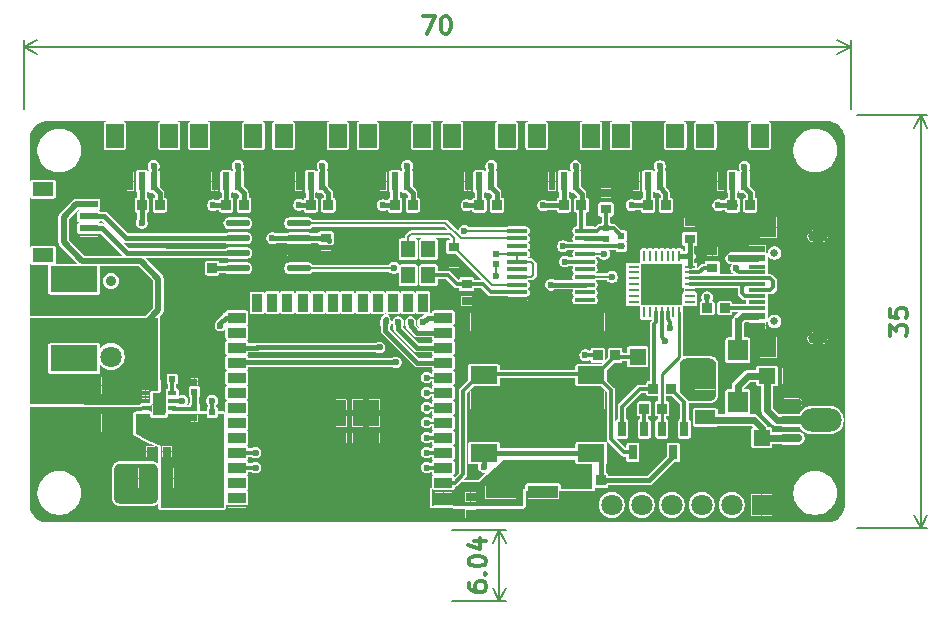
<source format=gbr>
%TF.GenerationSoftware,KiCad,Pcbnew,9.0.6*%
%TF.CreationDate,2026-01-13T17:11:52+01:00*%
%TF.ProjectId,TempWatchtV1,54656d70-5761-4746-9368-7456312e6b69,rev?*%
%TF.SameCoordinates,Original*%
%TF.FileFunction,Copper,L1,Top*%
%TF.FilePolarity,Positive*%
%FSLAX46Y46*%
G04 Gerber Fmt 4.6, Leading zero omitted, Abs format (unit mm)*
G04 Created by KiCad (PCBNEW 9.0.6) date 2026-01-13 17:11:52*
%MOMM*%
%LPD*%
G01*
G04 APERTURE LIST*
%ADD10C,0.300000*%
%TA.AperFunction,NonConductor*%
%ADD11C,0.300000*%
%TD*%
%TA.AperFunction,NonConductor*%
%ADD12C,0.200000*%
%TD*%
%TA.AperFunction,SMDPad,CuDef*%
%ADD13R,2.600000X1.100000*%
%TD*%
%TA.AperFunction,SMDPad,CuDef*%
%ADD14R,1.350000X1.410000*%
%TD*%
%TA.AperFunction,SMDPad,CuDef*%
%ADD15R,0.600000X1.550000*%
%TD*%
%TA.AperFunction,SMDPad,CuDef*%
%ADD16R,1.500000X2.000000*%
%TD*%
%TA.AperFunction,SMDPad,CuDef*%
%ADD17R,0.900000X0.800000*%
%TD*%
%TA.AperFunction,SMDPad,CuDef*%
%ADD18O,1.740000X0.360000*%
%TD*%
%TA.AperFunction,SMDPad,CuDef*%
%ADD19R,0.860000X0.810000*%
%TD*%
%TA.AperFunction,ComponentPad*%
%ADD20C,1.800000*%
%TD*%
%TA.AperFunction,ComponentPad*%
%ADD21C,0.900000*%
%TD*%
%TA.AperFunction,SMDPad,CuDef*%
%ADD22R,2.700000X1.000000*%
%TD*%
%TA.AperFunction,SMDPad,CuDef*%
%ADD23R,4.000000X2.200000*%
%TD*%
%TA.AperFunction,SMDPad,CuDef*%
%ADD24R,0.810000X0.860000*%
%TD*%
%TA.AperFunction,SMDPad,CuDef*%
%ADD25R,0.800000X0.900000*%
%TD*%
%TA.AperFunction,SMDPad,CuDef*%
%ADD26R,0.650000X0.450000*%
%TD*%
%TA.AperFunction,SMDPad,CuDef*%
%ADD27R,1.100000X1.900000*%
%TD*%
%TA.AperFunction,SMDPad,CuDef*%
%ADD28R,0.540000X0.500000*%
%TD*%
%TA.AperFunction,SMDPad,CuDef*%
%ADD29R,1.200000X1.400000*%
%TD*%
%TA.AperFunction,SMDPad,CuDef*%
%ADD30R,1.550000X0.600000*%
%TD*%
%TA.AperFunction,SMDPad,CuDef*%
%ADD31R,1.800000X1.200000*%
%TD*%
%TA.AperFunction,SMDPad,CuDef*%
%ADD32R,1.410000X1.350000*%
%TD*%
%TA.AperFunction,SMDPad,CuDef*%
%ADD33R,1.700000X1.800000*%
%TD*%
%TA.AperFunction,SMDPad,CuDef*%
%ADD34R,0.910000X0.280000*%
%TD*%
%TA.AperFunction,SMDPad,CuDef*%
%ADD35R,0.280000X0.910000*%
%TD*%
%TA.AperFunction,SMDPad,CuDef*%
%ADD36R,3.350000X3.350000*%
%TD*%
%TA.AperFunction,ComponentPad*%
%ADD37R,1.800000X1.800000*%
%TD*%
%TA.AperFunction,SMDPad,CuDef*%
%ADD38R,0.540000X0.570000*%
%TD*%
%TA.AperFunction,ComponentPad*%
%ADD39C,0.650000*%
%TD*%
%TA.AperFunction,SMDPad,CuDef*%
%ADD40R,1.450000X1.800000*%
%TD*%
%TA.AperFunction,ComponentPad*%
%ADD41O,1.700000X1.000000*%
%TD*%
%TA.AperFunction,SMDPad,CuDef*%
%ADD42R,1.450000X0.600000*%
%TD*%
%TA.AperFunction,SMDPad,CuDef*%
%ADD43R,1.450000X0.300000*%
%TD*%
%TA.AperFunction,SMDPad,CuDef*%
%ADD44R,1.700000X1.210000*%
%TD*%
%TA.AperFunction,SMDPad,CuDef*%
%ADD45R,2.300000X1.500000*%
%TD*%
%TA.AperFunction,SMDPad,CuDef*%
%ADD46O,2.050000X0.590000*%
%TD*%
%TA.AperFunction,SMDPad,CuDef*%
%ADD47O,1.900000X0.700000*%
%TD*%
%TA.AperFunction,SMDPad,CuDef*%
%ADD48O,3.500000X2.000000*%
%TD*%
%TA.AperFunction,SMDPad,CuDef*%
%ADD49O,2.100000X0.700000*%
%TD*%
%TA.AperFunction,SMDPad,CuDef*%
%ADD50R,1.210000X1.700000*%
%TD*%
%TA.AperFunction,SMDPad,CuDef*%
%ADD51R,0.700000X1.250000*%
%TD*%
%TA.AperFunction,SMDPad,CuDef*%
%ADD52R,1.500000X0.900000*%
%TD*%
%TA.AperFunction,SMDPad,CuDef*%
%ADD53R,0.900000X1.500000*%
%TD*%
%TA.AperFunction,SMDPad,CuDef*%
%ADD54R,0.900000X0.900000*%
%TD*%
%TA.AperFunction,SMDPad,CuDef*%
%ADD55R,1.730000X1.490000*%
%TD*%
%TA.AperFunction,ViaPad*%
%ADD56C,0.600000*%
%TD*%
%TA.AperFunction,Conductor*%
%ADD57C,0.200000*%
%TD*%
%TA.AperFunction,Conductor*%
%ADD58C,0.400000*%
%TD*%
%TA.AperFunction,Conductor*%
%ADD59C,0.500000*%
%TD*%
%TA.AperFunction,Conductor*%
%ADD60C,0.300000*%
%TD*%
%TA.AperFunction,Conductor*%
%ADD61C,0.600000*%
%TD*%
%TA.AperFunction,Conductor*%
%ADD62C,0.275000*%
%TD*%
G04 APERTURE END LIST*
D10*
D11*
X142648328Y-129637499D02*
X142648328Y-129923213D01*
X142648328Y-129923213D02*
X142719757Y-130066070D01*
X142719757Y-130066070D02*
X142791185Y-130137499D01*
X142791185Y-130137499D02*
X143005471Y-130280356D01*
X143005471Y-130280356D02*
X143291185Y-130351784D01*
X143291185Y-130351784D02*
X143862614Y-130351784D01*
X143862614Y-130351784D02*
X144005471Y-130280356D01*
X144005471Y-130280356D02*
X144076900Y-130208927D01*
X144076900Y-130208927D02*
X144148328Y-130066070D01*
X144148328Y-130066070D02*
X144148328Y-129780356D01*
X144148328Y-129780356D02*
X144076900Y-129637499D01*
X144076900Y-129637499D02*
X144005471Y-129566070D01*
X144005471Y-129566070D02*
X143862614Y-129494641D01*
X143862614Y-129494641D02*
X143505471Y-129494641D01*
X143505471Y-129494641D02*
X143362614Y-129566070D01*
X143362614Y-129566070D02*
X143291185Y-129637499D01*
X143291185Y-129637499D02*
X143219757Y-129780356D01*
X143219757Y-129780356D02*
X143219757Y-130066070D01*
X143219757Y-130066070D02*
X143291185Y-130208927D01*
X143291185Y-130208927D02*
X143362614Y-130280356D01*
X143362614Y-130280356D02*
X143505471Y-130351784D01*
X144005471Y-128851785D02*
X144076900Y-128780356D01*
X144076900Y-128780356D02*
X144148328Y-128851785D01*
X144148328Y-128851785D02*
X144076900Y-128923213D01*
X144076900Y-128923213D02*
X144005471Y-128851785D01*
X144005471Y-128851785D02*
X144148328Y-128851785D01*
X142648328Y-127851784D02*
X142648328Y-127708927D01*
X142648328Y-127708927D02*
X142719757Y-127566070D01*
X142719757Y-127566070D02*
X142791185Y-127494642D01*
X142791185Y-127494642D02*
X142934042Y-127423213D01*
X142934042Y-127423213D02*
X143219757Y-127351784D01*
X143219757Y-127351784D02*
X143576900Y-127351784D01*
X143576900Y-127351784D02*
X143862614Y-127423213D01*
X143862614Y-127423213D02*
X144005471Y-127494642D01*
X144005471Y-127494642D02*
X144076900Y-127566070D01*
X144076900Y-127566070D02*
X144148328Y-127708927D01*
X144148328Y-127708927D02*
X144148328Y-127851784D01*
X144148328Y-127851784D02*
X144076900Y-127994642D01*
X144076900Y-127994642D02*
X144005471Y-128066070D01*
X144005471Y-128066070D02*
X143862614Y-128137499D01*
X143862614Y-128137499D02*
X143576900Y-128208927D01*
X143576900Y-128208927D02*
X143219757Y-128208927D01*
X143219757Y-128208927D02*
X142934042Y-128137499D01*
X142934042Y-128137499D02*
X142791185Y-128066070D01*
X142791185Y-128066070D02*
X142719757Y-127994642D01*
X142719757Y-127994642D02*
X142648328Y-127851784D01*
X143148328Y-126066071D02*
X144148328Y-126066071D01*
X142576900Y-126423213D02*
X143648328Y-126780356D01*
X143648328Y-126780356D02*
X143648328Y-125851785D01*
D12*
X141270000Y-125117500D02*
X145856420Y-125117500D01*
X145856420Y-131157500D02*
X141270000Y-131157500D01*
X145270000Y-125117500D02*
X145270000Y-131157500D01*
X145270000Y-125117500D02*
X145856421Y-126244004D01*
X145270000Y-125117500D02*
X144683579Y-126244004D01*
X145270000Y-131157500D02*
X144683579Y-130030996D01*
X145270000Y-131157500D02*
X145856421Y-130030996D01*
D10*
D11*
X178298328Y-108714285D02*
X178298328Y-107785713D01*
X178298328Y-107785713D02*
X178869757Y-108285713D01*
X178869757Y-108285713D02*
X178869757Y-108071428D01*
X178869757Y-108071428D02*
X178941185Y-107928571D01*
X178941185Y-107928571D02*
X179012614Y-107857142D01*
X179012614Y-107857142D02*
X179155471Y-107785713D01*
X179155471Y-107785713D02*
X179512614Y-107785713D01*
X179512614Y-107785713D02*
X179655471Y-107857142D01*
X179655471Y-107857142D02*
X179726900Y-107928571D01*
X179726900Y-107928571D02*
X179798328Y-108071428D01*
X179798328Y-108071428D02*
X179798328Y-108499999D01*
X179798328Y-108499999D02*
X179726900Y-108642856D01*
X179726900Y-108642856D02*
X179655471Y-108714285D01*
X178298328Y-106428571D02*
X178298328Y-107142857D01*
X178298328Y-107142857D02*
X179012614Y-107214285D01*
X179012614Y-107214285D02*
X178941185Y-107142857D01*
X178941185Y-107142857D02*
X178869757Y-107000000D01*
X178869757Y-107000000D02*
X178869757Y-106642857D01*
X178869757Y-106642857D02*
X178941185Y-106500000D01*
X178941185Y-106500000D02*
X179012614Y-106428571D01*
X179012614Y-106428571D02*
X179155471Y-106357142D01*
X179155471Y-106357142D02*
X179512614Y-106357142D01*
X179512614Y-106357142D02*
X179655471Y-106428571D01*
X179655471Y-106428571D02*
X179726900Y-106500000D01*
X179726900Y-106500000D02*
X179798328Y-106642857D01*
X179798328Y-106642857D02*
X179798328Y-107000000D01*
X179798328Y-107000000D02*
X179726900Y-107142857D01*
X179726900Y-107142857D02*
X179655471Y-107214285D01*
D12*
X175500000Y-90000000D02*
X181506420Y-90000000D01*
X181506420Y-125000000D02*
X175500000Y-125000000D01*
X180920000Y-90000000D02*
X180920000Y-125000000D01*
X180920000Y-90000000D02*
X181506421Y-91126504D01*
X180920000Y-90000000D02*
X180333579Y-91126504D01*
X180920000Y-125000000D02*
X180333579Y-123873496D01*
X180920000Y-125000000D02*
X181506421Y-123873496D01*
D10*
D11*
X138785714Y-81603328D02*
X139785714Y-81603328D01*
X139785714Y-81603328D02*
X139142857Y-83103328D01*
X140642857Y-81603328D02*
X140785714Y-81603328D01*
X140785714Y-81603328D02*
X140928571Y-81674757D01*
X140928571Y-81674757D02*
X141000000Y-81746185D01*
X141000000Y-81746185D02*
X141071428Y-81889042D01*
X141071428Y-81889042D02*
X141142857Y-82174757D01*
X141142857Y-82174757D02*
X141142857Y-82531900D01*
X141142857Y-82531900D02*
X141071428Y-82817614D01*
X141071428Y-82817614D02*
X141000000Y-82960471D01*
X141000000Y-82960471D02*
X140928571Y-83031900D01*
X140928571Y-83031900D02*
X140785714Y-83103328D01*
X140785714Y-83103328D02*
X140642857Y-83103328D01*
X140642857Y-83103328D02*
X140500000Y-83031900D01*
X140500000Y-83031900D02*
X140428571Y-82960471D01*
X140428571Y-82960471D02*
X140357142Y-82817614D01*
X140357142Y-82817614D02*
X140285714Y-82531900D01*
X140285714Y-82531900D02*
X140285714Y-82174757D01*
X140285714Y-82174757D02*
X140357142Y-81889042D01*
X140357142Y-81889042D02*
X140428571Y-81746185D01*
X140428571Y-81746185D02*
X140500000Y-81674757D01*
X140500000Y-81674757D02*
X140642857Y-81603328D01*
D12*
X105000000Y-89500000D02*
X105000000Y-83638580D01*
X175000000Y-83638580D02*
X175000000Y-89500000D01*
X105000000Y-84225000D02*
X175000000Y-84225000D01*
X105000000Y-84225000D02*
X106126504Y-83638579D01*
X105000000Y-84225000D02*
X106126504Y-84811421D01*
X175000000Y-84225000D02*
X173873496Y-84811421D01*
X175000000Y-84225000D02*
X173873496Y-83638579D01*
D13*
%TO.P,C5,1,1*%
%TO.N,+3.3V*%
X145370000Y-121930000D03*
%TO.P,C5,2,2*%
%TO.N,GND*%
X148970000Y-121930000D03*
%TD*%
D14*
%TO.P,C16,1,1*%
%TO.N,/esp32S3/EN*%
X156970000Y-110460000D03*
%TO.P,C16,2,2*%
%TO.N,GND*%
X156970000Y-108460000D03*
%TD*%
D15*
%TO.P,CN2,1,1*%
%TO.N,+3.3V*%
X123142857Y-95627500D03*
%TO.P,CN2,2,2*%
%TO.N,/Connector/Temp2*%
X122142857Y-95627500D03*
%TO.P,CN2,3,3*%
%TO.N,GND*%
X121142857Y-95627500D03*
D16*
%TO.P,CN2,4,4*%
%TO.N,unconnected-(CN2-Pad4)*%
X119842857Y-91747500D03*
%TO.P,CN2,5,5*%
%TO.N,unconnected-(CN2-Pad5)*%
X124442857Y-91747500D03*
%TD*%
D17*
%TO.P,C7,1,1*%
%TO.N,GND*%
X161380000Y-99085000D03*
%TO.P,C7,2,2*%
%TO.N,VBUS*%
X161380000Y-100485000D03*
%TD*%
D18*
%TO.P,U1,1,TXCAN*%
%TO.N,/CAN/TXCAN*%
X146775000Y-99800000D03*
%TO.P,U1,2,RXCAN*%
%TO.N,/CAN/RXCAN*%
X146775000Y-100450000D03*
%TO.P,U1,3,CLKOUTSOF*%
%TO.N,unconnected-(U1-CLKOUTSOF-Pad3)*%
X146775000Y-101100000D03*
%TO.P,U1,4,~{TX0RTS}*%
%TO.N,Net-(U1-~{TX0RTS})*%
X146775000Y-101750000D03*
%TO.P,U1,5,~{TX1RTS}*%
X146775000Y-102410000D03*
%TO.P,U1,6,NC*%
%TO.N,unconnected-(U1-NC-Pad6)*%
X146775000Y-103060000D03*
%TO.P,U1,7,~{TX2RTS}*%
%TO.N,Net-(U1-~{TX0RTS})*%
X146775000Y-103710000D03*
%TO.P,U1,8,OSC2*%
%TO.N,Net-(U1-OSC2)*%
X146775000Y-104360000D03*
%TO.P,U1,9,OSC1*%
%TO.N,Net-(U1-OSC1)*%
X146775000Y-105010000D03*
%TO.P,U1,10,VSS*%
%TO.N,GND*%
X146775000Y-105660000D03*
%TO.P,U1,11,~{RX1BF}*%
%TO.N,unconnected-(U1-~{RX1BF}-Pad11)*%
X152515000Y-105660000D03*
%TO.P,U1,12,~{RX0BF}*%
%TO.N,unconnected-(U1-~{RX0BF}-Pad12)*%
X152515000Y-105010000D03*
%TO.P,U1,13,~{INT}*%
%TO.N,/CAN/CAN_IN*%
X152515000Y-104360000D03*
%TO.P,U1,14,SCK*%
%TO.N,/CAN/SCK*%
X152515000Y-103710000D03*
%TO.P,U1,15,NC/2*%
%TO.N,unconnected-(U1-NC{slash}2-Pad15)*%
X152515000Y-103060000D03*
%TO.P,U1,16,SI*%
%TO.N,/CAN/MOSI*%
X152515000Y-102410000D03*
%TO.P,U1,17,SO*%
%TO.N,/CAN/MISO*%
X152515000Y-101750000D03*
%TO.P,U1,18,~{CS}*%
%TO.N,/CAN/CAN_CS*%
X152515000Y-101100000D03*
%TO.P,U1,19,~{RESET}*%
%TO.N,Net-(U1-~{RESET})*%
X152515000Y-100450000D03*
%TO.P,U1,20,VDD*%
%TO.N,+3.3V*%
X152515000Y-99800000D03*
%TD*%
D19*
%TO.P,R14,1,1*%
%TO.N,GND*%
X162850000Y-107860000D03*
%TO.P,R14,2,2*%
%TO.N,Net-(U5-SBU1)*%
X162850000Y-106360000D03*
%TD*%
D20*
%TO.P,CN11,*%
%TO.N,*%
X112380000Y-110455348D03*
D21*
X112380000Y-104055348D03*
D22*
%TO.P,CN11,1,1*%
%TO.N,GND*%
X113730000Y-106255348D03*
%TO.P,CN11,2,2*%
%TO.N,+12V*%
X113730000Y-108255348D03*
D23*
%TO.P,CN11,3,3*%
%TO.N,unconnected-(CN11-Pad3)*%
X109270000Y-110605348D03*
%TO.P,CN11,4,4*%
%TO.N,unconnected-(CN11-Pad4)*%
X109270000Y-103905348D03*
%TD*%
D15*
%TO.P,CN7,1,1*%
%TO.N,+3.3V*%
X158857143Y-95627500D03*
%TO.P,CN7,2,2*%
%TO.N,/Connector/Temp7*%
X157857143Y-95627500D03*
%TO.P,CN7,3,3*%
%TO.N,GND*%
X156857143Y-95627500D03*
D16*
%TO.P,CN7,4,4*%
%TO.N,unconnected-(CN7-Pad4)*%
X155557143Y-91747500D03*
%TO.P,CN7,5,5*%
%TO.N,unconnected-(CN7-Pad5)*%
X160157143Y-91747500D03*
%TD*%
D24*
%TO.P,R2,1,1*%
%TO.N,+3.3V*%
X123642857Y-97627500D03*
%TO.P,R2,2,2*%
%TO.N,/Connector/Temp2*%
X122142857Y-97627500D03*
%TD*%
D25*
%TO.P,C8,1,1*%
%TO.N,GND*%
X115740000Y-118500000D03*
%TO.P,C8,2,2*%
%TO.N,Net-(C8-Pad2)*%
X117140000Y-118500000D03*
%TD*%
D24*
%TO.P,R17,1,1*%
%TO.N,Net-(Q1-E)*%
X158275000Y-113175000D03*
%TO.P,R17,2,2*%
%TO.N,Net-(Q2-B)*%
X159775000Y-113175000D03*
%TD*%
D26*
%TO.P,U7,1,EN*%
%TO.N,+12V*%
X115310000Y-113530000D03*
%TO.P,U7,2,VIN*%
X115310000Y-114180000D03*
%TO.P,U7,3,GND*%
%TO.N,GND*%
X115310000Y-114820000D03*
%TO.P,U7,4,VOUT*%
%TO.N,Net-(C8-Pad2)*%
X115310000Y-115470000D03*
%TO.P,U7,5,VOUT*%
X117570000Y-115470000D03*
%TO.P,U7,6,FB*%
%TO.N,Net-(U7-FB)*%
X117570000Y-114820000D03*
%TO.P,U7,7,PG*%
%TO.N,Net-(U7-PG)*%
X117570000Y-114180000D03*
%TO.P,U7,8,SS/TR*%
%TO.N,Net-(U7-SS{slash}TR)*%
X117570000Y-113530000D03*
D27*
%TO.P,U7,9,EP*%
%TO.N,GND*%
X116440000Y-114500000D03*
%TD*%
D17*
%TO.P,C4,1,1*%
%TO.N,GND*%
X142820000Y-123755000D03*
%TO.P,C4,2,2*%
%TO.N,+3.3V*%
X142820000Y-122355000D03*
%TD*%
D28*
%TO.P,C9,1,1*%
%TO.N,GND*%
X117570000Y-111500000D03*
%TO.P,C9,2,2*%
%TO.N,Net-(U7-SS{slash}TR)*%
X117570000Y-112340000D03*
%TD*%
D15*
%TO.P,CN5,1,1*%
%TO.N,+3.3V*%
X144571429Y-95627500D03*
%TO.P,CN5,2,2*%
%TO.N,/Connector/Temp5*%
X143571429Y-95627500D03*
%TO.P,CN5,3,3*%
%TO.N,GND*%
X142571429Y-95627500D03*
D16*
%TO.P,CN5,4,4*%
%TO.N,unconnected-(CN5-Pad4)*%
X141271429Y-91747500D03*
%TO.P,CN5,5,5*%
%TO.N,unconnected-(CN5-Pad5)*%
X145871429Y-91747500D03*
%TD*%
D15*
%TO.P,CN1,1,1*%
%TO.N,+3.3V*%
X116000000Y-95627500D03*
%TO.P,CN1,2,2*%
%TO.N,/Connector/Temp1*%
X115000000Y-95627500D03*
%TO.P,CN1,3,3*%
%TO.N,GND*%
X114000000Y-95627500D03*
D16*
%TO.P,CN1,4,4*%
%TO.N,unconnected-(CN1-Pad4)*%
X112700000Y-91747500D03*
%TO.P,CN1,5,5*%
%TO.N,unconnected-(CN1-Pad5)*%
X117300000Y-91747500D03*
%TD*%
D29*
%TO.P,X2,1,1*%
%TO.N,Net-(U1-OSC1)*%
X139245000Y-103555000D03*
%TO.P,X2,2,GND*%
%TO.N,unconnected-(X2-GND-Pad2)*%
X139245000Y-101355000D03*
%TO.P,X2,3,3*%
%TO.N,Net-(U1-OSC2)*%
X137545000Y-101355000D03*
%TO.P,X2,4,GND*%
%TO.N,unconnected-(X2-GND-Pad4)*%
X137545000Y-103555000D03*
%TD*%
D30*
%TO.P,CN10,1,1*%
%TO.N,+12V*%
X110490000Y-97575000D03*
%TO.P,CN10,2,2*%
%TO.N,/CAN/CANL*%
X110490000Y-98575000D03*
%TO.P,CN10,3,3*%
%TO.N,/CAN/CANH*%
X110490000Y-99575000D03*
%TO.P,CN10,4,4*%
%TO.N,GND*%
X110490000Y-100575000D03*
D31*
%TO.P,CN10,5,5*%
%TO.N,unconnected-(CN10-Pad5)*%
X106610000Y-101875000D03*
%TO.P,CN10,6,6*%
%TO.N,unconnected-(CN10-Pad6)*%
X106610000Y-96275000D03*
%TD*%
D32*
%TO.P,C15,1,1*%
%TO.N,Net-(D1-K)*%
X167925000Y-112100000D03*
%TO.P,C15,2,2*%
%TO.N,GND*%
X169925000Y-112100000D03*
%TD*%
D24*
%TO.P,R4,1,1*%
%TO.N,+3.3V*%
X137928571Y-97627500D03*
%TO.P,R4,2,2*%
%TO.N,/Connector/Temp4*%
X136428571Y-97627500D03*
%TD*%
D33*
%TO.P,D1,1,K*%
%TO.N,Net-(D1-K)*%
X165450000Y-114315000D03*
%TO.P,D1,2,A*%
%TO.N,VBUS*%
X165450000Y-109935000D03*
%TD*%
D15*
%TO.P,CN6,1,1*%
%TO.N,+3.3V*%
X151714286Y-95627500D03*
%TO.P,CN6,2,2*%
%TO.N,/Connector/Temp6*%
X150714286Y-95627500D03*
%TO.P,CN6,3,3*%
%TO.N,GND*%
X149714286Y-95627500D03*
D16*
%TO.P,CN6,4,4*%
%TO.N,unconnected-(CN6-Pad4)*%
X148414286Y-91747500D03*
%TO.P,CN6,5,5*%
%TO.N,unconnected-(CN6-Pad5)*%
X153014286Y-91747500D03*
%TD*%
D24*
%TO.P,R21,1,1*%
%TO.N,GND*%
X119450000Y-102965348D03*
%TO.P,R21,2,2*%
%TO.N,Net-(U2-RS)*%
X120950000Y-102965348D03*
%TD*%
%TO.P,R12,1,1*%
%TO.N,/esp32S3/BOOT*%
X153870000Y-120930000D03*
%TO.P,R12,2,2*%
%TO.N,+3.3V*%
X152370000Y-120930000D03*
%TD*%
D17*
%TO.P,C11,1,1*%
%TO.N,GND*%
X130575000Y-101825000D03*
%TO.P,C11,2,2*%
%TO.N,+3.3V*%
X130575000Y-100425000D03*
%TD*%
D34*
%TO.P,U6,1,DCD*%
%TO.N,unconnected-(U6-DCD-Pad1)*%
X161380000Y-105835000D03*
%TO.P,U6,2,RI/CLK*%
%TO.N,unconnected-(U6-RI{slash}CLK-Pad2)*%
X161380000Y-105335000D03*
%TO.P,U6,3,GND*%
%TO.N,GND*%
X161380000Y-104835000D03*
%TO.P,U6,4,D+*%
%TO.N,Net-(U5-DN1)*%
X161380000Y-104335000D03*
%TO.P,U6,5,D-*%
%TO.N,Net-(U5-DP1)*%
X161380000Y-103835000D03*
%TO.P,U6,6,VDD*%
%TO.N,Net-(U6-VDD)*%
X161380000Y-103335000D03*
%TO.P,U6,7,VREGIN*%
%TO.N,VBUS*%
X161380000Y-102835000D03*
D35*
%TO.P,U6,8,VBUS*%
X160500000Y-101955000D03*
%TO.P,U6,9,RSTb*%
%TO.N,unconnected-(U6-RSTb-Pad9)*%
X160000000Y-101955000D03*
%TO.P,U6,10,NC*%
%TO.N,unconnected-(U6-NC-Pad10)*%
X159500000Y-101955000D03*
%TO.P,U6,11,SUSPENDb*%
%TO.N,unconnected-(U6-SUSPENDb-Pad11)*%
X159000000Y-101955000D03*
%TO.P,U6,12,SUSPEND*%
%TO.N,unconnected-(U6-SUSPEND-Pad12)*%
X158500000Y-101955000D03*
%TO.P,U6,13,CHREN*%
%TO.N,unconnected-(U6-CHREN-Pad13)*%
X158000000Y-101955000D03*
%TO.P,U6,14,CHR1*%
%TO.N,unconnected-(U6-CHR1-Pad14)*%
X157500000Y-101955000D03*
D34*
%TO.P,U6,15,CHR0*%
%TO.N,unconnected-(U6-CHR0-Pad15)*%
X156620000Y-102835000D03*
%TO.P,U6,16,GPIO.3/WAKEUP*%
%TO.N,unconnected-(U6-GPIO.3{slash}WAKEUP-Pad16)*%
X156620000Y-103335000D03*
%TO.P,U6,17,GPIO.2/RS485*%
%TO.N,unconnected-(U6-GPIO.2{slash}RS485-Pad17)*%
X156620000Y-103835000D03*
%TO.P,U6,18,GPIO.1/RXT*%
%TO.N,unconnected-(U6-GPIO.1{slash}RXT-Pad18)*%
X156620000Y-104335000D03*
%TO.P,U6,19,GPIO.0/TXT*%
%TO.N,unconnected-(U6-GPIO.0{slash}TXT-Pad19)*%
X156620000Y-104835000D03*
%TO.P,U6,20,GPIO.6*%
%TO.N,unconnected-(U6-GPIO.6-Pad20)*%
X156620000Y-105335000D03*
%TO.P,U6,21,GPIO.5*%
%TO.N,unconnected-(U6-GPIO.5-Pad21)*%
X156620000Y-105835000D03*
D35*
%TO.P,U6,22,GPIO.4*%
%TO.N,unconnected-(U6-GPIO.4-Pad22)*%
X157500000Y-106715000D03*
%TO.P,U6,23,CTS*%
%TO.N,unconnected-(U6-CTS-Pad23)*%
X158000000Y-106715000D03*
%TO.P,U6,24,RTS*%
%TO.N,Net-(Q1-E)*%
X158500000Y-106715000D03*
%TO.P,U6,25,RXD*%
%TO.N,/esp32S3/TX*%
X159000000Y-106715000D03*
%TO.P,U6,26,TXD*%
%TO.N,/esp32S3/RX*%
X159500000Y-106715000D03*
%TO.P,U6,27,DSR*%
%TO.N,unconnected-(U6-DSR-Pad27)*%
X160000000Y-106715000D03*
%TO.P,U6,28,DTR*%
%TO.N,Net-(Q2-E)*%
X160500000Y-106715000D03*
D36*
%TO.P,U6,29,EP*%
%TO.N,GND*%
X159000000Y-104335000D03*
%TD*%
D17*
%TO.P,C3,1,1*%
%TO.N,GND*%
X154280000Y-96600000D03*
%TO.P,C3,2,2*%
%TO.N,+3.3V*%
X154280000Y-98000000D03*
%TD*%
D37*
%TO.P,H1,1,GND*%
%TO.N,GND*%
X167460000Y-123010000D03*
D20*
%TO.P,H1,2,CTS#*%
%TO.N,unconnected-(H1-CTS#-Pad2)*%
X164920000Y-123010000D03*
%TO.P,H1,3,VCC*%
%TO.N,VBUS*%
X162380000Y-123010000D03*
%TO.P,H1,4,TXD*%
%TO.N,/esp32S3/RX*%
X159840000Y-123010000D03*
%TO.P,H1,5,RXD*%
%TO.N,/esp32S3/TX*%
X157300000Y-123010000D03*
%TO.P,H1,6,RTS#*%
%TO.N,unconnected-(H1-RTS#-Pad6)*%
X154760000Y-123010000D03*
%TD*%
D24*
%TO.P,R7,1,1*%
%TO.N,+3.3V*%
X159357143Y-97627500D03*
%TO.P,R7,2,2*%
%TO.N,/Connector/Temp7*%
X157857143Y-97627500D03*
%TD*%
D38*
%TO.P,R10,1,1*%
%TO.N,Net-(U1-~{RESET})*%
X154270000Y-100460000D03*
%TO.P,R10,2,2*%
%TO.N,+3.3V*%
X154270000Y-99600000D03*
%TD*%
D24*
%TO.P,R16,1,1*%
%TO.N,Net-(Q2-E)*%
X159025000Y-114875000D03*
%TO.P,R16,2,2*%
%TO.N,Net-(Q1-B)*%
X157525000Y-114875000D03*
%TD*%
D32*
%TO.P,C14,1,1*%
%TO.N,GND*%
X165475000Y-117325000D03*
%TO.P,C14,2,2*%
%TO.N,Net-(U9-VOUT)*%
X167475000Y-117325000D03*
%TD*%
D17*
%TO.P,C2,1,1*%
%TO.N,GND*%
X142495000Y-105730000D03*
%TO.P,C2,2,2*%
%TO.N,Net-(U1-OSC1)*%
X142495000Y-104330000D03*
%TD*%
D39*
%TO.P,U5,*%
%TO.N,*%
X168550000Y-107475000D03*
X168550000Y-101695000D03*
D40*
%TO.P,U5,12,12*%
%TO.N,GND*%
X168020000Y-109655000D03*
%TO.P,U5,13,13*%
X168020000Y-99515000D03*
D41*
%TO.P,U5,14,14*%
X172200000Y-108905000D03*
%TO.P,U5,15,15*%
X172200000Y-100265000D03*
D42*
%TO.P,U5,A1B12,GND*%
X167100000Y-107835000D03*
%TO.P,U5,A4B9,VBUS*%
%TO.N,VBUS*%
X167100000Y-107035000D03*
D43*
%TO.P,U5,A5,CC1*%
%TO.N,unconnected-(U5-CC1-PadA5)*%
X167100000Y-105835000D03*
%TO.P,U5,A6,DP1*%
%TO.N,Net-(U5-DP1)*%
X167100000Y-104835000D03*
%TO.P,U5,A7,DN1*%
%TO.N,Net-(U5-DN1)*%
X167100000Y-104335000D03*
%TO.P,U5,A8,SBU1*%
%TO.N,Net-(U5-SBU1)*%
X167100000Y-103335000D03*
D42*
%TO.P,U5,A9B4,VBUS*%
%TO.N,VBUS*%
X167100000Y-102135000D03*
%TO.P,U5,A12B1,GND*%
%TO.N,GND*%
X167100000Y-101335000D03*
D43*
%TO.P,U5,B5,CC2*%
%TO.N,unconnected-(U5-CC2-PadB5)*%
X167100000Y-102835000D03*
%TO.P,U5,B6,DP2*%
%TO.N,Net-(U5-DP1)*%
X167100000Y-103835000D03*
%TO.P,U5,B7,DN2*%
%TO.N,Net-(U5-DN1)*%
X167100000Y-105335000D03*
%TO.P,U5,B8,SBU2*%
%TO.N,Net-(U5-SBU2)*%
X167100000Y-106335000D03*
%TD*%
D38*
%TO.P,R9,1,1*%
%TO.N,+3.3V*%
X144945000Y-102605000D03*
%TO.P,R9,2,2*%
%TO.N,Net-(U1-~{TX0RTS})*%
X144945000Y-101745000D03*
%TD*%
D44*
%TO.P,R26,1,1*%
%TO.N,Net-(U9-VOUT)*%
X162700000Y-115605000D03*
%TO.P,R26,2,2*%
%TO.N,+3.3V*%
X162700000Y-112645000D03*
%TD*%
D24*
%TO.P,R5,1,1*%
%TO.N,+3.3V*%
X145071429Y-97627500D03*
%TO.P,R5,2,2*%
%TO.N,/Connector/Temp5*%
X143571429Y-97627500D03*
%TD*%
D45*
%TO.P,SW2,1,1*%
%TO.N,/esp32S3/EN*%
X153050000Y-112030000D03*
%TO.P,SW2,2,2*%
X143950000Y-112030000D03*
%TO.P,SW2,3,3*%
%TO.N,GND*%
X153050000Y-107530000D03*
%TO.P,SW2,4,4*%
X143950000Y-107530000D03*
%TD*%
D24*
%TO.P,R1,1,1*%
%TO.N,+3.3V*%
X116500000Y-97627500D03*
%TO.P,R1,2,2*%
%TO.N,/Connector/Temp1*%
X115000000Y-97627500D03*
%TD*%
D45*
%TO.P,SW1,1,1*%
%TO.N,/esp32S3/BOOT*%
X153050000Y-118620000D03*
%TO.P,SW1,2,2*%
X143950000Y-118620000D03*
%TO.P,SW1,3,3*%
%TO.N,GND*%
X153050000Y-114120000D03*
%TO.P,SW1,4,4*%
X143950000Y-114120000D03*
%TD*%
D38*
%TO.P,R19,1,1*%
%TO.N,GND*%
X119440000Y-112570000D03*
%TO.P,R19,2,2*%
%TO.N,Net-(U7-FB)*%
X119440000Y-113430000D03*
%TD*%
D19*
%TO.P,R15,1,1*%
%TO.N,GND*%
X164350000Y-107860000D03*
%TO.P,R15,2,2*%
%TO.N,Net-(U5-SBU2)*%
X164350000Y-106360000D03*
%TD*%
D38*
%TO.P,R11,1,1*%
%TO.N,/CAN/CAN_CS*%
X155570000Y-101085000D03*
%TO.P,R11,2,2*%
%TO.N,+3.3V*%
X155570000Y-100225000D03*
%TD*%
D17*
%TO.P,C6,1,1*%
%TO.N,GND*%
X163300000Y-101535000D03*
%TO.P,C6,2,2*%
%TO.N,Net-(U6-VDD)*%
X163300000Y-102935000D03*
%TD*%
%TO.P,C1,1,1*%
%TO.N,GND*%
X141410000Y-102555000D03*
%TO.P,C1,2,2*%
%TO.N,Net-(U1-OSC2)*%
X141410000Y-101155000D03*
%TD*%
D24*
%TO.P,R13,1,1*%
%TO.N,/esp32S3/EN*%
X155080000Y-110340000D03*
%TO.P,R13,2,2*%
%TO.N,+3.3V*%
X153580000Y-110340000D03*
%TD*%
D46*
%TO.P,U2,1,D*%
%TO.N,/CAN/TXCAN*%
X128270000Y-102965348D03*
%TO.P,U2,2,GND*%
%TO.N,GND*%
X128270000Y-101685348D03*
%TO.P,U2,3,VCC*%
%TO.N,+3.3V*%
X128270000Y-100425348D03*
%TO.P,U2,4,R*%
%TO.N,/CAN/RXCAN*%
X128270000Y-99155348D03*
%TO.P,U2,5,Vref*%
%TO.N,unconnected-(U2-Vref-Pad5)*%
X123130000Y-99155348D03*
%TO.P,U2,6,CANL*%
%TO.N,/CAN/CANL*%
X123130000Y-100425348D03*
%TO.P,U2,7,CANH*%
%TO.N,/CAN/CANH*%
X123130000Y-101685348D03*
%TO.P,U2,8,RS*%
%TO.N,Net-(U2-RS)*%
X123130000Y-102965348D03*
%TD*%
D47*
%TO.P,U9,1,VSS*%
%TO.N,GND*%
X169975000Y-114350000D03*
D48*
%TO.P,U9,2,VIN*%
%TO.N,Net-(D1-K)*%
X172475000Y-115850000D03*
D49*
X170075000Y-115850000D03*
D47*
%TO.P,U9,3,VOUT*%
%TO.N,Net-(U9-VOUT)*%
X169975000Y-117350000D03*
%TD*%
D15*
%TO.P,CN3,1,1*%
%TO.N,+3.3V*%
X130285714Y-95627500D03*
%TO.P,CN3,2,2*%
%TO.N,/Connector/Temp3*%
X129285714Y-95627500D03*
%TO.P,CN3,3,3*%
%TO.N,GND*%
X128285714Y-95627500D03*
D16*
%TO.P,CN3,4,4*%
%TO.N,unconnected-(CN3-Pad4)*%
X126985714Y-91747500D03*
%TO.P,CN3,5,5*%
%TO.N,unconnected-(CN3-Pad5)*%
X131585714Y-91747500D03*
%TD*%
D50*
%TO.P,R24,1,1*%
%TO.N,Net-(C8-Pad2)*%
X118270000Y-120770000D03*
%TO.P,R24,2,2*%
%TO.N,+3.3V*%
X115310000Y-120770000D03*
%TD*%
D24*
%TO.P,R3,1,1*%
%TO.N,+3.3V*%
X130785714Y-97627500D03*
%TO.P,R3,2,2*%
%TO.N,/Connector/Temp3*%
X129285714Y-97627500D03*
%TD*%
D51*
%TO.P,Q2,1,B*%
%TO.N,Net-(Q2-B)*%
X160925000Y-116575000D03*
%TO.P,Q2,2,E*%
%TO.N,Net-(Q2-E)*%
X159025000Y-116575000D03*
%TO.P,Q2,3,C*%
%TO.N,/esp32S3/BOOT*%
X159975000Y-118575000D03*
%TD*%
D24*
%TO.P,R8,1,1*%
%TO.N,+3.3V*%
X166500000Y-97627500D03*
%TO.P,R8,2,2*%
%TO.N,/Connector/Temp8*%
X165000000Y-97627500D03*
%TD*%
D15*
%TO.P,CN4,1,1*%
%TO.N,+3.3V*%
X137428571Y-95627500D03*
%TO.P,CN4,2,2*%
%TO.N,/Connector/Temp4*%
X136428571Y-95627500D03*
%TO.P,CN4,3,3*%
%TO.N,GND*%
X135428571Y-95627500D03*
D16*
%TO.P,CN4,4,4*%
%TO.N,unconnected-(CN4-Pad4)*%
X134128571Y-91747500D03*
%TO.P,CN4,5,5*%
%TO.N,unconnected-(CN4-Pad5)*%
X138728571Y-91747500D03*
%TD*%
D15*
%TO.P,CN8,1,1*%
%TO.N,+3.3V*%
X166000000Y-95627500D03*
%TO.P,CN8,2,2*%
%TO.N,/Connector/Temp8*%
X165000000Y-95627500D03*
%TO.P,CN8,3,3*%
%TO.N,GND*%
X164000000Y-95627500D03*
D16*
%TO.P,CN8,4,4*%
%TO.N,unconnected-(CN8-Pad4)*%
X162700000Y-91747500D03*
%TO.P,CN8,5,5*%
%TO.N,unconnected-(CN8-Pad5)*%
X167300000Y-91747500D03*
%TD*%
D24*
%TO.P,R6,1,1*%
%TO.N,+3.3V*%
X152214286Y-97627500D03*
%TO.P,R6,2,2*%
%TO.N,/Connector/Temp6*%
X150714286Y-97627500D03*
%TD*%
D52*
%TO.P,U4,1,GND*%
%TO.N,GND*%
X140520000Y-123657500D03*
%TO.P,U4,2,3V3*%
%TO.N,+3.3V*%
X140520000Y-122387500D03*
%TO.P,U4,3,EN*%
%TO.N,/esp32S3/EN*%
X140520000Y-121117500D03*
%TO.P,U4,4,IO4*%
%TO.N,/CAN/SCK*%
X140520000Y-119847500D03*
%TO.P,U4,5,IO5*%
%TO.N,/CAN/MISO*%
X140520000Y-118577500D03*
%TO.P,U4,6,IO6*%
%TO.N,/CAN/MOSI*%
X140520000Y-117307500D03*
%TO.P,U4,7,IO7*%
%TO.N,/Connector/Temp1*%
X140520000Y-116037500D03*
%TO.P,U4,8,IO15*%
%TO.N,/Connector/Temp2*%
X140520000Y-114767500D03*
%TO.P,U4,9,IO16*%
%TO.N,/Connector/Temp3*%
X140520000Y-113497500D03*
%TO.P,U4,10,IO17*%
%TO.N,/Connector/Temp4*%
X140520000Y-112227500D03*
%TO.P,U4,11,IO18*%
%TO.N,/Connector/Temp5*%
X140520000Y-110957500D03*
%TO.P,U4,12,IO8*%
%TO.N,/Connector/Temp6*%
X140520000Y-109687500D03*
%TO.P,U4,13,IO19*%
%TO.N,/Connector/Temp7*%
X140520000Y-108417500D03*
%TO.P,U4,14,IO20*%
%TO.N,/Connector/Temp8*%
X140520000Y-107147500D03*
D53*
%TO.P,U4,15,IO3*%
%TO.N,unconnected-(U4-IO3-Pad15)*%
X138760000Y-105877500D03*
%TO.P,U4,16,IO46*%
%TO.N,unconnected-(U4-IO46-Pad16)*%
X137490000Y-105877500D03*
%TO.P,U4,17,IO9*%
%TO.N,unconnected-(U4-IO9-Pad17)*%
X136220000Y-105877500D03*
%TO.P,U4,18,IO10*%
%TO.N,unconnected-(U4-IO10-Pad18)*%
X134950000Y-105877500D03*
%TO.P,U4,19,IO11*%
%TO.N,unconnected-(U4-IO11-Pad19)*%
X133680000Y-105877500D03*
%TO.P,U4,20,IO12*%
%TO.N,unconnected-(U4-IO12-Pad20)*%
X132400000Y-105877500D03*
%TO.P,U4,21,IO13*%
%TO.N,unconnected-(U4-IO13-Pad21)*%
X131140000Y-105877500D03*
%TO.P,U4,22,IO14*%
%TO.N,unconnected-(U4-IO14-Pad22)*%
X129870000Y-105877500D03*
%TO.P,U4,23,IO21*%
%TO.N,unconnected-(U4-IO21-Pad23)*%
X128600000Y-105877500D03*
%TO.P,U4,24,IO47*%
%TO.N,unconnected-(U4-IO47-Pad24)*%
X127320000Y-105877500D03*
%TO.P,U4,25,IO48*%
%TO.N,unconnected-(U4-IO48-Pad25)*%
X126050000Y-105877500D03*
%TO.P,U4,26,IO45*%
%TO.N,unconnected-(U4-IO45-Pad26)*%
X124780000Y-105907500D03*
D52*
%TO.P,U4,27,IO0*%
%TO.N,/esp32S3/BOOT*%
X123020000Y-107147500D03*
%TO.P,U4,28,IO35*%
%TO.N,unconnected-(U4-IO35-Pad28)*%
X123020000Y-108417500D03*
%TO.P,U4,29,IO36*%
%TO.N,/CAN/CAN_CS*%
X123020000Y-109687500D03*
%TO.P,U4,30,IO37*%
%TO.N,/CAN/CAN_IN*%
X123020000Y-110957500D03*
%TO.P,U4,31,IO38*%
%TO.N,unconnected-(U4-IO38-Pad31)*%
X123020000Y-112227500D03*
%TO.P,U4,32,IO39*%
%TO.N,unconnected-(U4-IO39-Pad32)*%
X123020000Y-113497500D03*
%TO.P,U4,33,IO40*%
%TO.N,unconnected-(U4-IO40-Pad33)*%
X123020000Y-114767500D03*
%TO.P,U4,34,IO41*%
%TO.N,unconnected-(U4-IO41-Pad34)*%
X123020000Y-116037500D03*
%TO.P,U4,35,IO42*%
%TO.N,unconnected-(U4-IO42-Pad35)*%
X123020000Y-117307500D03*
%TO.P,U4,36,RXD0*%
%TO.N,/esp32S3/RX*%
X123020000Y-118577500D03*
%TO.P,U4,37,TXD0*%
%TO.N,/esp32S3/TX*%
X123020000Y-119847500D03*
%TO.P,U4,38,IO2*%
%TO.N,unconnected-(U4-IO2-Pad38)*%
X123020000Y-121117500D03*
%TO.P,U4,39,IO1*%
%TO.N,unconnected-(U4-IO1-Pad39)*%
X123020000Y-122387500D03*
%TO.P,U4,40,GND*%
%TO.N,GND*%
X123020000Y-123657500D03*
D54*
%TO.P,U4,41,GND*%
X134670000Y-117337500D03*
X134670000Y-115937500D03*
X134670000Y-114537500D03*
X133270000Y-117337500D03*
X133270000Y-115937500D03*
X133270000Y-114537500D03*
X131870000Y-117337500D03*
X131870000Y-115937500D03*
X131870000Y-114537500D03*
%TD*%
D55*
%TO.P,C10,1,1*%
%TO.N,+12V*%
X112440000Y-112910000D03*
%TO.P,C10,2,2*%
%TO.N,GND*%
X112440000Y-116090000D03*
%TD*%
D38*
%TO.P,R18,1,1*%
%TO.N,Net-(U7-PG)*%
X120940000Y-115140000D03*
%TO.P,R18,2,2*%
%TO.N,Net-(C8-Pad2)*%
X120940000Y-116000000D03*
%TD*%
%TO.P,R20,1,1*%
%TO.N,Net-(U7-FB)*%
X119440000Y-114824249D03*
%TO.P,R20,2,2*%
%TO.N,Net-(C8-Pad2)*%
X119440000Y-115684249D03*
%TD*%
D51*
%TO.P,Q1,1,B*%
%TO.N,Net-(Q1-B)*%
X157525000Y-116575000D03*
%TO.P,Q1,2,E*%
%TO.N,Net-(Q1-E)*%
X155625000Y-116575000D03*
%TO.P,Q1,3,C*%
%TO.N,/esp32S3/EN*%
X156575000Y-118575000D03*
%TD*%
D56*
%TO.N,/Connector/Temp1*%
X139120000Y-116037500D03*
X115000000Y-99132152D03*
%TO.N,/Connector/Temp2*%
X121025000Y-97632152D03*
X139120000Y-114780000D03*
%TO.N,/Connector/Temp3*%
X128300000Y-97607152D03*
X139120000Y-113505000D03*
%TO.N,/Connector/Temp4*%
X139120000Y-112230000D03*
X135400000Y-97625000D03*
%TO.N,/Connector/Temp5*%
X142475000Y-97632152D03*
X135630000Y-107555000D03*
%TO.N,/Connector/Temp6*%
X136685000Y-107555000D03*
X148975000Y-97657152D03*
%TO.N,/Connector/Temp7*%
X156450000Y-97627500D03*
X137740000Y-107555000D03*
%TO.N,/Connector/Temp8*%
X138795000Y-107555000D03*
X163800000Y-97632152D03*
%TO.N,GND*%
X132575000Y-115245000D03*
X114440000Y-118000000D03*
X132565000Y-113875000D03*
X133975000Y-117985000D03*
X133965000Y-113875000D03*
X114060000Y-105080000D03*
X110950000Y-101500000D03*
X115110000Y-105090000D03*
X112190000Y-101500000D03*
X135325000Y-116645000D03*
X135345000Y-115235000D03*
X112940000Y-118000000D03*
X131215000Y-116635000D03*
X111940000Y-118000000D03*
X132565000Y-116635000D03*
X133965000Y-115235000D03*
X114440000Y-119000000D03*
X112990000Y-105050000D03*
X131215000Y-115245000D03*
X133975000Y-116635000D03*
X132565000Y-117995000D03*
%TO.N,+3.3V*%
X144955000Y-103595000D03*
X144575000Y-94307848D03*
X162000000Y-111275000D03*
X161100000Y-111275000D03*
X166012857Y-94372500D03*
X161100000Y-112175000D03*
X151310000Y-120110000D03*
X126040000Y-100420000D03*
X151315000Y-120930000D03*
X113060000Y-120030000D03*
X158860000Y-94320000D03*
X115995714Y-94317848D03*
X130285714Y-94297848D03*
X113870000Y-121610000D03*
X113870000Y-120810000D03*
X123125714Y-94307848D03*
X152540000Y-110340000D03*
X161100000Y-113075000D03*
X146795000Y-120555000D03*
X151714286Y-94340705D03*
X137455000Y-94307848D03*
X162850000Y-111275000D03*
X113060000Y-120830000D03*
X113870000Y-120010000D03*
X113060000Y-121610000D03*
X147760000Y-120550000D03*
X145795000Y-120555000D03*
%TO.N,VBUS*%
X161380000Y-101955000D03*
X165500000Y-107408000D03*
X164900000Y-102135000D03*
%TO.N,/esp32S3/TX*%
X159320000Y-109105000D03*
X124620000Y-119847500D03*
%TO.N,/esp32S3/RX*%
X124620000Y-118577500D03*
X159700000Y-108035000D03*
%TO.N,/esp32S3/BOOT*%
X121645000Y-107830000D03*
X143950000Y-119780760D03*
%TO.N,Net-(U5-SBU1)*%
X165300000Y-102985000D03*
X162850000Y-105435000D03*
%TO.N,Net-(U7-PG)*%
X120940000Y-114180000D03*
X118407351Y-114180000D03*
%TO.N,/CAN/MISO*%
X154120000Y-101750000D03*
X139120000Y-118577500D03*
%TO.N,/CAN/MOSI*%
X139120000Y-117307500D03*
X150820000Y-102410000D03*
%TO.N,/CAN/SCK*%
X154795000Y-103710000D03*
X139120000Y-119847500D03*
%TO.N,/CAN/CAN_CS*%
X150650000Y-101100000D03*
X135120000Y-109680000D03*
%TO.N,/CAN/TXCAN*%
X136340000Y-102940000D03*
X142295000Y-99805000D03*
%TO.N,/CAN/CAN_IN*%
X149645000Y-104360000D03*
X136495000Y-110955000D03*
%TD*%
D57*
%TO.N,/Connector/Temp1*%
X139120000Y-116037500D02*
X140520000Y-116037500D01*
D58*
X115000000Y-99132152D02*
X115000000Y-97627500D01*
X115000000Y-97627500D02*
X115000000Y-95627500D01*
%TO.N,/Connector/Temp2*%
X122142857Y-97627500D02*
X122142857Y-95627500D01*
X122138205Y-97632152D02*
X122142857Y-97627500D01*
D57*
X139120000Y-114780000D02*
X140520000Y-114780000D01*
D58*
X121025000Y-97632152D02*
X122138205Y-97632152D01*
%TO.N,/Connector/Temp3*%
X129285714Y-97627500D02*
X129285714Y-95627500D01*
X128300000Y-97607152D02*
X129265366Y-97607152D01*
D57*
X139120000Y-113505000D02*
X140520000Y-113505000D01*
D58*
X129265366Y-97607152D02*
X129285714Y-97627500D01*
%TO.N,/Connector/Temp4*%
X135400000Y-97625000D02*
X136426071Y-97625000D01*
X136426071Y-97625000D02*
X136428571Y-97627500D01*
X136428571Y-97627500D02*
X136428571Y-95627500D01*
D57*
X139120000Y-112230000D02*
X140520000Y-112230000D01*
D58*
%TO.N,/Connector/Temp5*%
X135630000Y-107240000D02*
X135630000Y-107555000D01*
X143566777Y-97632152D02*
X143571429Y-97627500D01*
X143571429Y-97627500D02*
X143571429Y-95627500D01*
X135620000Y-107565000D02*
X135620000Y-108255000D01*
X135630000Y-107555000D02*
X135620000Y-107565000D01*
X142475000Y-97632152D02*
X143566777Y-97632152D01*
X138322500Y-110957500D02*
X140520000Y-110957500D01*
X135620000Y-108255000D02*
X138322500Y-110957500D01*
%TO.N,/Connector/Temp6*%
X138277500Y-109687500D02*
X140520000Y-109687500D01*
X136685000Y-108095000D02*
X138277500Y-109687500D01*
X136685000Y-107555000D02*
X136685000Y-108095000D01*
X150375000Y-97657152D02*
X148975000Y-97657152D01*
X150714286Y-97627500D02*
X150714286Y-95627500D01*
%TO.N,/Connector/Temp7*%
X137740000Y-107555000D02*
X137740000Y-107875000D01*
X137809034Y-107555000D02*
X137740000Y-107555000D01*
X157857143Y-97627500D02*
X157857143Y-95627500D01*
X138282500Y-108417500D02*
X140520000Y-108417500D01*
X156450000Y-97627500D02*
X157800000Y-97627500D01*
X137740000Y-107875000D02*
X138282500Y-108417500D01*
X157800000Y-95684643D02*
X157857143Y-95627500D01*
%TO.N,/Connector/Temp8*%
X140512500Y-107155000D02*
X140520000Y-107147500D01*
X165000000Y-97627500D02*
X165000000Y-95627500D01*
X165200000Y-97632152D02*
X163800000Y-97632152D01*
X139195000Y-107155000D02*
X140512500Y-107155000D01*
X138795000Y-107555000D02*
X139195000Y-107155000D01*
D59*
%TO.N,+12V*%
X114312500Y-108255348D02*
X114644652Y-108255348D01*
X114644652Y-108255348D02*
X116400000Y-106500000D01*
X108375000Y-98625000D02*
X109425000Y-97575000D01*
X109950000Y-102350000D02*
X108375000Y-100775000D01*
X113455347Y-102351000D02*
X113454346Y-102350000D01*
X113454346Y-102350000D02*
X109950000Y-102350000D01*
X116400000Y-103850000D02*
X114901000Y-102351000D01*
X114901000Y-102351000D02*
X113455347Y-102351000D01*
X109425000Y-97575000D02*
X109975000Y-97575000D01*
D57*
X109975000Y-97575000D02*
X110490000Y-97575000D01*
D59*
X108375000Y-100775000D02*
X108375000Y-98625000D01*
X116400000Y-106500000D02*
X116400000Y-103850000D01*
D58*
%TO.N,/CAN/CANL*%
X123130000Y-100425348D02*
X113650348Y-100425348D01*
X111800000Y-98575000D02*
X110490000Y-98575000D01*
X113650348Y-100425348D02*
X111800000Y-98575000D01*
%TO.N,/CAN/CANH*%
X123110000Y-101705348D02*
X117005000Y-101705348D01*
X116999652Y-101700000D02*
X113725000Y-101700000D01*
X113725000Y-101700000D02*
X111580348Y-99555348D01*
X111580348Y-99555348D02*
X110045000Y-99555348D01*
X123130000Y-101685348D02*
X123110000Y-101705348D01*
X117005000Y-101705348D02*
X116999652Y-101700000D01*
%TO.N,+3.3V*%
X116500000Y-97630000D02*
X116500000Y-96634652D01*
X137920000Y-96624652D02*
X137420000Y-96124652D01*
D57*
X144572143Y-94310705D02*
X144575000Y-94307848D01*
X144945000Y-103585000D02*
X144955000Y-103595000D01*
X123162143Y-94310705D02*
X123165000Y-94307848D01*
D58*
X130840348Y-100630348D02*
X130835000Y-100625000D01*
X166510000Y-96610000D02*
X166510000Y-97617500D01*
D60*
X152210000Y-97631786D02*
X152214286Y-97627500D01*
D58*
X123630000Y-97620000D02*
X123630000Y-96624652D01*
D60*
X154270000Y-98010000D02*
X154280000Y-98000000D01*
X153345000Y-99795000D02*
X153565000Y-99795000D01*
D58*
X145040000Y-97620000D02*
X145040000Y-96624652D01*
X130285714Y-95605348D02*
X130285714Y-94300705D01*
X130790000Y-97610000D02*
X130790000Y-96614652D01*
X166510000Y-97617500D02*
X166500000Y-97627500D01*
D60*
X154945000Y-99600000D02*
X155570000Y-100225000D01*
D58*
X116500000Y-96634652D02*
X116000000Y-96134652D01*
D60*
X154270000Y-99600000D02*
X154945000Y-99600000D01*
D57*
X137452143Y-94310705D02*
X137455000Y-94307848D01*
D58*
X159325000Y-96636804D02*
X158825000Y-96136804D01*
X152230000Y-96654652D02*
X151730000Y-96154652D01*
D60*
X153340000Y-99800000D02*
X153345000Y-99795000D01*
D58*
X166010000Y-95680000D02*
X166010000Y-94375357D01*
D57*
X144945000Y-102605000D02*
X144945000Y-103585000D01*
D58*
X123125714Y-95615348D02*
X123125714Y-94310705D01*
X128270000Y-100425348D02*
X126045348Y-100425348D01*
X130790000Y-96614652D02*
X130290000Y-96114652D01*
X128270000Y-100425348D02*
X130574652Y-100425348D01*
D57*
X166010000Y-94375357D02*
X166012857Y-94372500D01*
D60*
X152210000Y-99800000D02*
X152210000Y-97631786D01*
D57*
X158857143Y-94322857D02*
X158860000Y-94320000D01*
D58*
X166000000Y-96100000D02*
X166510000Y-96610000D01*
D60*
X153565000Y-99795000D02*
X153765000Y-99595000D01*
D58*
X123630000Y-96624652D02*
X123130000Y-96124652D01*
X144572143Y-95615348D02*
X144572143Y-94310705D01*
D57*
X130574652Y-100425348D02*
X130575000Y-100425000D01*
D58*
X145040000Y-96624652D02*
X144540000Y-96124652D01*
D60*
X152540000Y-110340000D02*
X153580000Y-110340000D01*
D58*
X137920000Y-97620000D02*
X137920000Y-96624652D01*
X151714286Y-95645348D02*
X151714286Y-94340705D01*
D60*
X154270000Y-99600000D02*
X154270000Y-98010000D01*
D58*
X159325000Y-97632152D02*
X159325000Y-96636804D01*
X152230000Y-97650000D02*
X152230000Y-96654652D01*
X158857143Y-95627500D02*
X158857143Y-94322857D01*
D60*
X152515000Y-99800000D02*
X153340000Y-99800000D01*
D58*
X115995714Y-95625348D02*
X115995714Y-94320705D01*
X137452143Y-95615348D02*
X137452143Y-94310705D01*
D60*
X153765000Y-99595000D02*
X154265000Y-99595000D01*
D57*
X116032143Y-94320705D02*
X116035000Y-94317848D01*
D60*
X154265000Y-99595000D02*
X154270000Y-99600000D01*
D58*
X166000000Y-95627500D02*
X166000000Y-96100000D01*
D57*
X130322143Y-94300705D02*
X130325000Y-94297848D01*
D60*
%TO.N,Net-(U6-VDD)*%
X162550000Y-102935000D02*
X163250000Y-102935000D01*
X161380000Y-103335000D02*
X162150000Y-103335000D01*
X162150000Y-103335000D02*
X162550000Y-102935000D01*
D61*
%TO.N,VBUS*%
X165500000Y-107408000D02*
X165500000Y-108685000D01*
X165873000Y-107035000D02*
X167100000Y-107035000D01*
X165500000Y-108685000D02*
X165500000Y-110140000D01*
D58*
X160550000Y-101955000D02*
X161200000Y-101955000D01*
D61*
X167100000Y-102135000D02*
X164900000Y-102135000D01*
D58*
X161380000Y-102785000D02*
X161380000Y-100485000D01*
D61*
X165500000Y-107408000D02*
X165873000Y-107035000D01*
D60*
%TO.N,Net-(U7-SS{slash}TR)*%
X117570000Y-113530000D02*
X117570000Y-112340000D01*
%TO.N,/esp32S3/TX*%
X123020000Y-119847500D02*
X124620000Y-119847500D01*
X159000000Y-108785000D02*
X159000000Y-106715000D01*
X159320000Y-109105000D02*
X159000000Y-108785000D01*
%TO.N,/esp32S3/RX*%
X159500000Y-107307404D02*
X159500000Y-106715000D01*
X159700000Y-107507404D02*
X159500000Y-107307404D01*
X124620000Y-118577500D02*
X123020000Y-118577500D01*
X159700000Y-108035000D02*
X159700000Y-107507404D01*
%TO.N,Net-(Q1-E)*%
X158500000Y-107529652D02*
X158350000Y-107679652D01*
X158350000Y-113100000D02*
X158275000Y-113175000D01*
X155625000Y-114725000D02*
X157175000Y-113175000D01*
X158500000Y-106715000D02*
X158500000Y-107529652D01*
X158025000Y-113175000D02*
X158225000Y-113375000D01*
X155625000Y-116925000D02*
X155675000Y-116975000D01*
X155625000Y-115325000D02*
X155625000Y-114725000D01*
X158350000Y-107679652D02*
X158350000Y-113100000D01*
X155625000Y-115325000D02*
X155625000Y-116925000D01*
X157175000Y-113175000D02*
X158025000Y-113175000D01*
%TO.N,/esp32S3/EN*%
X141482500Y-121117500D02*
X140520000Y-121117500D01*
X156970000Y-110460000D02*
X155200000Y-110460000D01*
X156575000Y-118575000D02*
X155855000Y-118575000D01*
X157195000Y-110180000D02*
X157245000Y-110130000D01*
D57*
X153450000Y-112030000D02*
X153050000Y-112030000D01*
D60*
X153870000Y-111930000D02*
X143630000Y-111930000D01*
X155855000Y-118575000D02*
X154710000Y-117430000D01*
X153450000Y-112030000D02*
X155080000Y-110400000D01*
X142170000Y-113390000D02*
X142170000Y-120430000D01*
X154710000Y-117430000D02*
X154710000Y-113290000D01*
X154710000Y-113290000D02*
X153450000Y-112030000D01*
X143630000Y-111930000D02*
X142170000Y-113390000D01*
X142170000Y-120430000D02*
X141482500Y-121117500D01*
%TO.N,Net-(Q1-B)*%
X157525000Y-116925000D02*
X157525000Y-115125000D01*
D62*
%TO.N,Net-(Q2-E)*%
X159025000Y-111960000D02*
X160500000Y-110485000D01*
X160500000Y-110485000D02*
X160500000Y-106715000D01*
X159025000Y-116925000D02*
X159025000Y-112075000D01*
X159025000Y-112075000D02*
X159025000Y-111960000D01*
D60*
%TO.N,Net-(Q2-B)*%
X160925000Y-116575000D02*
X160925000Y-114325000D01*
X160925000Y-114325000D02*
X159775000Y-113175000D01*
D58*
%TO.N,/esp32S3/BOOT*%
X153870000Y-120930000D02*
X157920000Y-120930000D01*
X153870000Y-120680000D02*
X154170000Y-120980000D01*
X157920000Y-120930000D02*
X159975000Y-118875000D01*
X121645000Y-107830000D02*
X121645000Y-107580000D01*
X143950000Y-118640000D02*
X143940000Y-118630000D01*
X122077500Y-107147500D02*
X123020000Y-107147500D01*
X143950000Y-119780760D02*
X143950000Y-118640000D01*
D57*
X159975000Y-118875000D02*
X159975000Y-118575000D01*
D58*
X143940000Y-118630000D02*
X153870000Y-118630000D01*
X121645000Y-107580000D02*
X122077500Y-107147500D01*
X153870000Y-118630000D02*
X153870000Y-120480000D01*
D60*
%TO.N,Net-(U5-SBU1)*%
X162850000Y-105435000D02*
X162850000Y-106160000D01*
X162850000Y-106160000D02*
X162650000Y-106360000D01*
X165300000Y-103085000D02*
X165550000Y-103335000D01*
X165300000Y-102985000D02*
X165300000Y-103085000D01*
X165550000Y-103335000D02*
X167100000Y-103335000D01*
%TO.N,Net-(U5-SBU2)*%
X164650000Y-106335000D02*
X167100000Y-106335000D01*
%TO.N,Net-(U7-PG)*%
X117570000Y-114180000D02*
X118389941Y-114180000D01*
X118389941Y-114180000D02*
X118407351Y-114162590D01*
X120940000Y-114180000D02*
X120940000Y-115140000D01*
%TO.N,Net-(U7-FB)*%
X117627500Y-114877500D02*
X119386749Y-114877500D01*
X117570000Y-114820000D02*
X117574249Y-114824249D01*
X117570000Y-114820000D02*
X117627500Y-114877500D01*
D58*
X119440000Y-114824249D02*
X119440000Y-113430000D01*
D57*
%TO.N,/CAN/MISO*%
X152515000Y-101750000D02*
X154120000Y-101750000D01*
D60*
X139120000Y-118577500D02*
X140520000Y-118577500D01*
%TO.N,/CAN/MOSI*%
X139120000Y-117307500D02*
X140520000Y-117307500D01*
X152515000Y-102410000D02*
X150820000Y-102410000D01*
%TO.N,/CAN/SCK*%
X139120000Y-119847500D02*
X140520000Y-119847500D01*
D57*
X152515000Y-103710000D02*
X154700000Y-103710000D01*
X154700000Y-103710000D02*
X154795000Y-103805000D01*
D60*
%TO.N,/CAN/CAN_CS*%
X152515000Y-101100000D02*
X155735000Y-101100000D01*
X152515000Y-101100000D02*
X150650000Y-101100000D01*
D58*
X135120000Y-109680000D02*
X124720000Y-109680000D01*
X124712500Y-109687500D02*
X123020000Y-109687500D01*
X124720000Y-109680000D02*
X124712500Y-109687500D01*
X150650000Y-101100000D02*
X150645000Y-101105000D01*
D57*
%TO.N,/CAN/TXCAN*%
X142295000Y-99805000D02*
X143120000Y-99805000D01*
X136320000Y-102960000D02*
X128275348Y-102960000D01*
X145160000Y-99805000D02*
X145165000Y-99800000D01*
X143120000Y-99805000D02*
X145160000Y-99805000D01*
X143120000Y-99805000D02*
X146770000Y-99805000D01*
X146770000Y-99805000D02*
X146775000Y-99800000D01*
X128275348Y-102960000D02*
X128270000Y-102965348D01*
D58*
%TO.N,/CAN/CAN_IN*%
X136495000Y-110955000D02*
X123022500Y-110955000D01*
X152515000Y-104360000D02*
X149645000Y-104360000D01*
X123022500Y-110955000D02*
X123020000Y-110957500D01*
D57*
%TO.N,/CAN/RXCAN*%
X146775000Y-100450000D02*
X146770000Y-100455000D01*
X146770000Y-100455000D02*
X141995000Y-100455000D01*
X128275348Y-99150000D02*
X128270000Y-99155348D01*
X140690000Y-99150000D02*
X128275348Y-99150000D01*
X141995000Y-100455000D02*
X140690000Y-99150000D01*
D60*
%TO.N,Net-(U5-DN1)*%
X165800000Y-105085000D02*
X166050000Y-105335000D01*
X166050000Y-105335000D02*
X167100000Y-105335000D01*
X161380000Y-104335000D02*
X166050000Y-104335000D01*
X166050000Y-104335000D02*
X165800000Y-104585000D01*
X165800000Y-104585000D02*
X165800000Y-105085000D01*
X166050000Y-104335000D02*
X167100000Y-104335000D01*
%TO.N,Net-(U5-DP1)*%
X168450000Y-104085000D02*
X168450000Y-104585000D01*
X168200000Y-103835000D02*
X168450000Y-104085000D01*
X168200000Y-104835000D02*
X167100000Y-104835000D01*
X161380000Y-103835000D02*
X167100000Y-103835000D01*
X168450000Y-104585000D02*
X168200000Y-104835000D01*
X167100000Y-103835000D02*
X168200000Y-103835000D01*
D61*
%TO.N,Net-(U9-VOUT)*%
X166784612Y-115803421D02*
X162898421Y-115803421D01*
D57*
X167500000Y-117350000D02*
X167475000Y-117325000D01*
D61*
X162898421Y-115803421D02*
X162700000Y-115605000D01*
D59*
X162730000Y-115575000D02*
X162700000Y-115605000D01*
D61*
X167466209Y-117316209D02*
X167466209Y-116485018D01*
X169975000Y-117350000D02*
X167500000Y-117350000D01*
X167475000Y-117325000D02*
X167466209Y-117316209D01*
D59*
X162705000Y-115600000D02*
X162700000Y-115605000D01*
D61*
X167466209Y-116485018D02*
X166784612Y-115803421D01*
D57*
%TO.N,Net-(U1-OSC2)*%
X144615000Y-104360000D02*
X146775000Y-104360000D01*
X141410000Y-100445000D02*
X141410000Y-101155000D01*
X137545000Y-101355000D02*
X137545000Y-100355000D01*
X137545000Y-100355000D02*
X137820000Y-100080000D01*
X141245000Y-100280000D02*
X141410000Y-100445000D01*
X141410000Y-101155000D02*
X144615000Y-104360000D01*
X137820000Y-100080000D02*
X141045000Y-100080000D01*
X141045000Y-100080000D02*
X141245000Y-100280000D01*
D60*
%TO.N,Net-(U1-OSC1)*%
X141695000Y-104330000D02*
X142495000Y-104330000D01*
D57*
X139245000Y-103555000D02*
X139845000Y-103555000D01*
D60*
X139845000Y-103555000D02*
X140920000Y-103555000D01*
X144565000Y-105010000D02*
X146775000Y-105010000D01*
X142495000Y-104330000D02*
X143885000Y-104330000D01*
X140920000Y-103555000D02*
X141695000Y-104330000D01*
X143885000Y-104330000D02*
X144565000Y-105010000D01*
D58*
%TO.N,Net-(U2-RS)*%
X123130000Y-102965348D02*
X120950000Y-102965348D01*
D57*
%TO.N,Net-(U1-~{TX0RTS})*%
X144950000Y-101750000D02*
X144945000Y-101745000D01*
X146775000Y-101750000D02*
X144950000Y-101750000D01*
X148145000Y-103505000D02*
X147940000Y-103710000D01*
X146775000Y-101750000D02*
X146775000Y-102410000D01*
X147900000Y-102410000D02*
X148145000Y-102655000D01*
X147940000Y-103710000D02*
X146775000Y-103710000D01*
X148145000Y-102655000D02*
X148145000Y-103505000D01*
X146775000Y-102410000D02*
X147900000Y-102410000D01*
D60*
%TO.N,Net-(U1-~{RESET})*%
X154260000Y-100450000D02*
X154270000Y-100460000D01*
D58*
X152515000Y-100450000D02*
X154260000Y-100450000D01*
D61*
%TO.N,Net-(D1-K)*%
X167925000Y-112100000D02*
X167925000Y-115000000D01*
D57*
X169525000Y-115850000D02*
X170075000Y-115850000D01*
D61*
X166275000Y-112100000D02*
X167925000Y-112100000D01*
X167925000Y-115000000D02*
X168775000Y-115850000D01*
X168775000Y-115850000D02*
X169525000Y-115850000D01*
X165450000Y-114315000D02*
X165450000Y-112925000D01*
X165450000Y-112925000D02*
X166275000Y-112100000D01*
%TD*%
%TA.AperFunction,Conductor*%
%TO.N,+3.3V*%
G36*
X151696132Y-119188716D02*
G01*
X151699500Y-119196848D01*
X151699500Y-119389748D01*
X151711133Y-119448231D01*
X151711134Y-119448232D01*
X151755446Y-119514550D01*
X151755448Y-119514552D01*
X151821769Y-119558867D01*
X151880252Y-119570500D01*
X151880254Y-119570500D01*
X153133500Y-119570500D01*
X153141632Y-119573868D01*
X153145000Y-119582000D01*
X153145000Y-121643500D01*
X153141632Y-121651632D01*
X153133500Y-121655000D01*
X150482000Y-121655000D01*
X150473868Y-121651632D01*
X150470500Y-121643500D01*
X150470500Y-121360253D01*
X150470450Y-121360000D01*
X150458867Y-121301769D01*
X150414552Y-121235448D01*
X150414550Y-121235446D01*
X150348232Y-121191134D01*
X150348233Y-121191134D01*
X150348231Y-121191133D01*
X150348229Y-121191132D01*
X150348228Y-121191132D01*
X150318788Y-121185276D01*
X150289748Y-121179500D01*
X147650252Y-121179500D01*
X147626988Y-121184127D01*
X147591771Y-121191132D01*
X147591767Y-121191134D01*
X147525449Y-121235446D01*
X147525446Y-121235449D01*
X147481134Y-121301767D01*
X147481132Y-121301771D01*
X147472388Y-121345731D01*
X147469551Y-121359999D01*
X147469500Y-121360253D01*
X147469500Y-121643500D01*
X147466132Y-121651632D01*
X147458000Y-121655000D01*
X147270000Y-121655000D01*
X147270000Y-121655001D01*
X147270000Y-123123848D01*
X147266632Y-123131980D01*
X147258500Y-123135348D01*
X141469069Y-123135348D01*
X141460937Y-123131980D01*
X141459668Y-123130096D01*
X141459496Y-123130211D01*
X141455244Y-123123848D01*
X141426058Y-123080167D01*
X141414553Y-123062949D01*
X141414550Y-123062946D01*
X141348232Y-123018634D01*
X141348233Y-123018634D01*
X141348231Y-123018633D01*
X141348229Y-123018632D01*
X141348228Y-123018632D01*
X141318788Y-123012776D01*
X141289748Y-123007000D01*
X139750252Y-123007000D01*
X139726988Y-123011627D01*
X139691771Y-123018632D01*
X139691767Y-123018634D01*
X139625449Y-123062946D01*
X139625446Y-123062949D01*
X139616062Y-123076994D01*
X139608743Y-123081884D01*
X139600111Y-123080167D01*
X139595221Y-123072848D01*
X139595000Y-123070605D01*
X139595000Y-122400001D01*
X139770000Y-122400001D01*
X139770000Y-122837499D01*
X139770001Y-122837500D01*
X140507499Y-122837500D01*
X140507500Y-122837499D01*
X140507500Y-122400001D01*
X140532500Y-122400001D01*
X140532500Y-122837499D01*
X140532501Y-122837500D01*
X141269999Y-122837500D01*
X141270000Y-122837499D01*
X141270000Y-122400001D01*
X141269999Y-122400000D01*
X140532501Y-122400000D01*
X140532500Y-122400001D01*
X140507500Y-122400001D01*
X140507499Y-122400000D01*
X139770001Y-122400000D01*
X139770000Y-122400001D01*
X139595000Y-122400001D01*
X139595000Y-121937501D01*
X139770000Y-121937501D01*
X139770000Y-122374999D01*
X139770001Y-122375000D01*
X140507499Y-122375000D01*
X140507500Y-122374999D01*
X140507500Y-121937501D01*
X140532500Y-121937501D01*
X140532500Y-122374999D01*
X140532501Y-122375000D01*
X141269999Y-122375000D01*
X141270000Y-122374999D01*
X141270000Y-122367501D01*
X142370000Y-122367501D01*
X142370000Y-122754999D01*
X142370001Y-122755000D01*
X142807499Y-122755000D01*
X142807500Y-122754999D01*
X142807500Y-122367501D01*
X142832500Y-122367501D01*
X142832500Y-122754999D01*
X142832501Y-122755000D01*
X143269999Y-122755000D01*
X143270000Y-122754999D01*
X143270000Y-122367501D01*
X143269999Y-122367500D01*
X142832501Y-122367500D01*
X142832500Y-122367501D01*
X142807500Y-122367501D01*
X142807499Y-122367500D01*
X142370001Y-122367500D01*
X142370000Y-122367501D01*
X141270000Y-122367501D01*
X141270000Y-121955001D01*
X142370000Y-121955001D01*
X142370000Y-122342499D01*
X142370001Y-122342500D01*
X142807499Y-122342500D01*
X142807500Y-122342499D01*
X142807500Y-121955001D01*
X142832500Y-121955001D01*
X142832500Y-122342499D01*
X142832501Y-122342500D01*
X143269999Y-122342500D01*
X143270000Y-122342499D01*
X143270000Y-121955001D01*
X143269999Y-121955000D01*
X142832501Y-121955000D01*
X142832500Y-121955001D01*
X142807500Y-121955001D01*
X142807499Y-121955000D01*
X142370001Y-121955000D01*
X142370000Y-121955001D01*
X141270000Y-121955001D01*
X141270000Y-121942501D01*
X144070000Y-121942501D01*
X144070000Y-122479999D01*
X144070001Y-122480000D01*
X145357499Y-122480000D01*
X145357500Y-122479999D01*
X145357500Y-121942501D01*
X145382500Y-121942501D01*
X145382500Y-122479999D01*
X145382501Y-122480000D01*
X146669999Y-122480000D01*
X146670000Y-122479999D01*
X146670000Y-121942501D01*
X146669999Y-121942500D01*
X145382501Y-121942500D01*
X145382500Y-121942501D01*
X145357500Y-121942501D01*
X145357499Y-121942500D01*
X144070001Y-121942500D01*
X144070000Y-121942501D01*
X141270000Y-121942501D01*
X141270000Y-121937501D01*
X141269999Y-121937500D01*
X140532501Y-121937500D01*
X140532500Y-121937501D01*
X140507500Y-121937501D01*
X140507499Y-121937500D01*
X139770001Y-121937500D01*
X139770000Y-121937501D01*
X139595000Y-121937501D01*
X139595000Y-121704394D01*
X139598368Y-121696262D01*
X139606500Y-121692894D01*
X139614632Y-121696262D01*
X139616062Y-121698005D01*
X139625446Y-121712050D01*
X139625448Y-121712052D01*
X139691769Y-121756367D01*
X139750252Y-121768000D01*
X139750254Y-121768000D01*
X141289746Y-121768000D01*
X141289748Y-121768000D01*
X141348231Y-121756367D01*
X141414552Y-121712052D01*
X141458867Y-121645731D01*
X141470500Y-121587248D01*
X141470500Y-121479500D01*
X141473868Y-121471368D01*
X141482000Y-121468000D01*
X141528644Y-121468000D01*
X141617788Y-121444114D01*
X141697712Y-121397970D01*
X141715681Y-121380001D01*
X144070000Y-121380001D01*
X144070000Y-121917499D01*
X144070001Y-121917500D01*
X145357499Y-121917500D01*
X145357500Y-121917499D01*
X145357500Y-121380001D01*
X145382500Y-121380001D01*
X145382500Y-121917499D01*
X145382501Y-121917500D01*
X146669999Y-121917500D01*
X146670000Y-121917499D01*
X146670000Y-121380001D01*
X146669999Y-121380000D01*
X145382501Y-121380000D01*
X145382500Y-121380001D01*
X145357500Y-121380001D01*
X145357499Y-121380000D01*
X144070001Y-121380000D01*
X144070000Y-121380001D01*
X141715681Y-121380001D01*
X141985215Y-121110466D01*
X141993325Y-121107100D01*
X143545000Y-121105000D01*
X143722765Y-120942501D01*
X151965000Y-120942501D01*
X151965000Y-121359999D01*
X151965001Y-121360000D01*
X152357499Y-121360000D01*
X152357500Y-121359999D01*
X152357500Y-120942501D01*
X152382500Y-120942501D01*
X152382500Y-121359999D01*
X152382501Y-121360000D01*
X152774999Y-121360000D01*
X152775000Y-121359999D01*
X152775000Y-120942501D01*
X152774999Y-120942500D01*
X152382501Y-120942500D01*
X152382500Y-120942501D01*
X152357500Y-120942501D01*
X152357499Y-120942500D01*
X151965001Y-120942500D01*
X151965000Y-120942501D01*
X143722765Y-120942501D01*
X144206837Y-120500001D01*
X151965000Y-120500001D01*
X151965000Y-120917499D01*
X151965001Y-120917500D01*
X152357499Y-120917500D01*
X152357500Y-120917499D01*
X152357500Y-120500001D01*
X152382500Y-120500001D01*
X152382500Y-120917499D01*
X152382501Y-120917500D01*
X152774999Y-120917500D01*
X152775000Y-120917499D01*
X152775000Y-120500001D01*
X152774999Y-120500000D01*
X152382501Y-120500000D01*
X152382500Y-120500001D01*
X152357500Y-120500001D01*
X152357499Y-120500000D01*
X151965001Y-120500000D01*
X151965000Y-120500001D01*
X144206837Y-120500001D01*
X145641705Y-119188359D01*
X145649464Y-119185348D01*
X151688000Y-119185348D01*
X151696132Y-119188716D01*
G37*
%TD.AperFunction*%
%TD*%
%TA.AperFunction,Conductor*%
%TO.N,+3.3V*%
G36*
X115842222Y-119520097D02*
G01*
X115866949Y-119523347D01*
X115969148Y-119536776D01*
X115972043Y-119537550D01*
X116019897Y-119557330D01*
X116089656Y-119586164D01*
X116092247Y-119587657D01*
X116193309Y-119665007D01*
X116195428Y-119667120D01*
X116273074Y-119767950D01*
X116274576Y-119770539D01*
X116323537Y-119888003D01*
X116324320Y-119890895D01*
X116341374Y-120017774D01*
X116341476Y-120019272D01*
X116345411Y-121349422D01*
X116348517Y-122399886D01*
X116348423Y-122401388D01*
X116332049Y-122528638D01*
X116331280Y-122531541D01*
X116282807Y-122649507D01*
X116281313Y-122652112D01*
X116203950Y-122753511D01*
X116201832Y-122755640D01*
X116100857Y-122833549D01*
X116098260Y-122835057D01*
X115980560Y-122884168D01*
X115977661Y-122884953D01*
X115850499Y-122902017D01*
X115848998Y-122902119D01*
X113348947Y-122908278D01*
X113150503Y-122908766D01*
X113149003Y-122908671D01*
X113136708Y-122907083D01*
X113021844Y-122892254D01*
X113018944Y-122891485D01*
X112901060Y-122843013D01*
X112898457Y-122841519D01*
X112797132Y-122764197D01*
X112795004Y-122762081D01*
X112717134Y-122661175D01*
X112715628Y-122658584D01*
X112666514Y-122540955D01*
X112665732Y-122538070D01*
X112648625Y-122410982D01*
X112648523Y-122409504D01*
X112643724Y-120782501D01*
X114705000Y-120782501D01*
X114705000Y-121619999D01*
X114705001Y-121620000D01*
X115297499Y-121620000D01*
X115297500Y-121619999D01*
X115297500Y-120782501D01*
X115322500Y-120782501D01*
X115322500Y-121619999D01*
X115322501Y-121620000D01*
X115914999Y-121620000D01*
X115915000Y-121619999D01*
X115915000Y-120782501D01*
X115914999Y-120782500D01*
X115322501Y-120782500D01*
X115322500Y-120782501D01*
X115297500Y-120782501D01*
X115297499Y-120782500D01*
X114705001Y-120782500D01*
X114705000Y-120782501D01*
X112643724Y-120782501D01*
X112641481Y-120022228D01*
X112641575Y-120020728D01*
X112641956Y-120017774D01*
X112654559Y-119920001D01*
X114705000Y-119920001D01*
X114705000Y-120757499D01*
X114705001Y-120757500D01*
X115297499Y-120757500D01*
X115297500Y-120757499D01*
X115297500Y-119920001D01*
X115322500Y-119920001D01*
X115322500Y-120757499D01*
X115322501Y-120757500D01*
X115914999Y-120757500D01*
X115915000Y-120757499D01*
X115915000Y-119920001D01*
X115914999Y-119920000D01*
X115322501Y-119920000D01*
X115322500Y-119920001D01*
X115297500Y-119920001D01*
X115297499Y-119920000D01*
X114705001Y-119920000D01*
X114705000Y-119920001D01*
X112654559Y-119920001D01*
X112658004Y-119893275D01*
X112658774Y-119890377D01*
X112707397Y-119772252D01*
X112708890Y-119769653D01*
X112786483Y-119668170D01*
X112788603Y-119666044D01*
X112889852Y-119588154D01*
X112892449Y-119586652D01*
X113010434Y-119537680D01*
X113013327Y-119536903D01*
X113140726Y-119520098D01*
X113142230Y-119520000D01*
X115840725Y-119520000D01*
X115842222Y-119520097D01*
G37*
%TD.AperFunction*%
%TD*%
%TA.AperFunction,Conductor*%
%TO.N,Net-(C8-Pad2)*%
G36*
X114973509Y-115300284D02*
G01*
X114981636Y-115303656D01*
X114985000Y-115311783D01*
X114985000Y-115457499D01*
X114985001Y-115457500D01*
X115634999Y-115457500D01*
X115635000Y-115457499D01*
X115635000Y-115312166D01*
X115638368Y-115304034D01*
X115646497Y-115300667D01*
X115678009Y-115300685D01*
X115686136Y-115304057D01*
X115689500Y-115312184D01*
X115689500Y-115469748D01*
X115701133Y-115528231D01*
X115701134Y-115528232D01*
X115745446Y-115594550D01*
X115745448Y-115594552D01*
X115811769Y-115638867D01*
X115870252Y-115650500D01*
X115870254Y-115650500D01*
X117009746Y-115650500D01*
X117009748Y-115650500D01*
X117068231Y-115638867D01*
X117134552Y-115594552D01*
X117178867Y-115528231D01*
X117187963Y-115482501D01*
X117245000Y-115482501D01*
X117245000Y-115694999D01*
X117245001Y-115695000D01*
X117557499Y-115695000D01*
X117557500Y-115694999D01*
X117557500Y-115482501D01*
X117582500Y-115482501D01*
X117582500Y-115694999D01*
X117582501Y-115695000D01*
X117894999Y-115695000D01*
X117895000Y-115694999D01*
X117895000Y-115482501D01*
X117894999Y-115482500D01*
X117582501Y-115482500D01*
X117582500Y-115482501D01*
X117557500Y-115482501D01*
X117557499Y-115482500D01*
X117245001Y-115482500D01*
X117245000Y-115482501D01*
X117187963Y-115482501D01*
X117190500Y-115469748D01*
X117190500Y-115313050D01*
X117193868Y-115304918D01*
X117201993Y-115301552D01*
X117233510Y-115301570D01*
X117241637Y-115304942D01*
X117245000Y-115313069D01*
X117245000Y-115457499D01*
X117245001Y-115457500D01*
X117894999Y-115457500D01*
X117895000Y-115457499D01*
X117895000Y-115399250D01*
X119170000Y-115399250D01*
X119170000Y-115671748D01*
X119170001Y-115671749D01*
X119427499Y-115671749D01*
X119427500Y-115671748D01*
X119427500Y-115399250D01*
X119452500Y-115399250D01*
X119452500Y-115671748D01*
X119452501Y-115671749D01*
X119709999Y-115671749D01*
X119710000Y-115671748D01*
X119710000Y-115399250D01*
X119709999Y-115399249D01*
X119452501Y-115399249D01*
X119452500Y-115399250D01*
X119427500Y-115399250D01*
X119427499Y-115399249D01*
X119170001Y-115399249D01*
X119170000Y-115399250D01*
X117895000Y-115399250D01*
X117895000Y-115313452D01*
X117898368Y-115305320D01*
X117906496Y-115301953D01*
X119113397Y-115302640D01*
X119115616Y-115302859D01*
X119150252Y-115309749D01*
X119150254Y-115309749D01*
X119729747Y-115309749D01*
X119729748Y-115309749D01*
X119762530Y-115303228D01*
X119764742Y-115303011D01*
X120458010Y-115303405D01*
X120466136Y-115306777D01*
X120469500Y-115314904D01*
X120469500Y-115444748D01*
X120472037Y-115457500D01*
X120477009Y-115482501D01*
X120481133Y-115503231D01*
X120481134Y-115503232D01*
X120525446Y-115569550D01*
X120525448Y-115569552D01*
X120591769Y-115613867D01*
X120650252Y-115625500D01*
X120650254Y-115625500D01*
X121229746Y-115625500D01*
X121229748Y-115625500D01*
X121288231Y-115613867D01*
X121354552Y-115569552D01*
X121398867Y-115503231D01*
X121410500Y-115444748D01*
X121410500Y-115315453D01*
X121413868Y-115307321D01*
X121421997Y-115303954D01*
X121928508Y-115304242D01*
X121936636Y-115307615D01*
X121940000Y-115315742D01*
X121940000Y-123238523D01*
X121936632Y-123246655D01*
X121928523Y-123250023D01*
X116586164Y-123260862D01*
X116578026Y-123257510D01*
X116574641Y-123249387D01*
X116574398Y-120782501D01*
X117665000Y-120782501D01*
X117665000Y-121619999D01*
X117665001Y-121620000D01*
X118257499Y-121620000D01*
X118257500Y-121619999D01*
X118257500Y-120782501D01*
X118282500Y-120782501D01*
X118282500Y-121619999D01*
X118282501Y-121620000D01*
X118874999Y-121620000D01*
X118875000Y-121619999D01*
X118875000Y-120782501D01*
X118874999Y-120782500D01*
X118282501Y-120782500D01*
X118282500Y-120782501D01*
X118257500Y-120782501D01*
X118257499Y-120782500D01*
X117665001Y-120782500D01*
X117665000Y-120782501D01*
X116574398Y-120782501D01*
X116574313Y-119920001D01*
X117665000Y-119920001D01*
X117665000Y-120757499D01*
X117665001Y-120757500D01*
X118257499Y-120757500D01*
X118257500Y-120757499D01*
X118257500Y-119920001D01*
X118282500Y-119920001D01*
X118282500Y-120757499D01*
X118282501Y-120757500D01*
X118874999Y-120757500D01*
X118875000Y-120757499D01*
X118875000Y-119920001D01*
X118874999Y-119920000D01*
X118282501Y-119920000D01*
X118282500Y-119920001D01*
X118257500Y-119920001D01*
X118257499Y-119920000D01*
X117665001Y-119920000D01*
X117665000Y-119920001D01*
X116574313Y-119920001D01*
X116574175Y-118512501D01*
X116740000Y-118512501D01*
X116740000Y-118949999D01*
X116740001Y-118950000D01*
X117127499Y-118950000D01*
X117127500Y-118949999D01*
X117127500Y-118512501D01*
X117152500Y-118512501D01*
X117152500Y-118949999D01*
X117152501Y-118950000D01*
X117539999Y-118950000D01*
X117540000Y-118949999D01*
X117540000Y-118512501D01*
X117539999Y-118512500D01*
X117152501Y-118512500D01*
X117152500Y-118512501D01*
X117127500Y-118512501D01*
X117127499Y-118512500D01*
X116740001Y-118512500D01*
X116740000Y-118512501D01*
X116574175Y-118512501D01*
X116574175Y-118512500D01*
X116574175Y-118507738D01*
X116574175Y-118507737D01*
X116574129Y-118050001D01*
X116740000Y-118050001D01*
X116740000Y-118487499D01*
X116740001Y-118487500D01*
X117127499Y-118487500D01*
X117127500Y-118487499D01*
X117127500Y-118050001D01*
X117152500Y-118050001D01*
X117152500Y-118487499D01*
X117152501Y-118487500D01*
X117539999Y-118487500D01*
X117540000Y-118487499D01*
X117540000Y-118050001D01*
X117539999Y-118050000D01*
X117152501Y-118050000D01*
X117152500Y-118050001D01*
X117127500Y-118050001D01*
X117127499Y-118050000D01*
X116740001Y-118050000D01*
X116740000Y-118050001D01*
X116574129Y-118050001D01*
X116574129Y-118045238D01*
X116574129Y-118045237D01*
X116574124Y-118000000D01*
X115440331Y-117500146D01*
X115439683Y-117499836D01*
X114480337Y-117003216D01*
X114474664Y-116996486D01*
X114474124Y-116993003D01*
X114474124Y-116012501D01*
X120670000Y-116012501D01*
X120670000Y-116284999D01*
X120670001Y-116285000D01*
X120927499Y-116285000D01*
X120927500Y-116284999D01*
X120927500Y-116012501D01*
X120952500Y-116012501D01*
X120952500Y-116284999D01*
X120952501Y-116285000D01*
X121209999Y-116285000D01*
X121210000Y-116284999D01*
X121210000Y-116012501D01*
X121209999Y-116012500D01*
X120952501Y-116012500D01*
X120952500Y-116012501D01*
X120927500Y-116012501D01*
X120927499Y-116012500D01*
X120670001Y-116012500D01*
X120670000Y-116012501D01*
X114474124Y-116012501D01*
X114474124Y-115696750D01*
X119170000Y-115696750D01*
X119170000Y-115969248D01*
X119170001Y-115969249D01*
X119427499Y-115969249D01*
X119427500Y-115969248D01*
X119427500Y-115696750D01*
X119452500Y-115696750D01*
X119452500Y-115969248D01*
X119452501Y-115969249D01*
X119709999Y-115969249D01*
X119710000Y-115969248D01*
X119710000Y-115715001D01*
X120670000Y-115715001D01*
X120670000Y-115987499D01*
X120670001Y-115987500D01*
X120927499Y-115987500D01*
X120927500Y-115987499D01*
X120927500Y-115715001D01*
X120952500Y-115715001D01*
X120952500Y-115987499D01*
X120952501Y-115987500D01*
X121209999Y-115987500D01*
X121210000Y-115987499D01*
X121210000Y-115715001D01*
X121209999Y-115715000D01*
X120952501Y-115715000D01*
X120952500Y-115715001D01*
X120927500Y-115715001D01*
X120927499Y-115715000D01*
X120670001Y-115715000D01*
X120670000Y-115715001D01*
X119710000Y-115715001D01*
X119710000Y-115696750D01*
X119709999Y-115696749D01*
X119452501Y-115696749D01*
X119452500Y-115696750D01*
X119427500Y-115696750D01*
X119427499Y-115696749D01*
X119170001Y-115696749D01*
X119170000Y-115696750D01*
X114474124Y-115696750D01*
X114474124Y-115482501D01*
X114985000Y-115482501D01*
X114985000Y-115694999D01*
X114985001Y-115695000D01*
X115297499Y-115695000D01*
X115297500Y-115694999D01*
X115297500Y-115482501D01*
X115322500Y-115482501D01*
X115322500Y-115694999D01*
X115322501Y-115695000D01*
X115634999Y-115695000D01*
X115635000Y-115694999D01*
X115635000Y-115482501D01*
X115634999Y-115482500D01*
X115322501Y-115482500D01*
X115322500Y-115482501D01*
X115297500Y-115482501D01*
X115297499Y-115482500D01*
X114985001Y-115482500D01*
X114985000Y-115482501D01*
X114474124Y-115482501D01*
X114474124Y-115311506D01*
X114477492Y-115303374D01*
X114485622Y-115300006D01*
X114973509Y-115300284D01*
G37*
%TD.AperFunction*%
%TD*%
%TA.AperFunction,Conductor*%
%TO.N,GND*%
G36*
X173000405Y-90500529D02*
G01*
X173212591Y-90515705D01*
X173214200Y-90515936D01*
X173421653Y-90561064D01*
X173423225Y-90561526D01*
X173622148Y-90635721D01*
X173623641Y-90636403D01*
X173771415Y-90717094D01*
X173809966Y-90738144D01*
X173811347Y-90739031D01*
X173981303Y-90866259D01*
X173982543Y-90867333D01*
X174132666Y-91017456D01*
X174133740Y-91018696D01*
X174260968Y-91188652D01*
X174261855Y-91190033D01*
X174363596Y-91376359D01*
X174364278Y-91377851D01*
X174438473Y-91576774D01*
X174438935Y-91578349D01*
X174484061Y-91785791D01*
X174484295Y-91787415D01*
X174499471Y-91999594D01*
X174499500Y-92000414D01*
X174499500Y-122999585D01*
X174499471Y-123000405D01*
X174484295Y-123212584D01*
X174484061Y-123214208D01*
X174438935Y-123421650D01*
X174438473Y-123423225D01*
X174364278Y-123622148D01*
X174363596Y-123623640D01*
X174261855Y-123809966D01*
X174260968Y-123811347D01*
X174133740Y-123981303D01*
X174132666Y-123982543D01*
X173982543Y-124132666D01*
X173981303Y-124133740D01*
X173811347Y-124260968D01*
X173809966Y-124261855D01*
X173623640Y-124363596D01*
X173622148Y-124364278D01*
X173423225Y-124438473D01*
X173421650Y-124438935D01*
X173214208Y-124484061D01*
X173212584Y-124484295D01*
X173000405Y-124499471D01*
X172999585Y-124499500D01*
X107000415Y-124499500D01*
X106999595Y-124499471D01*
X106787415Y-124484295D01*
X106785791Y-124484061D01*
X106578349Y-124438935D01*
X106576774Y-124438473D01*
X106377851Y-124364278D01*
X106376359Y-124363596D01*
X106190033Y-124261855D01*
X106188652Y-124260968D01*
X106018696Y-124133740D01*
X106017456Y-124132666D01*
X105867333Y-123982543D01*
X105866259Y-123981303D01*
X105744636Y-123818835D01*
X105739030Y-123811346D01*
X105738144Y-123809966D01*
X105701304Y-123742499D01*
X105677907Y-123699649D01*
X105636403Y-123623640D01*
X105635721Y-123622148D01*
X105561526Y-123423225D01*
X105561064Y-123421650D01*
X105555107Y-123394265D01*
X105515936Y-123214200D01*
X105515705Y-123212591D01*
X105500529Y-123000405D01*
X105500500Y-122999585D01*
X105500500Y-121878712D01*
X106149500Y-121878712D01*
X106149500Y-122121288D01*
X106181162Y-122361789D01*
X106181163Y-122361793D01*
X106181164Y-122361800D01*
X106181164Y-122361801D01*
X106243944Y-122596094D01*
X106243944Y-122596095D01*
X106336777Y-122820215D01*
X106458061Y-123030285D01*
X106458063Y-123030288D01*
X106458064Y-123030289D01*
X106605735Y-123222738D01*
X106777262Y-123394265D01*
X106969711Y-123541936D01*
X106969714Y-123541938D01*
X107179784Y-123663222D01*
X107179785Y-123663222D01*
X107179788Y-123663224D01*
X107403900Y-123756054D01*
X107403904Y-123756055D01*
X107638199Y-123818835D01*
X107638200Y-123818835D01*
X107638211Y-123818838D01*
X107878712Y-123850500D01*
X107878716Y-123850500D01*
X108121284Y-123850500D01*
X108121288Y-123850500D01*
X108361789Y-123818838D01*
X108361800Y-123818835D01*
X108361801Y-123818835D01*
X108423117Y-123802405D01*
X108596100Y-123756054D01*
X108803851Y-123670001D01*
X122270000Y-123670001D01*
X122270000Y-124107499D01*
X122270001Y-124107500D01*
X123007499Y-124107500D01*
X123007500Y-124107499D01*
X123007500Y-123670001D01*
X123032500Y-123670001D01*
X123032500Y-124107499D01*
X123032501Y-124107500D01*
X123769999Y-124107500D01*
X123770000Y-124107499D01*
X123770000Y-123670001D01*
X139770000Y-123670001D01*
X139770000Y-124107499D01*
X139770001Y-124107500D01*
X140507499Y-124107500D01*
X140507500Y-124107499D01*
X140507500Y-123670001D01*
X140532500Y-123670001D01*
X140532500Y-124107499D01*
X140532501Y-124107500D01*
X141269999Y-124107500D01*
X141270000Y-124107499D01*
X141270000Y-123767501D01*
X142370000Y-123767501D01*
X142370000Y-124154999D01*
X142370001Y-124155000D01*
X142807499Y-124155000D01*
X142807500Y-124154999D01*
X142807500Y-123767501D01*
X142832500Y-123767501D01*
X142832500Y-124154999D01*
X142832501Y-124155000D01*
X143269999Y-124155000D01*
X143270000Y-124154999D01*
X143270000Y-123767501D01*
X143269999Y-123767500D01*
X142832501Y-123767500D01*
X142832500Y-123767501D01*
X142807500Y-123767501D01*
X142807499Y-123767500D01*
X142370001Y-123767500D01*
X142370000Y-123767501D01*
X141270000Y-123767501D01*
X141270000Y-123670001D01*
X141269999Y-123670000D01*
X140532501Y-123670000D01*
X140532500Y-123670001D01*
X140507500Y-123670001D01*
X140507499Y-123670000D01*
X139770001Y-123670000D01*
X139770000Y-123670001D01*
X123770000Y-123670001D01*
X123769999Y-123670000D01*
X123032501Y-123670000D01*
X123032500Y-123670001D01*
X123007500Y-123670001D01*
X123007499Y-123670000D01*
X122270001Y-123670000D01*
X122270000Y-123670001D01*
X108803851Y-123670001D01*
X108820212Y-123663224D01*
X108824239Y-123660898D01*
X108833976Y-123655278D01*
X108983222Y-123569110D01*
X109030289Y-123541936D01*
X109222738Y-123394265D01*
X109394265Y-123222738D01*
X109541936Y-123030289D01*
X109663224Y-122820212D01*
X109756054Y-122596100D01*
X109818838Y-122361789D01*
X109850500Y-122121288D01*
X109850500Y-121878712D01*
X109818838Y-121638211D01*
X109815501Y-121625759D01*
X109780299Y-121494381D01*
X109756054Y-121403900D01*
X109663224Y-121179788D01*
X109541936Y-120969711D01*
X109394265Y-120777262D01*
X109222738Y-120605735D01*
X109030289Y-120458064D01*
X109030288Y-120458063D01*
X109030285Y-120458061D01*
X108820215Y-120336777D01*
X108596095Y-120243944D01*
X108361800Y-120181164D01*
X108361793Y-120181163D01*
X108361789Y-120181162D01*
X108161645Y-120154813D01*
X108121289Y-120149500D01*
X108121288Y-120149500D01*
X107878712Y-120149500D01*
X107878710Y-120149500D01*
X107786059Y-120161697D01*
X107638211Y-120181162D01*
X107638207Y-120181162D01*
X107638199Y-120181164D01*
X107638198Y-120181164D01*
X107403905Y-120243944D01*
X107403904Y-120243944D01*
X107179784Y-120336777D01*
X106969714Y-120458061D01*
X106902614Y-120509549D01*
X106777262Y-120605735D01*
X106777257Y-120605740D01*
X106777255Y-120605741D01*
X106605741Y-120777255D01*
X106605740Y-120777257D01*
X106605735Y-120777262D01*
X106525630Y-120881657D01*
X106458061Y-120969714D01*
X106336777Y-121179784D01*
X106243944Y-121403904D01*
X106243944Y-121403905D01*
X106181164Y-121638198D01*
X106181164Y-121638199D01*
X106181162Y-121638207D01*
X106181162Y-121638211D01*
X106167768Y-121739951D01*
X106151114Y-121866456D01*
X106149500Y-121878712D01*
X105500500Y-121878712D01*
X105500500Y-120022836D01*
X112435981Y-120022836D01*
X112437357Y-120488889D01*
X112437543Y-120552000D01*
X112438225Y-120783107D01*
X112440087Y-121414500D01*
X112442881Y-122361801D01*
X112443024Y-122410099D01*
X112443511Y-122423655D01*
X112443613Y-122425137D01*
X112444963Y-122438405D01*
X112462067Y-122565472D01*
X112462074Y-122565516D01*
X112467386Y-122591822D01*
X112467389Y-122591832D01*
X112468171Y-122594717D01*
X112468173Y-122594722D01*
X112468173Y-122594723D01*
X112476879Y-122620132D01*
X112476883Y-122620143D01*
X112525984Y-122737741D01*
X112537960Y-122761852D01*
X112537964Y-122761859D01*
X112539462Y-122764437D01*
X112539468Y-122764447D01*
X112548855Y-122778409D01*
X112554445Y-122786724D01*
X112632315Y-122887630D01*
X112650105Y-122907802D01*
X112652233Y-122909918D01*
X112652240Y-122909924D01*
X112652242Y-122909926D01*
X112672467Y-122927564D01*
X112672470Y-122927566D01*
X112767389Y-123000000D01*
X112773791Y-123004885D01*
X112773802Y-123004892D01*
X112773803Y-123004893D01*
X112796156Y-123019746D01*
X112796170Y-123019755D01*
X112798739Y-123021229D01*
X112798764Y-123021243D01*
X112822901Y-123033069D01*
X112822906Y-123033071D01*
X112822910Y-123033073D01*
X112877631Y-123055573D01*
X112940781Y-123081540D01*
X112940786Y-123081541D01*
X112940794Y-123081545D01*
X112966271Y-123090120D01*
X112966290Y-123090125D01*
X112966303Y-123090129D01*
X112969171Y-123090889D01*
X112995531Y-123096062D01*
X113122690Y-123112479D01*
X113136014Y-123113760D01*
X113137514Y-123113855D01*
X113151008Y-123114265D01*
X113349452Y-123113777D01*
X113349453Y-123113777D01*
X115849504Y-123107618D01*
X115862931Y-123107146D01*
X115864432Y-123107044D01*
X115877830Y-123105691D01*
X116004992Y-123088627D01*
X116031373Y-123083310D01*
X116034272Y-123082525D01*
X116059694Y-123073821D01*
X116145543Y-123038000D01*
X116177378Y-123024717D01*
X116177381Y-123024715D01*
X116177394Y-123024710D01*
X116201452Y-123012769D01*
X116204049Y-123011261D01*
X116226391Y-122996249D01*
X116327366Y-122918340D01*
X116347518Y-122900574D01*
X116349454Y-122898628D01*
X116357577Y-122895238D01*
X116365717Y-122898585D01*
X116369107Y-122906708D01*
X116369107Y-122906737D01*
X116369140Y-123249404D01*
X116372800Y-123267698D01*
X116384952Y-123328434D01*
X116388337Y-123336557D01*
X116424759Y-123394258D01*
X116425068Y-123394747D01*
X116425069Y-123394748D01*
X116499755Y-123447519D01*
X116499761Y-123447523D01*
X116503553Y-123449085D01*
X116507893Y-123450873D01*
X116507896Y-123450874D01*
X116507899Y-123450875D01*
X116548887Y-123458942D01*
X116586575Y-123466361D01*
X116586575Y-123466360D01*
X116586581Y-123466362D01*
X121928940Y-123455523D01*
X122007347Y-123439805D01*
X122015456Y-123436437D01*
X122073572Y-123399879D01*
X122126492Y-123325289D01*
X122129860Y-123317157D01*
X122145500Y-123238523D01*
X122145500Y-123207501D01*
X122270000Y-123207501D01*
X122270000Y-123644999D01*
X122270001Y-123645000D01*
X123007499Y-123645000D01*
X123007500Y-123644999D01*
X123007500Y-123207501D01*
X123032500Y-123207501D01*
X123032500Y-123644999D01*
X123032501Y-123645000D01*
X123769999Y-123645000D01*
X123770000Y-123644999D01*
X123770000Y-123207501D01*
X123769999Y-123207500D01*
X123032501Y-123207500D01*
X123032500Y-123207501D01*
X123007500Y-123207501D01*
X123007499Y-123207500D01*
X122270001Y-123207500D01*
X122270000Y-123207501D01*
X122145500Y-123207501D01*
X122145500Y-123016965D01*
X122148868Y-123008833D01*
X122157000Y-123005465D01*
X122163387Y-123007402D01*
X122191769Y-123026367D01*
X122250252Y-123038000D01*
X122250254Y-123038000D01*
X123789746Y-123038000D01*
X123789748Y-123038000D01*
X123848231Y-123026367D01*
X123914552Y-122982052D01*
X123958867Y-122915731D01*
X123970500Y-122857248D01*
X123970500Y-121917752D01*
X123958867Y-121859269D01*
X123914552Y-121792948D01*
X123914550Y-121792946D01*
X123868328Y-121762062D01*
X123863438Y-121754744D01*
X123865155Y-121746111D01*
X123868328Y-121742938D01*
X123870075Y-121741771D01*
X123914552Y-121712052D01*
X123958867Y-121645731D01*
X123970500Y-121587248D01*
X123970500Y-120647752D01*
X123958867Y-120589269D01*
X123914552Y-120522948D01*
X123914550Y-120522946D01*
X123868328Y-120492062D01*
X123863438Y-120484744D01*
X123865155Y-120476111D01*
X123868328Y-120472938D01*
X123914552Y-120442052D01*
X123958867Y-120375731D01*
X123970500Y-120317248D01*
X123970500Y-120209500D01*
X123973868Y-120201368D01*
X123982000Y-120198000D01*
X124257922Y-120198000D01*
X124266054Y-120201368D01*
X124312686Y-120248000D01*
X124426814Y-120313892D01*
X124554108Y-120348000D01*
X124685892Y-120348000D01*
X124813186Y-120313892D01*
X124927314Y-120248000D01*
X125020500Y-120154814D01*
X125086392Y-120040686D01*
X125120500Y-119913392D01*
X125120500Y-119781608D01*
X125086392Y-119654314D01*
X125020500Y-119540186D01*
X124927314Y-119447000D01*
X124927313Y-119446999D01*
X124813190Y-119381110D01*
X124813188Y-119381109D01*
X124813186Y-119381108D01*
X124813182Y-119381107D01*
X124813180Y-119381106D01*
X124685892Y-119347000D01*
X124554108Y-119347000D01*
X124426819Y-119381106D01*
X124426809Y-119381110D01*
X124312686Y-119446999D01*
X124266054Y-119493632D01*
X124257922Y-119497000D01*
X123982000Y-119497000D01*
X123973868Y-119493632D01*
X123970500Y-119485500D01*
X123970500Y-119377753D01*
X123964556Y-119347869D01*
X123958867Y-119319269D01*
X123914552Y-119252948D01*
X123914550Y-119252946D01*
X123868328Y-119222062D01*
X123863438Y-119214744D01*
X123865155Y-119206111D01*
X123868328Y-119202938D01*
X123879090Y-119195747D01*
X123914552Y-119172052D01*
X123958867Y-119105731D01*
X123970500Y-119047248D01*
X123970500Y-118939500D01*
X123973868Y-118931368D01*
X123982000Y-118928000D01*
X124257922Y-118928000D01*
X124266054Y-118931368D01*
X124312686Y-118978000D01*
X124426814Y-119043892D01*
X124554108Y-119078000D01*
X124685892Y-119078000D01*
X124813186Y-119043892D01*
X124927314Y-118978000D01*
X125020500Y-118884814D01*
X125086392Y-118770686D01*
X125120500Y-118643392D01*
X125120500Y-118511608D01*
X125086392Y-118384314D01*
X125020500Y-118270186D01*
X124927314Y-118177000D01*
X124927313Y-118176999D01*
X124813190Y-118111110D01*
X124813188Y-118111109D01*
X124813186Y-118111108D01*
X124813182Y-118111107D01*
X124813180Y-118111106D01*
X124685892Y-118077000D01*
X124554108Y-118077000D01*
X124426819Y-118111106D01*
X124426809Y-118111110D01*
X124312686Y-118176999D01*
X124266054Y-118223632D01*
X124257922Y-118227000D01*
X123982000Y-118227000D01*
X123973868Y-118223632D01*
X123970500Y-118215500D01*
X123970500Y-118107753D01*
X123964383Y-118077000D01*
X123958867Y-118049269D01*
X123914552Y-117982948D01*
X123914550Y-117982946D01*
X123868328Y-117952062D01*
X123863438Y-117944744D01*
X123865155Y-117936111D01*
X123868328Y-117932938D01*
X123914552Y-117902052D01*
X123958867Y-117835731D01*
X123970500Y-117777248D01*
X123970500Y-117350001D01*
X131420000Y-117350001D01*
X131420000Y-117787499D01*
X131420001Y-117787500D01*
X131857499Y-117787500D01*
X131857500Y-117787499D01*
X131857500Y-117350001D01*
X131882500Y-117350001D01*
X131882500Y-117787499D01*
X131882501Y-117787500D01*
X132319999Y-117787500D01*
X132320000Y-117787499D01*
X132320000Y-117350001D01*
X132820000Y-117350001D01*
X132820000Y-117787499D01*
X132820001Y-117787500D01*
X133257499Y-117787500D01*
X133257500Y-117787499D01*
X133257500Y-117350001D01*
X133282500Y-117350001D01*
X133282500Y-117787499D01*
X133282501Y-117787500D01*
X133719999Y-117787500D01*
X133720000Y-117787499D01*
X133720000Y-117350001D01*
X134220000Y-117350001D01*
X134220000Y-117787499D01*
X134220001Y-117787500D01*
X134657499Y-117787500D01*
X134657500Y-117787499D01*
X134657500Y-117350001D01*
X134682500Y-117350001D01*
X134682500Y-117787499D01*
X134682501Y-117787500D01*
X135119999Y-117787500D01*
X135120000Y-117787499D01*
X135120000Y-117350001D01*
X135119999Y-117350000D01*
X134682501Y-117350000D01*
X134682500Y-117350001D01*
X134657500Y-117350001D01*
X134657499Y-117350000D01*
X134220001Y-117350000D01*
X134220000Y-117350001D01*
X133720000Y-117350001D01*
X133719999Y-117350000D01*
X133282501Y-117350000D01*
X133282500Y-117350001D01*
X133257500Y-117350001D01*
X133257499Y-117350000D01*
X132820001Y-117350000D01*
X132820000Y-117350001D01*
X132320000Y-117350001D01*
X132319999Y-117350000D01*
X131882501Y-117350000D01*
X131882500Y-117350001D01*
X131857500Y-117350001D01*
X131857499Y-117350000D01*
X131420001Y-117350000D01*
X131420000Y-117350001D01*
X123970500Y-117350001D01*
X123970500Y-116887501D01*
X131420000Y-116887501D01*
X131420000Y-117324999D01*
X131420001Y-117325000D01*
X131857499Y-117325000D01*
X131857500Y-117324999D01*
X131857500Y-116887501D01*
X131882500Y-116887501D01*
X131882500Y-117324999D01*
X131882501Y-117325000D01*
X132319999Y-117325000D01*
X132320000Y-117324999D01*
X132320000Y-116887501D01*
X132820000Y-116887501D01*
X132820000Y-117324999D01*
X132820001Y-117325000D01*
X133257499Y-117325000D01*
X133257500Y-117324999D01*
X133257500Y-116887501D01*
X133282500Y-116887501D01*
X133282500Y-117324999D01*
X133282501Y-117325000D01*
X133719999Y-117325000D01*
X133720000Y-117324999D01*
X133720000Y-116887501D01*
X134220000Y-116887501D01*
X134220000Y-117324999D01*
X134220001Y-117325000D01*
X134657499Y-117325000D01*
X134657500Y-117324999D01*
X134657500Y-116887501D01*
X134682500Y-116887501D01*
X134682500Y-117324999D01*
X134682501Y-117325000D01*
X135119999Y-117325000D01*
X135120000Y-117324999D01*
X135120000Y-116887501D01*
X135119999Y-116887500D01*
X134682501Y-116887500D01*
X134682500Y-116887501D01*
X134657500Y-116887501D01*
X134657499Y-116887500D01*
X134220001Y-116887500D01*
X134220000Y-116887501D01*
X133720000Y-116887501D01*
X133719999Y-116887500D01*
X133282501Y-116887500D01*
X133282500Y-116887501D01*
X133257500Y-116887501D01*
X133257499Y-116887500D01*
X132820001Y-116887500D01*
X132820000Y-116887501D01*
X132320000Y-116887501D01*
X132319999Y-116887500D01*
X131882501Y-116887500D01*
X131882500Y-116887501D01*
X131857500Y-116887501D01*
X131857499Y-116887500D01*
X131420001Y-116887500D01*
X131420000Y-116887501D01*
X123970500Y-116887501D01*
X123970500Y-116837752D01*
X123958867Y-116779269D01*
X123914552Y-116712948D01*
X123914550Y-116712946D01*
X123868328Y-116682062D01*
X123863438Y-116674744D01*
X123865155Y-116666111D01*
X123868328Y-116662938D01*
X123914552Y-116632052D01*
X123958867Y-116565731D01*
X123970500Y-116507248D01*
X123970500Y-115950001D01*
X131420000Y-115950001D01*
X131420000Y-116387499D01*
X131420001Y-116387500D01*
X131857499Y-116387500D01*
X131857500Y-116387499D01*
X131857500Y-115950001D01*
X131882500Y-115950001D01*
X131882500Y-116387499D01*
X131882501Y-116387500D01*
X132319999Y-116387500D01*
X132320000Y-116387499D01*
X132320000Y-115950001D01*
X132820000Y-115950001D01*
X132820000Y-116387499D01*
X132820001Y-116387500D01*
X133257499Y-116387500D01*
X133257500Y-116387499D01*
X133257500Y-115950001D01*
X133282500Y-115950001D01*
X133282500Y-116387499D01*
X133282501Y-116387500D01*
X133719999Y-116387500D01*
X133720000Y-116387499D01*
X133720000Y-115950001D01*
X134220000Y-115950001D01*
X134220000Y-116387499D01*
X134220001Y-116387500D01*
X134657499Y-116387500D01*
X134657500Y-116387499D01*
X134657500Y-115950001D01*
X134682500Y-115950001D01*
X134682500Y-116387499D01*
X134682501Y-116387500D01*
X135119999Y-116387500D01*
X135120000Y-116387499D01*
X135120000Y-115950001D01*
X135119999Y-115950000D01*
X134682501Y-115950000D01*
X134682500Y-115950001D01*
X134657500Y-115950001D01*
X134657499Y-115950000D01*
X134220001Y-115950000D01*
X134220000Y-115950001D01*
X133720000Y-115950001D01*
X133719999Y-115950000D01*
X133282501Y-115950000D01*
X133282500Y-115950001D01*
X133257500Y-115950001D01*
X133257499Y-115950000D01*
X132820001Y-115950000D01*
X132820000Y-115950001D01*
X132320000Y-115950001D01*
X132319999Y-115950000D01*
X131882501Y-115950000D01*
X131882500Y-115950001D01*
X131857500Y-115950001D01*
X131857499Y-115950000D01*
X131420001Y-115950000D01*
X131420000Y-115950001D01*
X123970500Y-115950001D01*
X123970500Y-115567752D01*
X123958867Y-115509269D01*
X123944322Y-115487501D01*
X131420000Y-115487501D01*
X131420000Y-115924999D01*
X131420001Y-115925000D01*
X131857499Y-115925000D01*
X131857500Y-115924999D01*
X131857500Y-115487501D01*
X131882500Y-115487501D01*
X131882500Y-115924999D01*
X131882501Y-115925000D01*
X132319999Y-115925000D01*
X132320000Y-115924999D01*
X132320000Y-115487501D01*
X132820000Y-115487501D01*
X132820000Y-115924999D01*
X132820001Y-115925000D01*
X133257499Y-115925000D01*
X133257500Y-115924999D01*
X133257500Y-115487501D01*
X133282500Y-115487501D01*
X133282500Y-115924999D01*
X133282501Y-115925000D01*
X133719999Y-115925000D01*
X133720000Y-115924999D01*
X133720000Y-115487501D01*
X134220000Y-115487501D01*
X134220000Y-115924999D01*
X134220001Y-115925000D01*
X134657499Y-115925000D01*
X134657500Y-115924999D01*
X134657500Y-115487501D01*
X134682500Y-115487501D01*
X134682500Y-115924999D01*
X134682501Y-115925000D01*
X135119999Y-115925000D01*
X135120000Y-115924999D01*
X135120000Y-115487501D01*
X135119999Y-115487500D01*
X134682501Y-115487500D01*
X134682500Y-115487501D01*
X134657500Y-115487501D01*
X134657499Y-115487500D01*
X134220001Y-115487500D01*
X134220000Y-115487501D01*
X133720000Y-115487501D01*
X133719999Y-115487500D01*
X133282501Y-115487500D01*
X133282500Y-115487501D01*
X133257500Y-115487501D01*
X133257499Y-115487500D01*
X132820001Y-115487500D01*
X132820000Y-115487501D01*
X132320000Y-115487501D01*
X132319999Y-115487500D01*
X131882501Y-115487500D01*
X131882500Y-115487501D01*
X131857500Y-115487501D01*
X131857499Y-115487500D01*
X131420001Y-115487500D01*
X131420000Y-115487501D01*
X123944322Y-115487501D01*
X123924899Y-115458434D01*
X123914553Y-115442949D01*
X123914550Y-115442946D01*
X123868328Y-115412062D01*
X123863438Y-115404744D01*
X123865155Y-115396111D01*
X123868328Y-115392938D01*
X123873966Y-115389171D01*
X123914552Y-115362052D01*
X123958867Y-115295731D01*
X123970500Y-115237248D01*
X123970500Y-114550001D01*
X131420000Y-114550001D01*
X131420000Y-114987499D01*
X131420001Y-114987500D01*
X131857499Y-114987500D01*
X131857500Y-114987499D01*
X131857500Y-114550001D01*
X131882500Y-114550001D01*
X131882500Y-114987499D01*
X131882501Y-114987500D01*
X132319999Y-114987500D01*
X132320000Y-114987499D01*
X132320000Y-114550001D01*
X132820000Y-114550001D01*
X132820000Y-114987499D01*
X132820001Y-114987500D01*
X133257499Y-114987500D01*
X133257500Y-114987499D01*
X133257500Y-114550001D01*
X133282500Y-114550001D01*
X133282500Y-114987499D01*
X133282501Y-114987500D01*
X133719999Y-114987500D01*
X133720000Y-114987499D01*
X133720000Y-114550001D01*
X134220000Y-114550001D01*
X134220000Y-114987499D01*
X134220001Y-114987500D01*
X134657499Y-114987500D01*
X134657500Y-114987499D01*
X134657500Y-114550001D01*
X134682500Y-114550001D01*
X134682500Y-114987499D01*
X134682501Y-114987500D01*
X135119999Y-114987500D01*
X135120000Y-114987499D01*
X135120000Y-114550001D01*
X135119999Y-114550000D01*
X134682501Y-114550000D01*
X134682500Y-114550001D01*
X134657500Y-114550001D01*
X134657499Y-114550000D01*
X134220001Y-114550000D01*
X134220000Y-114550001D01*
X133720000Y-114550001D01*
X133719999Y-114550000D01*
X133282501Y-114550000D01*
X133282500Y-114550001D01*
X133257500Y-114550001D01*
X133257499Y-114550000D01*
X132820001Y-114550000D01*
X132820000Y-114550001D01*
X132320000Y-114550001D01*
X132319999Y-114550000D01*
X131882501Y-114550000D01*
X131882500Y-114550001D01*
X131857500Y-114550001D01*
X131857499Y-114550000D01*
X131420001Y-114550000D01*
X131420000Y-114550001D01*
X123970500Y-114550001D01*
X123970500Y-114297752D01*
X123958867Y-114239269D01*
X123914552Y-114172948D01*
X123914550Y-114172946D01*
X123868328Y-114142062D01*
X123863438Y-114134744D01*
X123865155Y-114126111D01*
X123868328Y-114122938D01*
X123881543Y-114114108D01*
X123914552Y-114092052D01*
X123917593Y-114087501D01*
X131420000Y-114087501D01*
X131420000Y-114524999D01*
X131420001Y-114525000D01*
X131857499Y-114525000D01*
X131857500Y-114524999D01*
X131857500Y-114087501D01*
X131882500Y-114087501D01*
X131882500Y-114524999D01*
X131882501Y-114525000D01*
X132319999Y-114525000D01*
X132320000Y-114524999D01*
X132320000Y-114087501D01*
X132820000Y-114087501D01*
X132820000Y-114524999D01*
X132820001Y-114525000D01*
X133257499Y-114525000D01*
X133257500Y-114524999D01*
X133257500Y-114087501D01*
X133282500Y-114087501D01*
X133282500Y-114524999D01*
X133282501Y-114525000D01*
X133719999Y-114525000D01*
X133720000Y-114524999D01*
X133720000Y-114087501D01*
X134220000Y-114087501D01*
X134220000Y-114524999D01*
X134220001Y-114525000D01*
X134657499Y-114525000D01*
X134657500Y-114524999D01*
X134657500Y-114087501D01*
X134682500Y-114087501D01*
X134682500Y-114524999D01*
X134682501Y-114525000D01*
X135119999Y-114525000D01*
X135120000Y-114524999D01*
X135120000Y-114087501D01*
X135119999Y-114087500D01*
X134682501Y-114087500D01*
X134682500Y-114087501D01*
X134657500Y-114087501D01*
X134657499Y-114087500D01*
X134220001Y-114087500D01*
X134220000Y-114087501D01*
X133720000Y-114087501D01*
X133719999Y-114087500D01*
X133282501Y-114087500D01*
X133282500Y-114087501D01*
X133257500Y-114087501D01*
X133257499Y-114087500D01*
X132820001Y-114087500D01*
X132820000Y-114087501D01*
X132320000Y-114087501D01*
X132319999Y-114087500D01*
X131882501Y-114087500D01*
X131882500Y-114087501D01*
X131857500Y-114087501D01*
X131857499Y-114087500D01*
X131420001Y-114087500D01*
X131420000Y-114087501D01*
X123917593Y-114087501D01*
X123958867Y-114025731D01*
X123970500Y-113967248D01*
X123970500Y-113027752D01*
X123958867Y-112969269D01*
X123914552Y-112902948D01*
X123914550Y-112902946D01*
X123868328Y-112872062D01*
X123863438Y-112864744D01*
X123865155Y-112856111D01*
X123868328Y-112852938D01*
X123914552Y-112822052D01*
X123958867Y-112755731D01*
X123970500Y-112697248D01*
X123970500Y-111757752D01*
X123958867Y-111699269D01*
X123929323Y-111655055D01*
X123914553Y-111632949D01*
X123914550Y-111632946D01*
X123868328Y-111602062D01*
X123863438Y-111594744D01*
X123865155Y-111586111D01*
X123868328Y-111582938D01*
X123872806Y-111579946D01*
X123914552Y-111552052D01*
X123958867Y-111485731D01*
X123970500Y-111427248D01*
X123970500Y-111367000D01*
X123973868Y-111358868D01*
X123982000Y-111355500D01*
X136184605Y-111355500D01*
X136190355Y-111357041D01*
X136211935Y-111369500D01*
X136301814Y-111421392D01*
X136429108Y-111455500D01*
X136560892Y-111455500D01*
X136688186Y-111421392D01*
X136802314Y-111355500D01*
X136895500Y-111262314D01*
X136961392Y-111148186D01*
X136995500Y-111020892D01*
X136995500Y-110889108D01*
X136961392Y-110761814D01*
X136895500Y-110647686D01*
X136802314Y-110554500D01*
X136802313Y-110554499D01*
X136688190Y-110488610D01*
X136688188Y-110488609D01*
X136688186Y-110488608D01*
X136688182Y-110488607D01*
X136688180Y-110488606D01*
X136560892Y-110454500D01*
X136429108Y-110454500D01*
X136301819Y-110488606D01*
X136301809Y-110488610D01*
X136190355Y-110552959D01*
X136184605Y-110554500D01*
X123982000Y-110554500D01*
X123973868Y-110551132D01*
X123970500Y-110543000D01*
X123970500Y-110487753D01*
X123970189Y-110486189D01*
X123958867Y-110429269D01*
X123914552Y-110362948D01*
X123914550Y-110362946D01*
X123868328Y-110332062D01*
X123863438Y-110324744D01*
X123865155Y-110316111D01*
X123868328Y-110312938D01*
X123914552Y-110282052D01*
X123958867Y-110215731D01*
X123970500Y-110157248D01*
X123970500Y-110099500D01*
X123973868Y-110091368D01*
X123982000Y-110088000D01*
X124765227Y-110088000D01*
X124791755Y-110080892D01*
X124794731Y-110080500D01*
X134809605Y-110080500D01*
X134815355Y-110082041D01*
X134926814Y-110146392D01*
X135054108Y-110180500D01*
X135185892Y-110180500D01*
X135313186Y-110146392D01*
X135427314Y-110080500D01*
X135520500Y-109987314D01*
X135586392Y-109873186D01*
X135620500Y-109745892D01*
X135620500Y-109614108D01*
X135586392Y-109486814D01*
X135520500Y-109372686D01*
X135427314Y-109279500D01*
X135427313Y-109279499D01*
X135313190Y-109213610D01*
X135313188Y-109213609D01*
X135313186Y-109213608D01*
X135313182Y-109213607D01*
X135313180Y-109213606D01*
X135185892Y-109179500D01*
X135054108Y-109179500D01*
X134926819Y-109213606D01*
X134926809Y-109213610D01*
X134815355Y-109277959D01*
X134809605Y-109279500D01*
X124773440Y-109279500D01*
X124773424Y-109279499D01*
X124772727Y-109279499D01*
X124667273Y-109279499D01*
X124640742Y-109286608D01*
X124637766Y-109287000D01*
X123982000Y-109287000D01*
X123973868Y-109283632D01*
X123970500Y-109275500D01*
X123970500Y-109217753D01*
X123969676Y-109213610D01*
X123958867Y-109159269D01*
X123914552Y-109092948D01*
X123914550Y-109092946D01*
X123881033Y-109070551D01*
X123868327Y-109062061D01*
X123863438Y-109054744D01*
X123865155Y-109046111D01*
X123868328Y-109042938D01*
X123874060Y-109039108D01*
X123914552Y-109012052D01*
X123958867Y-108945731D01*
X123970500Y-108887248D01*
X123970500Y-107947752D01*
X123958867Y-107889269D01*
X123927498Y-107842323D01*
X123914553Y-107822949D01*
X123914550Y-107822946D01*
X123868328Y-107792062D01*
X123863438Y-107784744D01*
X123865155Y-107776111D01*
X123868328Y-107772938D01*
X123891371Y-107757541D01*
X123914552Y-107742052D01*
X123958867Y-107675731D01*
X123970500Y-107617248D01*
X123970500Y-106677752D01*
X123958867Y-106619269D01*
X123921421Y-106563228D01*
X123914553Y-106552949D01*
X123914550Y-106552946D01*
X123848232Y-106508634D01*
X123848233Y-106508634D01*
X123848231Y-106508633D01*
X123848229Y-106508632D01*
X123848228Y-106508632D01*
X123818788Y-106502776D01*
X123789748Y-106497000D01*
X122250252Y-106497000D01*
X122226988Y-106501627D01*
X122191771Y-106508632D01*
X122191767Y-106508634D01*
X122125449Y-106552946D01*
X122125446Y-106552949D01*
X122081134Y-106619267D01*
X122081132Y-106619271D01*
X122069500Y-106677753D01*
X122069500Y-106735500D01*
X122066132Y-106743632D01*
X122058000Y-106747000D01*
X122024773Y-106747000D01*
X121922918Y-106774291D01*
X121922908Y-106774295D01*
X121874833Y-106802052D01*
X121831587Y-106827019D01*
X121324519Y-107334087D01*
X121271795Y-107425407D01*
X121271791Y-107425417D01*
X121261336Y-107464439D01*
X121261336Y-107464440D01*
X121246974Y-107518033D01*
X121244759Y-107521938D01*
X121244957Y-107522090D01*
X121244499Y-107522686D01*
X121178610Y-107636809D01*
X121178606Y-107636819D01*
X121144500Y-107764108D01*
X121144500Y-107895891D01*
X121178606Y-108023180D01*
X121178610Y-108023190D01*
X121239527Y-108128702D01*
X121244500Y-108137314D01*
X121337686Y-108230500D01*
X121451814Y-108296392D01*
X121579108Y-108330500D01*
X121710892Y-108330500D01*
X121838186Y-108296392D01*
X121952314Y-108230500D01*
X122045500Y-108137314D01*
X122048041Y-108132911D01*
X122055023Y-108127554D01*
X122063749Y-108128702D01*
X122069108Y-108135685D01*
X122069500Y-108138662D01*
X122069500Y-108887248D01*
X122075276Y-108916288D01*
X122075517Y-108917500D01*
X122081133Y-108945731D01*
X122088510Y-108956771D01*
X122125446Y-109012050D01*
X122125449Y-109012053D01*
X122171670Y-109042938D01*
X122176560Y-109050257D01*
X122174843Y-109058889D01*
X122171670Y-109062062D01*
X122125449Y-109092946D01*
X122125446Y-109092949D01*
X122081134Y-109159267D01*
X122081132Y-109159271D01*
X122076103Y-109184556D01*
X122069500Y-109217752D01*
X122069500Y-110157248D01*
X122081133Y-110215731D01*
X122081134Y-110215732D01*
X122125446Y-110282050D01*
X122125449Y-110282053D01*
X122171670Y-110312938D01*
X122176560Y-110320257D01*
X122174843Y-110328889D01*
X122171670Y-110332062D01*
X122125449Y-110362946D01*
X122125446Y-110362949D01*
X122081134Y-110429267D01*
X122081132Y-110429271D01*
X122076114Y-110454500D01*
X122069500Y-110487752D01*
X122069500Y-111427248D01*
X122081133Y-111485731D01*
X122082315Y-111487500D01*
X122125446Y-111552050D01*
X122125449Y-111552053D01*
X122171670Y-111582938D01*
X122176560Y-111590257D01*
X122174843Y-111598889D01*
X122171670Y-111602062D01*
X122125449Y-111632946D01*
X122125446Y-111632949D01*
X122081134Y-111699267D01*
X122081132Y-111699271D01*
X122072388Y-111743231D01*
X122069500Y-111757752D01*
X122069500Y-112697248D01*
X122081133Y-112755731D01*
X122081134Y-112755732D01*
X122125446Y-112822050D01*
X122125449Y-112822053D01*
X122171670Y-112852938D01*
X122176560Y-112860257D01*
X122174843Y-112868889D01*
X122171670Y-112872062D01*
X122125449Y-112902946D01*
X122125446Y-112902949D01*
X122081134Y-112969267D01*
X122081132Y-112969271D01*
X122074931Y-113000448D01*
X122069500Y-113027752D01*
X122069500Y-113967248D01*
X122073391Y-113986809D01*
X122080759Y-114023854D01*
X122081133Y-114025731D01*
X122082142Y-114027241D01*
X122125446Y-114092050D01*
X122125449Y-114092053D01*
X122171670Y-114122938D01*
X122176560Y-114130257D01*
X122174843Y-114138889D01*
X122171670Y-114142062D01*
X122125449Y-114172946D01*
X122125446Y-114172949D01*
X122081134Y-114239267D01*
X122081132Y-114239271D01*
X122069500Y-114297753D01*
X122069500Y-115133968D01*
X122066132Y-115142100D01*
X122058000Y-115145468D01*
X122051339Y-115143343D01*
X122039602Y-115135004D01*
X122015402Y-115117810D01*
X122007274Y-115114437D01*
X122007272Y-115114436D01*
X121928620Y-115098741D01*
X121454692Y-115098472D01*
X121422114Y-115098454D01*
X121422113Y-115098454D01*
X121421993Y-115098454D01*
X121413864Y-115095081D01*
X121410500Y-115086954D01*
X121410500Y-114835253D01*
X121409953Y-114832501D01*
X121398867Y-114776769D01*
X121354552Y-114710448D01*
X121354550Y-114710446D01*
X121295611Y-114671064D01*
X121290721Y-114663745D01*
X121290500Y-114661502D01*
X121290500Y-114542078D01*
X121293868Y-114533946D01*
X121315314Y-114512500D01*
X121340500Y-114487314D01*
X121406392Y-114373186D01*
X121440500Y-114245892D01*
X121440500Y-114114108D01*
X121406392Y-113986814D01*
X121340500Y-113872686D01*
X121247314Y-113779500D01*
X121247313Y-113779499D01*
X121133190Y-113713610D01*
X121133188Y-113713609D01*
X121133186Y-113713608D01*
X121133182Y-113713607D01*
X121133180Y-113713606D01*
X121005892Y-113679500D01*
X120874108Y-113679500D01*
X120746819Y-113713606D01*
X120746809Y-113713610D01*
X120632686Y-113779499D01*
X120539499Y-113872686D01*
X120473610Y-113986809D01*
X120473606Y-113986819D01*
X120441271Y-114107499D01*
X120439500Y-114114108D01*
X120439500Y-114245892D01*
X120448505Y-114279500D01*
X120473606Y-114373180D01*
X120473610Y-114373190D01*
X120539499Y-114487313D01*
X120586132Y-114533946D01*
X120589500Y-114542078D01*
X120589500Y-114661502D01*
X120586132Y-114669634D01*
X120584389Y-114671064D01*
X120525449Y-114710446D01*
X120525446Y-114710449D01*
X120481134Y-114776767D01*
X120481132Y-114776771D01*
X120474297Y-114811134D01*
X120470048Y-114832500D01*
X120469500Y-114835253D01*
X120469500Y-115086404D01*
X120466132Y-115094536D01*
X120458000Y-115097904D01*
X120457993Y-115097904D01*
X119921993Y-115097599D01*
X119913864Y-115094226D01*
X119910500Y-115086099D01*
X119910500Y-114519502D01*
X119909957Y-114516771D01*
X119898867Y-114461018D01*
X119854552Y-114394697D01*
X119845610Y-114388721D01*
X119840721Y-114381402D01*
X119840500Y-114379160D01*
X119840500Y-113875088D01*
X119843868Y-113866956D01*
X119845611Y-113865526D01*
X119854552Y-113859552D01*
X119898867Y-113793231D01*
X119910500Y-113734748D01*
X119910500Y-113125252D01*
X119898867Y-113066769D01*
X119854552Y-113000448D01*
X119854550Y-113000446D01*
X119807285Y-112968865D01*
X119788231Y-112956133D01*
X119788229Y-112956132D01*
X119788228Y-112956132D01*
X119758788Y-112950276D01*
X119729748Y-112944500D01*
X119150252Y-112944500D01*
X119126988Y-112949127D01*
X119091771Y-112956132D01*
X119091767Y-112956134D01*
X119025449Y-113000446D01*
X119025446Y-113000449D01*
X118981134Y-113066767D01*
X118981132Y-113066771D01*
X118969500Y-113125253D01*
X118969500Y-113734746D01*
X118978401Y-113779499D01*
X118981133Y-113793231D01*
X118993174Y-113811251D01*
X119025446Y-113859550D01*
X119025449Y-113859553D01*
X119034389Y-113865526D01*
X119039279Y-113872844D01*
X119039500Y-113875088D01*
X119039500Y-114379160D01*
X119036132Y-114387292D01*
X119034390Y-114388721D01*
X119025447Y-114394697D01*
X118981134Y-114461016D01*
X118981132Y-114461021D01*
X118975903Y-114487313D01*
X118970044Y-114516769D01*
X118969850Y-114517743D01*
X118964960Y-114525062D01*
X118958571Y-114527000D01*
X118795929Y-114527000D01*
X118787797Y-114523632D01*
X118784429Y-114515500D01*
X118787797Y-114507368D01*
X118795165Y-114500000D01*
X118807851Y-114487314D01*
X118873743Y-114373186D01*
X118907851Y-114245892D01*
X118907851Y-114114108D01*
X118873743Y-113986814D01*
X118807851Y-113872686D01*
X118714665Y-113779500D01*
X118714664Y-113779499D01*
X118600541Y-113713610D01*
X118600539Y-113713609D01*
X118600537Y-113713608D01*
X118600533Y-113713607D01*
X118600531Y-113713606D01*
X118473243Y-113679500D01*
X118341459Y-113679500D01*
X118214170Y-113713606D01*
X118214160Y-113713610D01*
X118112750Y-113772159D01*
X118104024Y-113773308D01*
X118097041Y-113767950D01*
X118095500Y-113762200D01*
X118095500Y-113285253D01*
X118089424Y-113254707D01*
X118083867Y-113226769D01*
X118039552Y-113160448D01*
X118039550Y-113160446D01*
X117973232Y-113116134D01*
X117973233Y-113116134D01*
X117973231Y-113116133D01*
X117973229Y-113116132D01*
X117973228Y-113116132D01*
X117929756Y-113107485D01*
X117922438Y-113102595D01*
X117920500Y-113096206D01*
X117920500Y-112783496D01*
X117923868Y-112775364D01*
X117925604Y-112773939D01*
X117984552Y-112734552D01*
X118028867Y-112668231D01*
X118040500Y-112609748D01*
X118040500Y-112582501D01*
X119170000Y-112582501D01*
X119170000Y-112854999D01*
X119170001Y-112855000D01*
X119427499Y-112855000D01*
X119427500Y-112854999D01*
X119427500Y-112582501D01*
X119452500Y-112582501D01*
X119452500Y-112854999D01*
X119452501Y-112855000D01*
X119709999Y-112855000D01*
X119710000Y-112854999D01*
X119710000Y-112582501D01*
X119709999Y-112582500D01*
X119452501Y-112582500D01*
X119452500Y-112582501D01*
X119427500Y-112582501D01*
X119427499Y-112582500D01*
X119170001Y-112582500D01*
X119170000Y-112582501D01*
X118040500Y-112582501D01*
X118040500Y-112285001D01*
X119170000Y-112285001D01*
X119170000Y-112557499D01*
X119170001Y-112557500D01*
X119427499Y-112557500D01*
X119427500Y-112557499D01*
X119427500Y-112285001D01*
X119452500Y-112285001D01*
X119452500Y-112557499D01*
X119452501Y-112557500D01*
X119709999Y-112557500D01*
X119710000Y-112557499D01*
X119710000Y-112285001D01*
X119709999Y-112285000D01*
X119452501Y-112285000D01*
X119452500Y-112285001D01*
X119427500Y-112285001D01*
X119427499Y-112285000D01*
X119170001Y-112285000D01*
X119170000Y-112285001D01*
X118040500Y-112285001D01*
X118040500Y-112070252D01*
X118028867Y-112011769D01*
X117984552Y-111945448D01*
X117984550Y-111945446D01*
X117918232Y-111901134D01*
X117918233Y-111901134D01*
X117918231Y-111901133D01*
X117918229Y-111901132D01*
X117918228Y-111901132D01*
X117888788Y-111895276D01*
X117859748Y-111889500D01*
X117280252Y-111889500D01*
X117256988Y-111894127D01*
X117221771Y-111901132D01*
X117221767Y-111901134D01*
X117155449Y-111945446D01*
X117155446Y-111945449D01*
X117111134Y-112011767D01*
X117111132Y-112011771D01*
X117106152Y-112036809D01*
X117099500Y-112070252D01*
X117099500Y-112609748D01*
X117104552Y-112635148D01*
X117110842Y-112666771D01*
X117111133Y-112668231D01*
X117111134Y-112668232D01*
X117155446Y-112734550D01*
X117155448Y-112734552D01*
X117214390Y-112773935D01*
X117219279Y-112781252D01*
X117219500Y-112783496D01*
X117219500Y-113096206D01*
X117216132Y-113104338D01*
X117210244Y-113107485D01*
X117166771Y-113116132D01*
X117166767Y-113116134D01*
X117100449Y-113160446D01*
X117100446Y-113160449D01*
X117056134Y-113226767D01*
X117056132Y-113226771D01*
X117047388Y-113270731D01*
X117044500Y-113285252D01*
X117044500Y-113774748D01*
X117048177Y-113793232D01*
X117051972Y-113812315D01*
X117056133Y-113833231D01*
X117056134Y-113833232D01*
X117066409Y-113848611D01*
X117068126Y-113857244D01*
X117066409Y-113861389D01*
X117056134Y-113876767D01*
X117056132Y-113876771D01*
X117049631Y-113909455D01*
X117044500Y-113935252D01*
X117044500Y-114424748D01*
X117050276Y-114453788D01*
X117056132Y-114483228D01*
X117056135Y-114483235D01*
X117063068Y-114493612D01*
X117064785Y-114502244D01*
X117063068Y-114506388D01*
X117056135Y-114516764D01*
X117056132Y-114516771D01*
X117049770Y-114548757D01*
X117044500Y-114575252D01*
X117044500Y-115064748D01*
X117048989Y-115087314D01*
X117055054Y-115117810D01*
X117056133Y-115123231D01*
X117056134Y-115123232D01*
X117063192Y-115133795D01*
X117064909Y-115142428D01*
X117060019Y-115149746D01*
X117059750Y-115149920D01*
X117056928Y-115151693D01*
X117056926Y-115151695D01*
X117010879Y-115216598D01*
X117003427Y-115221281D01*
X116994846Y-115219323D01*
X116990163Y-115211871D01*
X116990000Y-115209944D01*
X116990000Y-114512501D01*
X116989999Y-114512500D01*
X115890001Y-114512500D01*
X115890000Y-114512501D01*
X115890000Y-115207795D01*
X115886632Y-115215927D01*
X115878500Y-115219295D01*
X115870368Y-115215927D01*
X115868760Y-115213909D01*
X115847787Y-115180500D01*
X115839447Y-115167214D01*
X115817602Y-115151695D01*
X115812079Y-115147771D01*
X115809177Y-115144785D01*
X115779553Y-115100449D01*
X115779550Y-115100446D01*
X115727836Y-115065892D01*
X115713231Y-115056133D01*
X115713229Y-115056132D01*
X115713228Y-115056132D01*
X115683788Y-115050276D01*
X115654748Y-115044500D01*
X115646500Y-115044500D01*
X115638368Y-115041132D01*
X115635000Y-115033000D01*
X115635000Y-114832501D01*
X115634999Y-114832500D01*
X114985001Y-114832500D01*
X114985000Y-114832501D01*
X114985000Y-115033000D01*
X114981632Y-115041132D01*
X114973500Y-115044500D01*
X114965252Y-115044500D01*
X114941988Y-115049127D01*
X114906771Y-115056132D01*
X114906767Y-115056134D01*
X114851933Y-115092773D01*
X114845537Y-115094711D01*
X114485740Y-115094506D01*
X114485736Y-115094506D01*
X114406966Y-115110153D01*
X114398848Y-115113517D01*
X114398834Y-115113524D01*
X114340551Y-115150150D01*
X114340550Y-115150151D01*
X114287632Y-115224738D01*
X114284263Y-115232871D01*
X114268624Y-115311506D01*
X114268624Y-116993015D01*
X114271050Y-117024490D01*
X114271050Y-117024494D01*
X114271584Y-117027938D01*
X114271587Y-117027954D01*
X114275633Y-117047643D01*
X114317539Y-117128933D01*
X114323207Y-117135657D01*
X114323209Y-117135659D01*
X114323210Y-117135660D01*
X114323213Y-117135663D01*
X114385865Y-117185713D01*
X115345211Y-117682333D01*
X115345245Y-117682349D01*
X115345249Y-117682352D01*
X115350994Y-117685213D01*
X115351279Y-117685349D01*
X115351647Y-117685525D01*
X115356654Y-117687826D01*
X115357422Y-117688179D01*
X116128168Y-118027977D01*
X116134250Y-118034340D01*
X116134052Y-118043139D01*
X116127689Y-118049221D01*
X116123529Y-118050000D01*
X115752501Y-118050000D01*
X115752500Y-118050001D01*
X115752500Y-118487499D01*
X115752501Y-118487500D01*
X116139999Y-118487500D01*
X116140000Y-118487499D01*
X116140000Y-118050831D01*
X116143368Y-118042699D01*
X116151500Y-118039331D01*
X116156137Y-118040307D01*
X116316735Y-118111110D01*
X116361776Y-118130967D01*
X116367858Y-118137330D01*
X116368637Y-118141489D01*
X116368675Y-118512521D01*
X116368773Y-119523222D01*
X116365406Y-119531354D01*
X116357274Y-119534723D01*
X116349142Y-119531356D01*
X116348639Y-119530819D01*
X116340535Y-119521607D01*
X116338406Y-119519484D01*
X116318223Y-119501830D01*
X116318205Y-119501816D01*
X116217152Y-119424472D01*
X116217145Y-119424468D01*
X116213429Y-119421990D01*
X116194884Y-119409625D01*
X116194857Y-119409608D01*
X116194847Y-119409602D01*
X116194151Y-119409201D01*
X116192264Y-119408113D01*
X116192254Y-119408107D01*
X116168154Y-119396247D01*
X116050548Y-119347636D01*
X116050531Y-119347629D01*
X116031638Y-119341230D01*
X116025121Y-119339023D01*
X116023347Y-119338548D01*
X116022231Y-119338250D01*
X116022223Y-119338248D01*
X115995919Y-119333027D01*
X115995897Y-119333024D01*
X115868991Y-119316348D01*
X115855513Y-119315026D01*
X115854015Y-119314930D01*
X115845154Y-119314643D01*
X115840725Y-119314500D01*
X113142230Y-119314500D01*
X113140003Y-119314572D01*
X113128853Y-119314935D01*
X113127387Y-119315031D01*
X113127371Y-119315032D01*
X113127364Y-119315033D01*
X113123123Y-119315450D01*
X113113836Y-119316364D01*
X112986481Y-119333163D01*
X112986439Y-119333170D01*
X112960025Y-119338436D01*
X112957137Y-119339211D01*
X112957120Y-119339216D01*
X112931683Y-119347869D01*
X112931628Y-119347889D01*
X112813665Y-119396853D01*
X112789568Y-119408759D01*
X112786954Y-119410271D01*
X112764555Y-119425271D01*
X112663300Y-119503165D01*
X112663292Y-119503172D01*
X112643090Y-119520936D01*
X112640961Y-119523071D01*
X112623234Y-119543349D01*
X112545639Y-119644835D01*
X112530698Y-119667292D01*
X112529205Y-119669891D01*
X112517366Y-119694029D01*
X112517359Y-119694045D01*
X112468748Y-119812142D01*
X112468741Y-119812159D01*
X112460165Y-119837605D01*
X112460161Y-119837616D01*
X112459397Y-119840494D01*
X112459392Y-119840512D01*
X112454193Y-119866982D01*
X112450745Y-119893730D01*
X112437760Y-119994458D01*
X112436477Y-120007872D01*
X112436383Y-120009377D01*
X112435981Y-120022836D01*
X105500500Y-120022836D01*
X105500500Y-118512501D01*
X115340000Y-118512501D01*
X115340000Y-118949999D01*
X115340001Y-118950000D01*
X115727499Y-118950000D01*
X115727500Y-118949999D01*
X115727500Y-118512501D01*
X115752500Y-118512501D01*
X115752500Y-118949999D01*
X115752501Y-118950000D01*
X116139999Y-118950000D01*
X116140000Y-118949999D01*
X116140000Y-118512501D01*
X116139999Y-118512500D01*
X115752501Y-118512500D01*
X115752500Y-118512501D01*
X115727500Y-118512501D01*
X115727499Y-118512500D01*
X115340001Y-118512500D01*
X115340000Y-118512501D01*
X105500500Y-118512501D01*
X105500500Y-118050001D01*
X115340000Y-118050001D01*
X115340000Y-118487499D01*
X115340001Y-118487500D01*
X115727499Y-118487500D01*
X115727500Y-118487499D01*
X115727500Y-118050001D01*
X115727499Y-118050000D01*
X115340001Y-118050000D01*
X115340000Y-118050001D01*
X105500500Y-118050001D01*
X105500500Y-116102501D01*
X111575000Y-116102501D01*
X111575000Y-116834999D01*
X111575001Y-116835000D01*
X112427499Y-116835000D01*
X112427500Y-116834999D01*
X112427500Y-116102501D01*
X112452500Y-116102501D01*
X112452500Y-116834999D01*
X112452501Y-116835000D01*
X113304999Y-116835000D01*
X113305000Y-116834999D01*
X113305000Y-116102501D01*
X113304999Y-116102500D01*
X112452501Y-116102500D01*
X112452500Y-116102501D01*
X112427500Y-116102501D01*
X112427499Y-116102500D01*
X111575001Y-116102500D01*
X111575000Y-116102501D01*
X105500500Y-116102501D01*
X105500500Y-115345001D01*
X111575000Y-115345001D01*
X111575000Y-116077499D01*
X111575001Y-116077500D01*
X112427499Y-116077500D01*
X112427500Y-116077499D01*
X112427500Y-115345001D01*
X112452500Y-115345001D01*
X112452500Y-116077499D01*
X112452501Y-116077500D01*
X113304999Y-116077500D01*
X113305000Y-116077499D01*
X113305000Y-115345001D01*
X113304999Y-115345000D01*
X112452501Y-115345000D01*
X112452500Y-115345001D01*
X112427500Y-115345001D01*
X112427499Y-115345000D01*
X111575001Y-115345000D01*
X111575000Y-115345001D01*
X105500500Y-115345001D01*
X105500500Y-114718161D01*
X105503868Y-114710029D01*
X105511999Y-114706661D01*
X114786126Y-114727319D01*
X114806505Y-114726352D01*
X114808774Y-114726131D01*
X114817572Y-114725082D01*
X114903016Y-114692470D01*
X114910335Y-114687580D01*
X114965371Y-114632546D01*
X114973500Y-114629180D01*
X114981632Y-114632548D01*
X114985000Y-114640680D01*
X114985000Y-114807499D01*
X114985001Y-114807500D01*
X115634999Y-114807500D01*
X115635000Y-114807499D01*
X115635000Y-114617000D01*
X115636498Y-114613382D01*
X115637660Y-114609644D01*
X115638139Y-114609419D01*
X115638368Y-114608868D01*
X115645451Y-114605548D01*
X115645975Y-114605500D01*
X115654748Y-114605500D01*
X115662234Y-114604010D01*
X115662828Y-114603956D01*
X115663102Y-114604041D01*
X115664757Y-114603942D01*
X115666469Y-114604075D01*
X115756634Y-114588759D01*
X115764766Y-114585391D01*
X115797371Y-114564904D01*
X115823070Y-114548757D01*
X115823072Y-114548755D01*
X115869121Y-114483850D01*
X115876573Y-114479167D01*
X115885154Y-114481125D01*
X115887738Y-114485237D01*
X115890001Y-114487500D01*
X116989999Y-114487500D01*
X116990000Y-114487499D01*
X116990000Y-113550001D01*
X116989999Y-113550000D01*
X116459743Y-113550000D01*
X116451611Y-113546632D01*
X116448243Y-113538500D01*
X116451611Y-113530368D01*
X116453594Y-113528782D01*
X116500756Y-113498968D01*
X116553478Y-113424238D01*
X116556824Y-113416098D01*
X116572254Y-113337408D01*
X116567268Y-111512501D01*
X117300000Y-111512501D01*
X117300000Y-111749999D01*
X117300001Y-111750000D01*
X117557499Y-111750000D01*
X117557500Y-111749999D01*
X117557500Y-111512501D01*
X117582500Y-111512501D01*
X117582500Y-111749999D01*
X117582501Y-111750000D01*
X117839999Y-111750000D01*
X117840000Y-111749999D01*
X117840000Y-111512501D01*
X117839999Y-111512500D01*
X117582501Y-111512500D01*
X117582500Y-111512501D01*
X117557500Y-111512501D01*
X117557499Y-111512500D01*
X117300001Y-111512500D01*
X117300000Y-111512501D01*
X116567268Y-111512501D01*
X116566627Y-111277980D01*
X116566551Y-111250001D01*
X117300000Y-111250001D01*
X117300000Y-111487499D01*
X117300001Y-111487500D01*
X117557499Y-111487500D01*
X117557500Y-111487499D01*
X117557500Y-111250001D01*
X117582500Y-111250001D01*
X117582500Y-111487499D01*
X117582501Y-111487500D01*
X117839999Y-111487500D01*
X117840000Y-111487499D01*
X117840000Y-111250001D01*
X117839999Y-111250000D01*
X117582501Y-111250000D01*
X117582500Y-111250001D01*
X117557500Y-111250001D01*
X117557499Y-111250000D01*
X117300001Y-111250000D01*
X117300000Y-111250001D01*
X116566551Y-111250001D01*
X116566538Y-111245268D01*
X116565273Y-110782401D01*
X116555530Y-107216256D01*
X116539785Y-107137927D01*
X116536417Y-107129826D01*
X116518080Y-107100686D01*
X116499887Y-107071775D01*
X116490777Y-107065312D01*
X116486094Y-107057859D01*
X116488053Y-107049278D01*
X116489294Y-107047807D01*
X116760489Y-106776614D01*
X116819799Y-106673887D01*
X116828753Y-106640470D01*
X116850500Y-106559309D01*
X116850500Y-105137752D01*
X124129500Y-105137752D01*
X124129500Y-106677248D01*
X124133429Y-106697000D01*
X124140651Y-106733311D01*
X124141133Y-106735731D01*
X124148663Y-106747000D01*
X124185446Y-106802050D01*
X124185448Y-106802052D01*
X124251769Y-106846367D01*
X124310252Y-106858000D01*
X124310254Y-106858000D01*
X125249746Y-106858000D01*
X125249748Y-106858000D01*
X125308231Y-106846367D01*
X125374552Y-106802052D01*
X125415462Y-106740826D01*
X125422778Y-106735938D01*
X125431411Y-106737655D01*
X125434584Y-106740828D01*
X125455446Y-106772050D01*
X125455449Y-106772053D01*
X125462274Y-106776613D01*
X125521769Y-106816367D01*
X125580252Y-106828000D01*
X125580254Y-106828000D01*
X126519746Y-106828000D01*
X126519748Y-106828000D01*
X126578231Y-106816367D01*
X126644552Y-106772052D01*
X126675438Y-106725827D01*
X126682756Y-106720938D01*
X126691389Y-106722655D01*
X126694561Y-106725827D01*
X126701317Y-106735938D01*
X126725446Y-106772050D01*
X126725449Y-106772053D01*
X126732274Y-106776613D01*
X126791769Y-106816367D01*
X126850252Y-106828000D01*
X126850254Y-106828000D01*
X127789746Y-106828000D01*
X127789748Y-106828000D01*
X127848231Y-106816367D01*
X127914552Y-106772052D01*
X127950438Y-106718344D01*
X127957756Y-106713455D01*
X127966389Y-106715172D01*
X127969560Y-106718343D01*
X127974562Y-106725828D01*
X128005446Y-106772050D01*
X128005449Y-106772053D01*
X128012274Y-106776613D01*
X128071769Y-106816367D01*
X128130252Y-106828000D01*
X128130254Y-106828000D01*
X129069746Y-106828000D01*
X129069748Y-106828000D01*
X129128231Y-106816367D01*
X129194552Y-106772052D01*
X129225438Y-106725827D01*
X129232756Y-106720938D01*
X129241389Y-106722655D01*
X129244561Y-106725827D01*
X129251317Y-106735938D01*
X129275446Y-106772050D01*
X129275449Y-106772053D01*
X129282274Y-106776613D01*
X129341769Y-106816367D01*
X129400252Y-106828000D01*
X129400254Y-106828000D01*
X130339746Y-106828000D01*
X130339748Y-106828000D01*
X130398231Y-106816367D01*
X130464552Y-106772052D01*
X130495438Y-106725827D01*
X130502756Y-106720938D01*
X130511389Y-106722655D01*
X130514561Y-106725827D01*
X130521317Y-106735938D01*
X130545446Y-106772050D01*
X130545449Y-106772053D01*
X130552274Y-106776613D01*
X130611769Y-106816367D01*
X130670252Y-106828000D01*
X130670254Y-106828000D01*
X131609746Y-106828000D01*
X131609748Y-106828000D01*
X131668231Y-106816367D01*
X131734552Y-106772052D01*
X131760438Y-106733310D01*
X131767756Y-106728421D01*
X131776389Y-106730138D01*
X131779561Y-106733310D01*
X131784585Y-106740828D01*
X131805446Y-106772050D01*
X131805449Y-106772053D01*
X131812274Y-106776613D01*
X131871769Y-106816367D01*
X131930252Y-106828000D01*
X131930254Y-106828000D01*
X132869746Y-106828000D01*
X132869748Y-106828000D01*
X132928231Y-106816367D01*
X132994552Y-106772052D01*
X133030438Y-106718344D01*
X133037756Y-106713455D01*
X133046389Y-106715172D01*
X133049560Y-106718343D01*
X133054562Y-106725828D01*
X133085446Y-106772050D01*
X133085449Y-106772053D01*
X133092274Y-106776613D01*
X133151769Y-106816367D01*
X133210252Y-106828000D01*
X133210254Y-106828000D01*
X134149746Y-106828000D01*
X134149748Y-106828000D01*
X134208231Y-106816367D01*
X134274552Y-106772052D01*
X134305438Y-106725827D01*
X134312756Y-106720938D01*
X134321389Y-106722655D01*
X134324561Y-106725827D01*
X134331317Y-106735938D01*
X134355446Y-106772050D01*
X134355449Y-106772053D01*
X134362274Y-106776613D01*
X134421769Y-106816367D01*
X134480252Y-106828000D01*
X134480254Y-106828000D01*
X135419746Y-106828000D01*
X135419748Y-106828000D01*
X135478231Y-106816367D01*
X135544552Y-106772052D01*
X135575438Y-106725827D01*
X135582756Y-106720938D01*
X135591389Y-106722655D01*
X135594561Y-106725827D01*
X135601317Y-106735938D01*
X135625446Y-106772050D01*
X135625449Y-106772053D01*
X135632274Y-106776613D01*
X135691769Y-106816367D01*
X135750252Y-106828000D01*
X135750254Y-106828000D01*
X136689746Y-106828000D01*
X136689748Y-106828000D01*
X136748231Y-106816367D01*
X136814552Y-106772052D01*
X136845438Y-106725827D01*
X136852756Y-106720938D01*
X136861389Y-106722655D01*
X136864561Y-106725827D01*
X136871317Y-106735938D01*
X136895446Y-106772050D01*
X136895449Y-106772053D01*
X136902274Y-106776613D01*
X136961769Y-106816367D01*
X137020252Y-106828000D01*
X137020254Y-106828000D01*
X137959746Y-106828000D01*
X137959748Y-106828000D01*
X138018231Y-106816367D01*
X138084552Y-106772052D01*
X138115438Y-106725827D01*
X138122756Y-106720938D01*
X138131389Y-106722655D01*
X138134561Y-106725827D01*
X138141317Y-106735938D01*
X138165446Y-106772050D01*
X138165449Y-106772053D01*
X138172274Y-106776613D01*
X138231769Y-106816367D01*
X138290252Y-106828000D01*
X138927843Y-106828000D01*
X138935975Y-106831368D01*
X138939343Y-106839500D01*
X138935975Y-106847632D01*
X138731284Y-107052321D01*
X138726128Y-107055297D01*
X138601815Y-107088607D01*
X138487686Y-107154499D01*
X138394499Y-107247686D01*
X138328610Y-107361809D01*
X138328606Y-107361819D01*
X138303639Y-107455000D01*
X138294500Y-107489108D01*
X138294500Y-107620892D01*
X138298765Y-107636809D01*
X138328606Y-107748180D01*
X138328610Y-107748190D01*
X138394499Y-107862313D01*
X138487686Y-107955500D01*
X138557039Y-107995541D01*
X138562397Y-108002524D01*
X138561248Y-108011250D01*
X138554265Y-108016608D01*
X138551289Y-108017000D01*
X138453157Y-108017000D01*
X138445025Y-108013632D01*
X138202817Y-107771424D01*
X138199449Y-107763292D01*
X138200990Y-107757541D01*
X138202457Y-107755000D01*
X138206392Y-107748186D01*
X138240500Y-107620892D01*
X138240500Y-107489108D01*
X138206392Y-107361814D01*
X138140500Y-107247686D01*
X138047314Y-107154500D01*
X138047313Y-107154499D01*
X137933190Y-107088610D01*
X137933188Y-107088609D01*
X137933186Y-107088608D01*
X137933182Y-107088607D01*
X137933180Y-107088606D01*
X137805892Y-107054500D01*
X137674108Y-107054500D01*
X137546819Y-107088606D01*
X137546809Y-107088610D01*
X137432686Y-107154499D01*
X137339499Y-107247686D01*
X137273610Y-107361809D01*
X137273606Y-107361819D01*
X137248639Y-107455000D01*
X137239500Y-107489108D01*
X137239500Y-107620892D01*
X137243765Y-107636809D01*
X137273606Y-107748180D01*
X137273610Y-107748190D01*
X137292124Y-107780257D01*
X137337959Y-107859645D01*
X137339500Y-107865394D01*
X137339500Y-107927726D01*
X137366791Y-108029582D01*
X137366795Y-108029592D01*
X137404988Y-108095744D01*
X137419520Y-108120913D01*
X138036587Y-108737980D01*
X138127912Y-108790707D01*
X138229773Y-108818000D01*
X138335227Y-108818000D01*
X139558000Y-108818000D01*
X139566132Y-108821368D01*
X139569500Y-108829500D01*
X139569500Y-108887248D01*
X139575276Y-108916288D01*
X139575517Y-108917500D01*
X139581133Y-108945731D01*
X139588510Y-108956771D01*
X139625446Y-109012050D01*
X139625449Y-109012053D01*
X139671670Y-109042938D01*
X139676560Y-109050257D01*
X139674843Y-109058889D01*
X139671670Y-109062062D01*
X139625449Y-109092946D01*
X139625446Y-109092949D01*
X139581134Y-109159267D01*
X139581132Y-109159271D01*
X139569500Y-109217753D01*
X139569500Y-109275500D01*
X139566132Y-109283632D01*
X139558000Y-109287000D01*
X138448157Y-109287000D01*
X138440025Y-109283632D01*
X137088868Y-107932475D01*
X137085500Y-107924343D01*
X137085500Y-107865394D01*
X137087040Y-107859645D01*
X137151392Y-107748186D01*
X137185500Y-107620892D01*
X137185500Y-107489108D01*
X137151392Y-107361814D01*
X137085500Y-107247686D01*
X136992314Y-107154500D01*
X136992313Y-107154499D01*
X136878190Y-107088610D01*
X136878188Y-107088609D01*
X136878186Y-107088608D01*
X136878182Y-107088607D01*
X136878180Y-107088606D01*
X136750892Y-107054500D01*
X136619108Y-107054500D01*
X136491819Y-107088606D01*
X136491809Y-107088610D01*
X136377686Y-107154499D01*
X136284499Y-107247686D01*
X136218610Y-107361809D01*
X136218606Y-107361819D01*
X136193639Y-107455000D01*
X136184500Y-107489108D01*
X136184500Y-107620892D01*
X136188765Y-107636809D01*
X136218606Y-107748180D01*
X136218610Y-107748190D01*
X136237124Y-107780257D01*
X136282959Y-107859645D01*
X136284500Y-107865394D01*
X136284500Y-108147726D01*
X136311791Y-108249582D01*
X136311795Y-108249592D01*
X136345359Y-108307727D01*
X136364520Y-108340913D01*
X138031587Y-110007980D01*
X138122912Y-110060707D01*
X138224773Y-110088000D01*
X138330227Y-110088000D01*
X139558000Y-110088000D01*
X139566132Y-110091368D01*
X139569500Y-110099500D01*
X139569500Y-110157248D01*
X139581133Y-110215731D01*
X139581134Y-110215732D01*
X139625446Y-110282050D01*
X139625449Y-110282053D01*
X139671670Y-110312938D01*
X139676560Y-110320257D01*
X139674843Y-110328889D01*
X139671670Y-110332062D01*
X139625449Y-110362946D01*
X139625446Y-110362949D01*
X139581134Y-110429267D01*
X139581132Y-110429271D01*
X139569500Y-110487753D01*
X139569500Y-110545500D01*
X139566132Y-110553632D01*
X139558000Y-110557000D01*
X138493157Y-110557000D01*
X138485025Y-110553632D01*
X136023868Y-108092475D01*
X136020500Y-108084343D01*
X136020500Y-107877078D01*
X136023868Y-107868946D01*
X136030500Y-107862314D01*
X136096392Y-107748186D01*
X136130500Y-107620892D01*
X136130500Y-107489108D01*
X136096392Y-107361814D01*
X136032041Y-107250355D01*
X136030500Y-107244605D01*
X136030500Y-107187273D01*
X136003207Y-107085413D01*
X135950480Y-106994087D01*
X135875913Y-106919520D01*
X135875912Y-106919519D01*
X135784591Y-106866795D01*
X135784589Y-106866794D01*
X135784587Y-106866793D01*
X135784583Y-106866792D01*
X135784581Y-106866791D01*
X135682727Y-106839500D01*
X135577273Y-106839500D01*
X135475418Y-106866791D01*
X135475408Y-106866795D01*
X135384087Y-106919519D01*
X135309519Y-106994087D01*
X135256795Y-107085408D01*
X135256791Y-107085418D01*
X135229500Y-107187273D01*
X135229500Y-107244605D01*
X135227959Y-107250355D01*
X135163610Y-107361809D01*
X135163606Y-107361819D01*
X135138639Y-107455000D01*
X135129500Y-107489108D01*
X135129500Y-107620892D01*
X135133765Y-107636809D01*
X135163606Y-107748180D01*
X135163610Y-107748190D01*
X135177899Y-107772938D01*
X135217959Y-107842324D01*
X135219500Y-107848073D01*
X135219500Y-108307726D01*
X135245563Y-108405000D01*
X135246793Y-108409588D01*
X135246794Y-108409590D01*
X135246795Y-108409592D01*
X135283115Y-108472500D01*
X135299520Y-108500913D01*
X138076587Y-111277980D01*
X138167912Y-111330707D01*
X138269773Y-111358000D01*
X138375227Y-111358000D01*
X139558000Y-111358000D01*
X139566132Y-111361368D01*
X139569500Y-111369500D01*
X139569500Y-111427248D01*
X139581133Y-111485731D01*
X139582315Y-111487500D01*
X139625446Y-111552050D01*
X139625449Y-111552053D01*
X139671670Y-111582938D01*
X139676560Y-111590257D01*
X139674843Y-111598889D01*
X139671670Y-111602062D01*
X139625449Y-111632946D01*
X139625446Y-111632949D01*
X139581134Y-111699267D01*
X139581132Y-111699271D01*
X139569500Y-111757753D01*
X139569500Y-111918000D01*
X139566132Y-111926132D01*
X139558000Y-111929500D01*
X139531073Y-111929500D01*
X139522941Y-111926132D01*
X139521115Y-111923752D01*
X139520500Y-111922686D01*
X139427314Y-111829500D01*
X139427313Y-111829499D01*
X139313190Y-111763610D01*
X139313188Y-111763609D01*
X139313186Y-111763608D01*
X139313182Y-111763607D01*
X139313180Y-111763606D01*
X139185892Y-111729500D01*
X139054108Y-111729500D01*
X138926819Y-111763606D01*
X138926809Y-111763610D01*
X138812686Y-111829499D01*
X138719499Y-111922686D01*
X138653610Y-112036809D01*
X138653606Y-112036819D01*
X138619500Y-112164108D01*
X138619500Y-112295891D01*
X138653606Y-112423180D01*
X138653610Y-112423190D01*
X138712101Y-112524500D01*
X138719500Y-112537314D01*
X138812686Y-112630500D01*
X138926814Y-112696392D01*
X139054108Y-112730500D01*
X139185892Y-112730500D01*
X139313186Y-112696392D01*
X139427314Y-112630500D01*
X139520500Y-112537314D01*
X139521114Y-112536250D01*
X139528095Y-112530892D01*
X139531073Y-112530500D01*
X139558000Y-112530500D01*
X139566132Y-112533868D01*
X139569500Y-112542000D01*
X139569500Y-112697248D01*
X139581133Y-112755731D01*
X139581134Y-112755732D01*
X139625446Y-112822050D01*
X139625449Y-112822053D01*
X139671670Y-112852938D01*
X139676560Y-112860257D01*
X139674843Y-112868889D01*
X139671670Y-112872062D01*
X139625449Y-112902946D01*
X139625446Y-112902949D01*
X139581134Y-112969267D01*
X139581132Y-112969271D01*
X139569500Y-113027753D01*
X139569500Y-113193000D01*
X139566132Y-113201132D01*
X139558000Y-113204500D01*
X139531073Y-113204500D01*
X139522941Y-113201132D01*
X139521115Y-113198752D01*
X139520500Y-113197686D01*
X139427314Y-113104500D01*
X139427313Y-113104499D01*
X139313190Y-113038610D01*
X139313188Y-113038609D01*
X139313186Y-113038608D01*
X139313182Y-113038607D01*
X139313180Y-113038606D01*
X139185892Y-113004500D01*
X139054108Y-113004500D01*
X138926819Y-113038606D01*
X138926809Y-113038610D01*
X138812686Y-113104499D01*
X138719499Y-113197686D01*
X138653610Y-113311809D01*
X138653606Y-113311819D01*
X138619500Y-113439108D01*
X138619500Y-113570891D01*
X138653606Y-113698180D01*
X138653610Y-113698190D01*
X138708849Y-113793867D01*
X138719500Y-113812314D01*
X138812686Y-113905500D01*
X138926814Y-113971392D01*
X139054108Y-114005500D01*
X139185892Y-114005500D01*
X139313186Y-113971392D01*
X139427314Y-113905500D01*
X139520500Y-113812314D01*
X139521114Y-113811250D01*
X139528095Y-113805892D01*
X139531073Y-113805500D01*
X139558000Y-113805500D01*
X139566132Y-113808868D01*
X139569500Y-113817000D01*
X139569500Y-113967248D01*
X139573391Y-113986809D01*
X139580759Y-114023854D01*
X139581133Y-114025731D01*
X139582142Y-114027241D01*
X139625446Y-114092050D01*
X139625449Y-114092053D01*
X139671670Y-114122938D01*
X139676560Y-114130257D01*
X139674843Y-114138889D01*
X139671670Y-114142062D01*
X139625449Y-114172946D01*
X139625446Y-114172949D01*
X139581134Y-114239267D01*
X139581132Y-114239271D01*
X139569500Y-114297753D01*
X139569500Y-114468000D01*
X139566132Y-114476132D01*
X139558000Y-114479500D01*
X139531073Y-114479500D01*
X139522941Y-114476132D01*
X139521115Y-114473752D01*
X139520500Y-114472686D01*
X139427314Y-114379500D01*
X139427313Y-114379499D01*
X139313190Y-114313610D01*
X139313188Y-114313609D01*
X139313186Y-114313608D01*
X139313182Y-114313607D01*
X139313180Y-114313606D01*
X139185892Y-114279500D01*
X139054108Y-114279500D01*
X138926819Y-114313606D01*
X138926809Y-114313610D01*
X138812686Y-114379499D01*
X138719499Y-114472686D01*
X138653610Y-114586809D01*
X138653606Y-114586819D01*
X138628891Y-114679059D01*
X138619500Y-114714108D01*
X138619500Y-114845892D01*
X138627285Y-114874946D01*
X138653606Y-114973180D01*
X138653610Y-114973190D01*
X138718974Y-115086404D01*
X138719500Y-115087314D01*
X138812686Y-115180500D01*
X138926814Y-115246392D01*
X139054108Y-115280500D01*
X139185892Y-115280500D01*
X139313186Y-115246392D01*
X139427314Y-115180500D01*
X139520500Y-115087314D01*
X139521114Y-115086250D01*
X139528095Y-115080892D01*
X139531073Y-115080500D01*
X139558000Y-115080500D01*
X139566132Y-115083868D01*
X139569500Y-115092000D01*
X139569500Y-115237248D01*
X139571319Y-115246392D01*
X139580635Y-115293231D01*
X139581133Y-115295731D01*
X139588872Y-115307313D01*
X139625446Y-115362050D01*
X139625449Y-115362053D01*
X139671670Y-115392938D01*
X139676560Y-115400257D01*
X139674843Y-115408889D01*
X139671670Y-115412062D01*
X139625449Y-115442946D01*
X139625446Y-115442949D01*
X139581134Y-115509267D01*
X139581132Y-115509271D01*
X139569500Y-115567753D01*
X139569500Y-115725500D01*
X139566132Y-115733632D01*
X139558000Y-115737000D01*
X139531073Y-115737000D01*
X139522941Y-115733632D01*
X139521115Y-115731252D01*
X139520500Y-115730186D01*
X139427314Y-115637000D01*
X139427313Y-115636999D01*
X139313190Y-115571110D01*
X139313188Y-115571109D01*
X139313186Y-115571108D01*
X139313182Y-115571107D01*
X139313180Y-115571106D01*
X139185892Y-115537000D01*
X139054108Y-115537000D01*
X138926819Y-115571106D01*
X138926809Y-115571110D01*
X138812686Y-115636999D01*
X138719499Y-115730186D01*
X138653610Y-115844309D01*
X138653606Y-115844319D01*
X138619500Y-115971608D01*
X138619500Y-116103391D01*
X138653606Y-116230680D01*
X138653610Y-116230690D01*
X138703090Y-116316392D01*
X138719500Y-116344814D01*
X138812686Y-116438000D01*
X138926814Y-116503892D01*
X139054108Y-116538000D01*
X139185892Y-116538000D01*
X139313186Y-116503892D01*
X139427314Y-116438000D01*
X139520500Y-116344814D01*
X139521114Y-116343750D01*
X139528095Y-116338392D01*
X139531073Y-116338000D01*
X139558000Y-116338000D01*
X139566132Y-116341368D01*
X139569500Y-116349500D01*
X139569500Y-116507248D01*
X139581133Y-116565731D01*
X139581134Y-116565732D01*
X139625446Y-116632050D01*
X139625449Y-116632053D01*
X139671670Y-116662938D01*
X139676560Y-116670257D01*
X139674843Y-116678889D01*
X139671670Y-116682062D01*
X139625449Y-116712946D01*
X139625446Y-116712949D01*
X139581134Y-116779267D01*
X139581132Y-116779271D01*
X139575617Y-116807000D01*
X139569647Y-116837016D01*
X139569500Y-116837753D01*
X139569500Y-116945500D01*
X139566132Y-116953632D01*
X139558000Y-116957000D01*
X139482078Y-116957000D01*
X139473946Y-116953632D01*
X139427313Y-116906999D01*
X139313190Y-116841110D01*
X139313188Y-116841109D01*
X139313186Y-116841108D01*
X139313182Y-116841107D01*
X139313180Y-116841106D01*
X139185892Y-116807000D01*
X139054108Y-116807000D01*
X138926819Y-116841106D01*
X138926809Y-116841110D01*
X138812686Y-116906999D01*
X138719499Y-117000186D01*
X138653610Y-117114309D01*
X138653606Y-117114319D01*
X138647391Y-117137515D01*
X138619500Y-117241608D01*
X138619500Y-117373392D01*
X138628384Y-117406549D01*
X138653606Y-117500680D01*
X138653610Y-117500690D01*
X138690902Y-117565282D01*
X138719500Y-117614814D01*
X138812686Y-117708000D01*
X138926814Y-117773892D01*
X139054108Y-117808000D01*
X139185892Y-117808000D01*
X139313186Y-117773892D01*
X139427314Y-117708000D01*
X139473946Y-117661368D01*
X139482078Y-117658000D01*
X139558000Y-117658000D01*
X139566132Y-117661368D01*
X139569500Y-117669500D01*
X139569500Y-117777248D01*
X139581133Y-117835731D01*
X139592031Y-117852041D01*
X139625446Y-117902050D01*
X139625449Y-117902053D01*
X139671670Y-117932938D01*
X139676560Y-117940257D01*
X139674843Y-117948889D01*
X139671670Y-117952062D01*
X139625449Y-117982946D01*
X139625446Y-117982949D01*
X139581134Y-118049267D01*
X139581132Y-118049271D01*
X139569500Y-118107753D01*
X139569500Y-118215500D01*
X139566132Y-118223632D01*
X139558000Y-118227000D01*
X139482078Y-118227000D01*
X139473946Y-118223632D01*
X139427313Y-118176999D01*
X139313190Y-118111110D01*
X139313188Y-118111109D01*
X139313186Y-118111108D01*
X139313182Y-118111107D01*
X139313180Y-118111106D01*
X139185892Y-118077000D01*
X139054108Y-118077000D01*
X138926819Y-118111106D01*
X138926809Y-118111110D01*
X138812686Y-118176999D01*
X138719499Y-118270186D01*
X138653610Y-118384309D01*
X138653606Y-118384319D01*
X138619500Y-118511608D01*
X138619500Y-118643391D01*
X138653606Y-118770680D01*
X138653610Y-118770690D01*
X138706602Y-118862475D01*
X138719500Y-118884814D01*
X138812686Y-118978000D01*
X138926814Y-119043892D01*
X139054108Y-119078000D01*
X139185892Y-119078000D01*
X139313186Y-119043892D01*
X139427314Y-118978000D01*
X139473946Y-118931368D01*
X139482078Y-118928000D01*
X139558000Y-118928000D01*
X139566132Y-118931368D01*
X139569500Y-118939500D01*
X139569500Y-119047248D01*
X139581133Y-119105731D01*
X139581134Y-119105732D01*
X139625446Y-119172050D01*
X139625449Y-119172053D01*
X139671670Y-119202938D01*
X139676560Y-119210257D01*
X139674843Y-119218889D01*
X139671670Y-119222062D01*
X139625449Y-119252946D01*
X139625446Y-119252949D01*
X139581134Y-119319267D01*
X139581132Y-119319271D01*
X139569500Y-119377753D01*
X139569500Y-119485500D01*
X139566132Y-119493632D01*
X139558000Y-119497000D01*
X139482078Y-119497000D01*
X139473946Y-119493632D01*
X139427313Y-119446999D01*
X139313190Y-119381110D01*
X139313188Y-119381109D01*
X139313186Y-119381108D01*
X139313182Y-119381107D01*
X139313180Y-119381106D01*
X139185892Y-119347000D01*
X139054108Y-119347000D01*
X138926819Y-119381106D01*
X138926809Y-119381110D01*
X138812686Y-119446999D01*
X138719499Y-119540186D01*
X138653610Y-119654309D01*
X138653606Y-119654319D01*
X138619500Y-119781608D01*
X138619500Y-119913391D01*
X138653606Y-120040680D01*
X138653610Y-120040690D01*
X138680967Y-120088074D01*
X138719500Y-120154814D01*
X138812686Y-120248000D01*
X138926814Y-120313892D01*
X139054108Y-120348000D01*
X139185892Y-120348000D01*
X139313186Y-120313892D01*
X139427314Y-120248000D01*
X139473946Y-120201368D01*
X139482078Y-120198000D01*
X139558000Y-120198000D01*
X139566132Y-120201368D01*
X139569500Y-120209500D01*
X139569500Y-120317248D01*
X139581133Y-120375731D01*
X139581134Y-120375732D01*
X139625446Y-120442050D01*
X139625449Y-120442053D01*
X139671670Y-120472938D01*
X139676560Y-120480257D01*
X139674843Y-120488889D01*
X139671670Y-120492062D01*
X139625449Y-120522946D01*
X139625446Y-120522949D01*
X139581134Y-120589267D01*
X139581132Y-120589271D01*
X139574838Y-120620915D01*
X139570006Y-120645211D01*
X139569500Y-120647753D01*
X139569500Y-121486249D01*
X139566132Y-121494381D01*
X139559927Y-121497586D01*
X139527868Y-121503033D01*
X139527866Y-121503033D01*
X139524198Y-121504553D01*
X139519734Y-121506402D01*
X139519730Y-121506404D01*
X139519721Y-121506409D01*
X139461429Y-121543035D01*
X139461427Y-121543037D01*
X139408508Y-121617626D01*
X139405139Y-121625759D01*
X139389500Y-121704394D01*
X139389500Y-123070606D01*
X139390489Y-123090747D01*
X139390712Y-123093012D01*
X139391737Y-123101563D01*
X139391739Y-123101570D01*
X139424349Y-123187011D01*
X139428008Y-123192486D01*
X139429240Y-123194330D01*
X139476541Y-123244364D01*
X139497962Y-123253949D01*
X139560017Y-123281717D01*
X139560019Y-123281718D01*
X139561736Y-123282059D01*
X139568652Y-123283435D01*
X139625993Y-123285045D01*
X139637460Y-123285367D01*
X139637460Y-123285366D01*
X139637462Y-123285367D01*
X139722906Y-123252755D01*
X139730225Y-123247865D01*
X139750369Y-123227720D01*
X139758500Y-123224353D01*
X139766632Y-123227721D01*
X139770000Y-123235853D01*
X139770000Y-123644999D01*
X139770001Y-123645000D01*
X141269999Y-123645000D01*
X141270000Y-123644999D01*
X141270000Y-123253949D01*
X141273368Y-123245817D01*
X141281500Y-123242449D01*
X141289632Y-123245817D01*
X141290566Y-123246876D01*
X141306765Y-123267701D01*
X141307714Y-123268921D01*
X141310625Y-123270986D01*
X141312756Y-123272944D01*
X141318362Y-123279581D01*
X141343843Y-123294601D01*
X141344629Y-123295111D01*
X141382292Y-123321832D01*
X141382303Y-123321840D01*
X141390434Y-123325208D01*
X141429752Y-123333028D01*
X141469069Y-123340848D01*
X141469070Y-123340848D01*
X142358500Y-123340848D01*
X142366632Y-123344216D01*
X142370000Y-123352348D01*
X142370000Y-123742499D01*
X142370001Y-123742500D01*
X143269999Y-123742500D01*
X143270000Y-123742499D01*
X143270000Y-123352348D01*
X143273368Y-123344216D01*
X143281500Y-123340848D01*
X147258499Y-123340848D01*
X147258500Y-123340848D01*
X147337134Y-123325208D01*
X147345266Y-123321840D01*
X147367559Y-123307832D01*
X147403570Y-123285206D01*
X147403572Y-123285204D01*
X147453942Y-123214208D01*
X147456492Y-123210614D01*
X147459860Y-123202482D01*
X147475500Y-123123848D01*
X147475500Y-122923386D01*
X153659500Y-122923386D01*
X153659500Y-123096613D01*
X153686597Y-123267698D01*
X153740125Y-123432441D01*
X153740126Y-123432444D01*
X153740127Y-123432445D01*
X153818768Y-123586788D01*
X153920586Y-123726928D01*
X154043072Y-123849414D01*
X154183212Y-123951232D01*
X154337555Y-124029873D01*
X154502299Y-124083402D01*
X154587844Y-124096951D01*
X154673387Y-124110500D01*
X154673389Y-124110500D01*
X154846613Y-124110500D01*
X154915047Y-124099660D01*
X155017701Y-124083402D01*
X155182445Y-124029873D01*
X155336788Y-123951232D01*
X155476928Y-123849414D01*
X155599414Y-123726928D01*
X155701232Y-123586788D01*
X155779873Y-123432445D01*
X155833402Y-123267701D01*
X155857781Y-123113777D01*
X155860500Y-123096613D01*
X155860500Y-122923386D01*
X156199500Y-122923386D01*
X156199500Y-123096613D01*
X156226597Y-123267698D01*
X156280125Y-123432441D01*
X156280126Y-123432444D01*
X156280127Y-123432445D01*
X156358768Y-123586788D01*
X156460586Y-123726928D01*
X156583072Y-123849414D01*
X156723212Y-123951232D01*
X156877555Y-124029873D01*
X157042299Y-124083402D01*
X157127844Y-124096951D01*
X157213387Y-124110500D01*
X157213389Y-124110500D01*
X157386613Y-124110500D01*
X157455047Y-124099660D01*
X157557701Y-124083402D01*
X157722445Y-124029873D01*
X157876788Y-123951232D01*
X158016928Y-123849414D01*
X158139414Y-123726928D01*
X158241232Y-123586788D01*
X158319873Y-123432445D01*
X158373402Y-123267701D01*
X158397781Y-123113777D01*
X158400500Y-123096613D01*
X158400500Y-122923386D01*
X158739500Y-122923386D01*
X158739500Y-123096613D01*
X158766597Y-123267698D01*
X158820125Y-123432441D01*
X158820126Y-123432444D01*
X158820127Y-123432445D01*
X158898768Y-123586788D01*
X159000586Y-123726928D01*
X159123072Y-123849414D01*
X159263212Y-123951232D01*
X159417555Y-124029873D01*
X159582299Y-124083402D01*
X159667844Y-124096951D01*
X159753387Y-124110500D01*
X159753389Y-124110500D01*
X159926613Y-124110500D01*
X159995047Y-124099660D01*
X160097701Y-124083402D01*
X160262445Y-124029873D01*
X160416788Y-123951232D01*
X160556928Y-123849414D01*
X160679414Y-123726928D01*
X160781232Y-123586788D01*
X160859873Y-123432445D01*
X160913402Y-123267701D01*
X160937781Y-123113777D01*
X160940500Y-123096613D01*
X160940500Y-122923386D01*
X161279500Y-122923386D01*
X161279500Y-123096613D01*
X161306597Y-123267698D01*
X161360125Y-123432441D01*
X161360126Y-123432444D01*
X161360127Y-123432445D01*
X161438768Y-123586788D01*
X161540586Y-123726928D01*
X161663072Y-123849414D01*
X161803212Y-123951232D01*
X161957555Y-124029873D01*
X162122299Y-124083402D01*
X162207844Y-124096951D01*
X162293387Y-124110500D01*
X162293389Y-124110500D01*
X162466613Y-124110500D01*
X162535047Y-124099660D01*
X162637701Y-124083402D01*
X162802445Y-124029873D01*
X162956788Y-123951232D01*
X163096928Y-123849414D01*
X163219414Y-123726928D01*
X163321232Y-123586788D01*
X163399873Y-123432445D01*
X163453402Y-123267701D01*
X163477781Y-123113777D01*
X163480500Y-123096613D01*
X163480500Y-122923386D01*
X163819500Y-122923386D01*
X163819500Y-123096613D01*
X163846597Y-123267698D01*
X163900125Y-123432441D01*
X163900126Y-123432444D01*
X163900127Y-123432445D01*
X163978768Y-123586788D01*
X164080586Y-123726928D01*
X164203072Y-123849414D01*
X164343212Y-123951232D01*
X164497555Y-124029873D01*
X164662299Y-124083402D01*
X164747844Y-124096951D01*
X164833387Y-124110500D01*
X164833389Y-124110500D01*
X165006613Y-124110500D01*
X165075047Y-124099660D01*
X165177701Y-124083402D01*
X165342445Y-124029873D01*
X165496788Y-123951232D01*
X165636928Y-123849414D01*
X165759414Y-123726928D01*
X165861232Y-123586788D01*
X165939873Y-123432445D01*
X165993402Y-123267701D01*
X166017781Y-123113777D01*
X166020500Y-123096613D01*
X166020500Y-122923386D01*
X165993402Y-122752301D01*
X165993402Y-122752299D01*
X165939873Y-122587555D01*
X165861232Y-122433212D01*
X165759414Y-122293072D01*
X165636928Y-122170586D01*
X165553540Y-122110001D01*
X166560000Y-122110001D01*
X166560000Y-122997499D01*
X166560001Y-122997500D01*
X166860001Y-122997500D01*
X166860001Y-123022500D01*
X166560001Y-123022500D01*
X166560000Y-123022501D01*
X166560000Y-123909999D01*
X166560001Y-123910000D01*
X167447499Y-123910000D01*
X167447500Y-123909999D01*
X167447500Y-123609999D01*
X167472500Y-123609999D01*
X167472500Y-123909999D01*
X167472501Y-123910000D01*
X168359999Y-123910000D01*
X168360000Y-123909999D01*
X168360000Y-123022501D01*
X168359999Y-123022500D01*
X168059999Y-123022500D01*
X168059999Y-122997500D01*
X168359999Y-122997500D01*
X168360000Y-122997499D01*
X168360000Y-122110001D01*
X168359999Y-122110000D01*
X167472501Y-122110000D01*
X167472500Y-122110001D01*
X167472500Y-122410001D01*
X167447500Y-122410001D01*
X167447500Y-122110001D01*
X167447499Y-122110000D01*
X166560001Y-122110000D01*
X166560000Y-122110001D01*
X165553540Y-122110001D01*
X165496788Y-122068768D01*
X165342445Y-121990127D01*
X165342444Y-121990126D01*
X165342441Y-121990125D01*
X165177698Y-121936597D01*
X165006613Y-121909500D01*
X165006611Y-121909500D01*
X164833389Y-121909500D01*
X164833387Y-121909500D01*
X164662301Y-121936597D01*
X164497558Y-121990125D01*
X164343210Y-122068769D01*
X164203072Y-122170586D01*
X164080586Y-122293072D01*
X163978769Y-122433210D01*
X163900125Y-122587558D01*
X163846597Y-122752301D01*
X163819500Y-122923386D01*
X163480500Y-122923386D01*
X163453402Y-122752301D01*
X163453402Y-122752299D01*
X163399873Y-122587555D01*
X163321232Y-122433212D01*
X163219414Y-122293072D01*
X163096928Y-122170586D01*
X162956788Y-122068768D01*
X162802445Y-121990127D01*
X162802444Y-121990126D01*
X162802441Y-121990125D01*
X162637698Y-121936597D01*
X162466613Y-121909500D01*
X162466611Y-121909500D01*
X162293389Y-121909500D01*
X162293387Y-121909500D01*
X162122301Y-121936597D01*
X161957558Y-121990125D01*
X161803210Y-122068769D01*
X161663072Y-122170586D01*
X161540586Y-122293072D01*
X161438769Y-122433210D01*
X161360125Y-122587558D01*
X161306597Y-122752301D01*
X161279500Y-122923386D01*
X160940500Y-122923386D01*
X160913402Y-122752301D01*
X160913402Y-122752299D01*
X160859873Y-122587555D01*
X160781232Y-122433212D01*
X160679414Y-122293072D01*
X160556928Y-122170586D01*
X160416788Y-122068768D01*
X160262445Y-121990127D01*
X160262444Y-121990126D01*
X160262441Y-121990125D01*
X160097698Y-121936597D01*
X159926613Y-121909500D01*
X159926611Y-121909500D01*
X159753389Y-121909500D01*
X159753387Y-121909500D01*
X159582301Y-121936597D01*
X159417558Y-121990125D01*
X159263210Y-122068769D01*
X159123072Y-122170586D01*
X159000586Y-122293072D01*
X158898769Y-122433210D01*
X158820125Y-122587558D01*
X158766597Y-122752301D01*
X158739500Y-122923386D01*
X158400500Y-122923386D01*
X158373402Y-122752301D01*
X158373402Y-122752299D01*
X158319873Y-122587555D01*
X158241232Y-122433212D01*
X158139414Y-122293072D01*
X158016928Y-122170586D01*
X157876788Y-122068768D01*
X157722445Y-121990127D01*
X157722444Y-121990126D01*
X157722441Y-121990125D01*
X157557698Y-121936597D01*
X157386613Y-121909500D01*
X157386611Y-121909500D01*
X157213389Y-121909500D01*
X157213387Y-121909500D01*
X157042301Y-121936597D01*
X156877558Y-121990125D01*
X156723210Y-122068769D01*
X156583072Y-122170586D01*
X156460586Y-122293072D01*
X156358769Y-122433210D01*
X156280125Y-122587558D01*
X156226597Y-122752301D01*
X156199500Y-122923386D01*
X155860500Y-122923386D01*
X155833402Y-122752301D01*
X155833402Y-122752299D01*
X155779873Y-122587555D01*
X155701232Y-122433212D01*
X155599414Y-122293072D01*
X155476928Y-122170586D01*
X155336788Y-122068768D01*
X155182445Y-121990127D01*
X155182444Y-121990126D01*
X155182441Y-121990125D01*
X155017698Y-121936597D01*
X154846613Y-121909500D01*
X154846611Y-121909500D01*
X154673389Y-121909500D01*
X154673387Y-121909500D01*
X154502301Y-121936597D01*
X154337558Y-121990125D01*
X154183210Y-122068769D01*
X154043072Y-122170586D01*
X153920586Y-122293072D01*
X153818769Y-122433210D01*
X153740125Y-122587558D01*
X153686597Y-122752301D01*
X153659500Y-122923386D01*
X147475500Y-122923386D01*
X147475500Y-121942501D01*
X147670000Y-121942501D01*
X147670000Y-122479999D01*
X147670001Y-122480000D01*
X148957499Y-122480000D01*
X148957500Y-122479999D01*
X148957500Y-121942501D01*
X148982500Y-121942501D01*
X148982500Y-122479999D01*
X148982501Y-122480000D01*
X150269999Y-122480000D01*
X150270000Y-122479999D01*
X150270000Y-121942501D01*
X150269999Y-121942500D01*
X148982501Y-121942500D01*
X148982500Y-121942501D01*
X148957500Y-121942501D01*
X148957499Y-121942500D01*
X147670001Y-121942500D01*
X147670000Y-121942501D01*
X147475500Y-121942501D01*
X147475500Y-121866456D01*
X147478868Y-121858324D01*
X147484754Y-121855178D01*
X147536634Y-121844860D01*
X147544766Y-121841492D01*
X147567059Y-121827484D01*
X147603070Y-121804858D01*
X147603072Y-121804856D01*
X147649121Y-121739951D01*
X147656573Y-121735268D01*
X147665154Y-121737226D01*
X147669837Y-121744678D01*
X147670000Y-121746605D01*
X147670000Y-121917499D01*
X147670001Y-121917500D01*
X150269999Y-121917500D01*
X150270000Y-121917499D01*
X150270000Y-121878712D01*
X170149500Y-121878712D01*
X170149500Y-122121288D01*
X170181162Y-122361789D01*
X170181163Y-122361793D01*
X170181164Y-122361800D01*
X170181164Y-122361801D01*
X170243944Y-122596094D01*
X170243944Y-122596095D01*
X170336777Y-122820215D01*
X170458061Y-123030285D01*
X170458063Y-123030288D01*
X170458064Y-123030289D01*
X170605735Y-123222738D01*
X170777262Y-123394265D01*
X170969711Y-123541936D01*
X170969714Y-123541938D01*
X171179784Y-123663222D01*
X171179785Y-123663222D01*
X171179788Y-123663224D01*
X171403900Y-123756054D01*
X171403904Y-123756055D01*
X171638199Y-123818835D01*
X171638200Y-123818835D01*
X171638211Y-123818838D01*
X171878712Y-123850500D01*
X171878716Y-123850500D01*
X172121284Y-123850500D01*
X172121288Y-123850500D01*
X172361789Y-123818838D01*
X172361800Y-123818835D01*
X172361801Y-123818835D01*
X172423117Y-123802405D01*
X172596100Y-123756054D01*
X172820212Y-123663224D01*
X173030289Y-123541936D01*
X173222738Y-123394265D01*
X173394265Y-123222738D01*
X173541936Y-123030289D01*
X173663224Y-122820212D01*
X173756054Y-122596100D01*
X173818838Y-122361789D01*
X173850500Y-122121288D01*
X173850500Y-121878712D01*
X173818838Y-121638211D01*
X173815501Y-121625759D01*
X173780299Y-121494381D01*
X173756054Y-121403900D01*
X173663224Y-121179788D01*
X173541936Y-120969711D01*
X173394265Y-120777262D01*
X173222738Y-120605735D01*
X173030289Y-120458064D01*
X173030288Y-120458063D01*
X173030285Y-120458061D01*
X172820215Y-120336777D01*
X172596095Y-120243944D01*
X172361800Y-120181164D01*
X172361793Y-120181163D01*
X172361789Y-120181162D01*
X172161645Y-120154813D01*
X172121289Y-120149500D01*
X172121288Y-120149500D01*
X171878712Y-120149500D01*
X171878710Y-120149500D01*
X171786059Y-120161697D01*
X171638211Y-120181162D01*
X171638207Y-120181162D01*
X171638199Y-120181164D01*
X171638198Y-120181164D01*
X171403905Y-120243944D01*
X171403904Y-120243944D01*
X171179784Y-120336777D01*
X170969714Y-120458061D01*
X170902614Y-120509549D01*
X170777262Y-120605735D01*
X170777257Y-120605740D01*
X170777255Y-120605741D01*
X170605741Y-120777255D01*
X170605740Y-120777257D01*
X170605735Y-120777262D01*
X170525630Y-120881657D01*
X170458061Y-120969714D01*
X170336777Y-121179784D01*
X170243944Y-121403904D01*
X170243944Y-121403905D01*
X170181164Y-121638198D01*
X170181164Y-121638199D01*
X170181162Y-121638207D01*
X170181162Y-121638211D01*
X170167768Y-121739951D01*
X170151114Y-121866456D01*
X170149500Y-121878712D01*
X150270000Y-121878712D01*
X150270000Y-121747889D01*
X150273368Y-121739757D01*
X150281500Y-121736389D01*
X150289632Y-121739757D01*
X150291237Y-121741771D01*
X150320641Y-121788570D01*
X150320643Y-121788572D01*
X150395232Y-121841491D01*
X150403365Y-121844860D01*
X150442683Y-121852680D01*
X150482000Y-121860500D01*
X150482001Y-121860500D01*
X153133499Y-121860500D01*
X153133500Y-121860500D01*
X153212134Y-121844860D01*
X153220266Y-121841492D01*
X153242559Y-121827484D01*
X153278570Y-121804858D01*
X153278572Y-121804856D01*
X153323329Y-121741771D01*
X153331492Y-121730266D01*
X153334860Y-121722134D01*
X153350500Y-121643500D01*
X153350500Y-121546147D01*
X153353868Y-121538015D01*
X153362000Y-121534647D01*
X153368387Y-121536584D01*
X153386769Y-121548867D01*
X153445252Y-121560500D01*
X153445254Y-121560500D01*
X154294746Y-121560500D01*
X154294748Y-121560500D01*
X154353231Y-121548867D01*
X154419552Y-121504552D01*
X154463867Y-121438231D01*
X154475500Y-121379748D01*
X154475500Y-121342000D01*
X154478868Y-121333868D01*
X154487000Y-121330500D01*
X157972727Y-121330500D01*
X158074588Y-121303207D01*
X158165913Y-121250480D01*
X160012525Y-119403868D01*
X160020657Y-119400500D01*
X160344746Y-119400500D01*
X160344748Y-119400500D01*
X160403231Y-119388867D01*
X160469552Y-119344552D01*
X160513867Y-119278231D01*
X160525500Y-119219748D01*
X160525500Y-117930252D01*
X160513867Y-117871769D01*
X160484323Y-117827555D01*
X160469553Y-117805449D01*
X160469550Y-117805446D01*
X160403232Y-117761134D01*
X160403233Y-117761134D01*
X160403231Y-117761133D01*
X160403229Y-117761132D01*
X160403228Y-117761132D01*
X160373788Y-117755276D01*
X160344748Y-117749500D01*
X159605252Y-117749500D01*
X159581988Y-117754127D01*
X159546771Y-117761132D01*
X159546767Y-117761134D01*
X159480449Y-117805446D01*
X159480446Y-117805449D01*
X159436134Y-117871767D01*
X159436132Y-117871771D01*
X159424500Y-117930253D01*
X159424500Y-118854343D01*
X159421132Y-118862475D01*
X157757475Y-120526132D01*
X157749343Y-120529500D01*
X154487000Y-120529500D01*
X154478868Y-120526132D01*
X154475500Y-120518000D01*
X154475500Y-120480253D01*
X154474683Y-120476144D01*
X154463867Y-120421769D01*
X154419552Y-120355448D01*
X154419550Y-120355446D01*
X154374180Y-120325131D01*
X154353231Y-120311133D01*
X154353229Y-120311132D01*
X154353228Y-120311132D01*
X154323788Y-120305276D01*
X154294748Y-120299500D01*
X154294746Y-120299500D01*
X154282000Y-120299500D01*
X154273868Y-120296132D01*
X154270500Y-120288000D01*
X154270500Y-119569753D01*
X154273868Y-119561621D01*
X154277599Y-119559128D01*
X154278223Y-119558868D01*
X154278231Y-119558867D01*
X154344552Y-119514552D01*
X154388867Y-119448231D01*
X154400500Y-119389748D01*
X154400500Y-117850252D01*
X154388867Y-117791769D01*
X154344552Y-117725448D01*
X154344550Y-117725446D01*
X154284804Y-117685525D01*
X154278231Y-117681133D01*
X154278229Y-117681132D01*
X154278228Y-117681132D01*
X154248788Y-117675276D01*
X154219748Y-117669500D01*
X151880252Y-117669500D01*
X151856988Y-117674127D01*
X151821771Y-117681132D01*
X151821767Y-117681134D01*
X151755449Y-117725446D01*
X151755446Y-117725449D01*
X151711134Y-117791767D01*
X151711132Y-117791771D01*
X151699500Y-117850253D01*
X151699500Y-118218000D01*
X151696132Y-118226132D01*
X151688000Y-118229500D01*
X145312000Y-118229500D01*
X145303868Y-118226132D01*
X145300500Y-118218000D01*
X145300500Y-117850253D01*
X145297612Y-117835732D01*
X145288867Y-117791769D01*
X145244552Y-117725448D01*
X145244550Y-117725446D01*
X145184804Y-117685525D01*
X145178231Y-117681133D01*
X145178229Y-117681132D01*
X145178228Y-117681132D01*
X145148788Y-117675276D01*
X145119748Y-117669500D01*
X142780252Y-117669500D01*
X142756988Y-117674127D01*
X142721771Y-117681132D01*
X142721767Y-117681134D01*
X142655449Y-117725446D01*
X142655446Y-117725449D01*
X142611134Y-117791767D01*
X142611132Y-117791771D01*
X142607904Y-117808000D01*
X142599500Y-117850252D01*
X142599500Y-119389748D01*
X142611133Y-119448231D01*
X142611134Y-119448232D01*
X142655446Y-119514550D01*
X142655449Y-119514553D01*
X142666002Y-119521604D01*
X142721769Y-119558867D01*
X142780252Y-119570500D01*
X143473547Y-119570500D01*
X143481679Y-119573868D01*
X143485047Y-119582000D01*
X143483756Y-119586823D01*
X143483895Y-119586881D01*
X143483607Y-119587574D01*
X143461551Y-119669891D01*
X143449500Y-119714868D01*
X143449500Y-119846652D01*
X143454953Y-119867003D01*
X143483606Y-119973940D01*
X143483610Y-119973950D01*
X143524908Y-120045481D01*
X143549500Y-120088074D01*
X143642686Y-120181260D01*
X143756814Y-120247152D01*
X143884108Y-120281260D01*
X144015892Y-120281260D01*
X144143186Y-120247152D01*
X144148580Y-120244037D01*
X144157304Y-120242887D01*
X144164287Y-120248244D01*
X144165438Y-120256971D01*
X144162088Y-120262484D01*
X144068186Y-120348324D01*
X143585727Y-120789347D01*
X143585703Y-120789371D01*
X143468397Y-120896601D01*
X143460654Y-120899613D01*
X142222171Y-120901289D01*
X142214034Y-120897932D01*
X142210655Y-120889805D01*
X142214011Y-120881669D01*
X142450470Y-120645212D01*
X142496614Y-120565288D01*
X142520500Y-120476144D01*
X142520500Y-120383856D01*
X142520500Y-114132501D01*
X142800000Y-114132501D01*
X142800000Y-114869999D01*
X142800001Y-114870000D01*
X143937499Y-114870000D01*
X143937500Y-114869999D01*
X143937500Y-114132501D01*
X143962500Y-114132501D01*
X143962500Y-114869999D01*
X143962501Y-114870000D01*
X145099999Y-114870000D01*
X145100000Y-114869999D01*
X145100000Y-114132501D01*
X151900000Y-114132501D01*
X151900000Y-114869999D01*
X151900001Y-114870000D01*
X153037499Y-114870000D01*
X153037500Y-114869999D01*
X153037500Y-114132501D01*
X153062500Y-114132501D01*
X153062500Y-114869999D01*
X153062501Y-114870000D01*
X154199999Y-114870000D01*
X154200000Y-114869999D01*
X154200000Y-114132501D01*
X154199999Y-114132500D01*
X153062501Y-114132500D01*
X153062500Y-114132501D01*
X153037500Y-114132501D01*
X153037499Y-114132500D01*
X151900001Y-114132500D01*
X151900000Y-114132501D01*
X145100000Y-114132501D01*
X145099999Y-114132500D01*
X143962501Y-114132500D01*
X143962500Y-114132501D01*
X143937500Y-114132501D01*
X143937499Y-114132500D01*
X142800001Y-114132500D01*
X142800000Y-114132501D01*
X142520500Y-114132501D01*
X142520500Y-113539946D01*
X142523868Y-113531814D01*
X142685681Y-113370001D01*
X142800000Y-113370001D01*
X142800000Y-114107499D01*
X142800001Y-114107500D01*
X143937499Y-114107500D01*
X143937500Y-114107499D01*
X143937500Y-113370001D01*
X143962500Y-113370001D01*
X143962500Y-114107499D01*
X143962501Y-114107500D01*
X145099999Y-114107500D01*
X145100000Y-114107499D01*
X145100000Y-113370001D01*
X151900000Y-113370001D01*
X151900000Y-114107499D01*
X151900001Y-114107500D01*
X153037499Y-114107500D01*
X153037500Y-114107499D01*
X153037500Y-113370001D01*
X153062500Y-113370001D01*
X153062500Y-114107499D01*
X153062501Y-114107500D01*
X154199999Y-114107500D01*
X154200000Y-114107499D01*
X154200000Y-113370001D01*
X154199999Y-113370000D01*
X153062501Y-113370000D01*
X153062500Y-113370001D01*
X153037500Y-113370001D01*
X153037499Y-113370000D01*
X151900001Y-113370000D01*
X151900000Y-113370001D01*
X145100000Y-113370001D01*
X145099999Y-113370000D01*
X143962501Y-113370000D01*
X143962500Y-113370001D01*
X143937500Y-113370001D01*
X143937499Y-113370000D01*
X142800001Y-113370000D01*
X142800000Y-113370001D01*
X142685681Y-113370001D01*
X143071814Y-112983868D01*
X143079946Y-112980500D01*
X145119746Y-112980500D01*
X145119748Y-112980500D01*
X145178231Y-112968867D01*
X145244552Y-112924552D01*
X145288867Y-112858231D01*
X145300500Y-112799748D01*
X145300500Y-112292000D01*
X145303868Y-112283868D01*
X145312000Y-112280500D01*
X151688000Y-112280500D01*
X151696132Y-112283868D01*
X151699500Y-112292000D01*
X151699500Y-112799748D01*
X151705276Y-112828788D01*
X151710138Y-112853232D01*
X151711133Y-112858231D01*
X151711134Y-112858232D01*
X151755446Y-112924550D01*
X151755448Y-112924552D01*
X151821769Y-112968867D01*
X151880252Y-112980500D01*
X153900054Y-112980500D01*
X153908186Y-112983868D01*
X154356132Y-113431814D01*
X154359500Y-113439946D01*
X154359500Y-117476144D01*
X154366076Y-117500686D01*
X154377464Y-117543186D01*
X154383384Y-117565282D01*
X154383388Y-117565292D01*
X154411979Y-117614814D01*
X154429530Y-117645212D01*
X155639788Y-118855470D01*
X155713418Y-118897980D01*
X155719712Y-118901614D01*
X155808856Y-118925500D01*
X155808857Y-118925500D01*
X155901144Y-118925500D01*
X156013000Y-118925500D01*
X156021132Y-118928868D01*
X156024500Y-118937000D01*
X156024500Y-119219748D01*
X156036133Y-119278231D01*
X156036134Y-119278232D01*
X156080446Y-119344550D01*
X156080449Y-119344553D01*
X156085442Y-119347889D01*
X156146769Y-119388867D01*
X156205252Y-119400500D01*
X156205254Y-119400500D01*
X156944746Y-119400500D01*
X156944748Y-119400500D01*
X157003231Y-119388867D01*
X157069552Y-119344552D01*
X157113867Y-119278231D01*
X157125500Y-119219748D01*
X157125500Y-117930252D01*
X157113867Y-117871769D01*
X157084323Y-117827555D01*
X157069553Y-117805449D01*
X157069550Y-117805446D01*
X157003232Y-117761134D01*
X157003233Y-117761134D01*
X157003231Y-117761133D01*
X157003229Y-117761132D01*
X157003228Y-117761132D01*
X156973788Y-117755276D01*
X156944748Y-117749500D01*
X156205252Y-117749500D01*
X156181988Y-117754127D01*
X156146771Y-117761132D01*
X156146767Y-117761134D01*
X156080449Y-117805446D01*
X156080446Y-117805449D01*
X156036134Y-117871767D01*
X156036132Y-117871771D01*
X156024500Y-117930253D01*
X156024500Y-118213000D01*
X156021132Y-118221132D01*
X156013000Y-118224500D01*
X156004946Y-118224500D01*
X155996814Y-118221132D01*
X155182231Y-117406549D01*
X155178863Y-117398417D01*
X155182231Y-117390285D01*
X155190363Y-117386917D01*
X155195682Y-117388530D01*
X155195723Y-117388433D01*
X155196717Y-117388844D01*
X155196751Y-117388855D01*
X155196769Y-117388867D01*
X155255252Y-117400500D01*
X155255254Y-117400500D01*
X155994746Y-117400500D01*
X155994748Y-117400500D01*
X156053231Y-117388867D01*
X156119552Y-117344552D01*
X156163867Y-117278231D01*
X156175500Y-117219748D01*
X156175500Y-115930252D01*
X156163867Y-115871769D01*
X156119552Y-115805448D01*
X156119550Y-115805446D01*
X156053232Y-115761134D01*
X156053233Y-115761134D01*
X156053231Y-115761133D01*
X156053229Y-115761132D01*
X156053228Y-115761132D01*
X156023788Y-115755276D01*
X155994748Y-115749500D01*
X155994746Y-115749500D01*
X155987000Y-115749500D01*
X155978868Y-115746132D01*
X155975500Y-115738000D01*
X155975500Y-114874946D01*
X155978868Y-114866814D01*
X156420430Y-114425252D01*
X156919500Y-114425252D01*
X156919500Y-115324748D01*
X156931133Y-115383231D01*
X156931134Y-115383232D01*
X156975446Y-115449550D01*
X156975448Y-115449552D01*
X157041769Y-115493867D01*
X157100252Y-115505500D01*
X157163000Y-115505500D01*
X157171132Y-115508868D01*
X157174500Y-115517000D01*
X157174500Y-115738000D01*
X157171132Y-115746132D01*
X157163000Y-115749500D01*
X157155252Y-115749500D01*
X157131988Y-115754127D01*
X157096771Y-115761132D01*
X157096767Y-115761134D01*
X157030449Y-115805446D01*
X157030446Y-115805449D01*
X156986134Y-115871767D01*
X156986132Y-115871771D01*
X156974500Y-115930253D01*
X156974500Y-117219746D01*
X156985992Y-117277525D01*
X156986133Y-117278231D01*
X157000904Y-117300338D01*
X157030446Y-117344550D01*
X157030448Y-117344552D01*
X157096769Y-117388867D01*
X157155252Y-117400500D01*
X157155254Y-117400500D01*
X157894746Y-117400500D01*
X157894748Y-117400500D01*
X157953231Y-117388867D01*
X158019552Y-117344552D01*
X158063867Y-117278231D01*
X158075500Y-117219748D01*
X158075500Y-115930252D01*
X158063867Y-115871769D01*
X158019552Y-115805448D01*
X158019550Y-115805446D01*
X157953232Y-115761134D01*
X157953233Y-115761134D01*
X157953231Y-115761133D01*
X157953229Y-115761132D01*
X157953228Y-115761132D01*
X157923788Y-115755276D01*
X157894748Y-115749500D01*
X157894746Y-115749500D01*
X157887000Y-115749500D01*
X157878868Y-115746132D01*
X157875500Y-115738000D01*
X157875500Y-115517000D01*
X157878868Y-115508868D01*
X157887000Y-115505500D01*
X157949746Y-115505500D01*
X157949748Y-115505500D01*
X158008231Y-115493867D01*
X158074552Y-115449552D01*
X158118867Y-115383231D01*
X158130500Y-115324748D01*
X158130500Y-114425252D01*
X158118867Y-114366769D01*
X158083347Y-114313610D01*
X158074553Y-114300449D01*
X158074550Y-114300446D01*
X158008232Y-114256134D01*
X158008233Y-114256134D01*
X158008231Y-114256133D01*
X158008229Y-114256132D01*
X158008228Y-114256132D01*
X157978788Y-114250276D01*
X157949748Y-114244500D01*
X157100252Y-114244500D01*
X157076988Y-114249127D01*
X157041771Y-114256132D01*
X157041767Y-114256134D01*
X156975449Y-114300446D01*
X156975446Y-114300449D01*
X156931134Y-114366767D01*
X156931132Y-114366771D01*
X156927029Y-114387399D01*
X156919500Y-114425252D01*
X156420430Y-114425252D01*
X157316814Y-113528868D01*
X157324946Y-113525500D01*
X157658000Y-113525500D01*
X157666132Y-113528868D01*
X157669500Y-113537000D01*
X157669500Y-113624748D01*
X157681133Y-113683231D01*
X157691829Y-113699239D01*
X157725446Y-113749550D01*
X157725448Y-113749552D01*
X157791769Y-113793867D01*
X157850252Y-113805500D01*
X158675500Y-113805500D01*
X158683632Y-113808868D01*
X158687000Y-113817000D01*
X158687000Y-114233000D01*
X158683632Y-114241132D01*
X158675500Y-114244500D01*
X158600252Y-114244500D01*
X158576988Y-114249127D01*
X158541771Y-114256132D01*
X158541767Y-114256134D01*
X158475449Y-114300446D01*
X158475446Y-114300449D01*
X158431134Y-114366767D01*
X158431132Y-114366771D01*
X158427029Y-114387399D01*
X158419500Y-114425252D01*
X158419500Y-115324748D01*
X158431133Y-115383231D01*
X158431134Y-115383232D01*
X158475446Y-115449550D01*
X158475448Y-115449552D01*
X158541769Y-115493867D01*
X158600252Y-115505500D01*
X158675500Y-115505500D01*
X158683632Y-115508868D01*
X158687000Y-115517000D01*
X158687000Y-115738000D01*
X158683632Y-115746132D01*
X158675500Y-115749500D01*
X158655252Y-115749500D01*
X158631988Y-115754127D01*
X158596771Y-115761132D01*
X158596767Y-115761134D01*
X158530449Y-115805446D01*
X158530446Y-115805449D01*
X158486134Y-115871767D01*
X158486132Y-115871771D01*
X158474500Y-115930253D01*
X158474500Y-117219746D01*
X158485992Y-117277525D01*
X158486133Y-117278231D01*
X158500904Y-117300338D01*
X158530446Y-117344550D01*
X158530448Y-117344552D01*
X158596769Y-117388867D01*
X158655252Y-117400500D01*
X158655254Y-117400500D01*
X159394746Y-117400500D01*
X159394748Y-117400500D01*
X159453231Y-117388867D01*
X159519552Y-117344552D01*
X159563867Y-117278231D01*
X159575500Y-117219748D01*
X159575500Y-115930252D01*
X159563867Y-115871769D01*
X159519552Y-115805448D01*
X159519550Y-115805446D01*
X159453232Y-115761134D01*
X159453233Y-115761134D01*
X159453231Y-115761133D01*
X159453229Y-115761132D01*
X159453228Y-115761132D01*
X159423788Y-115755276D01*
X159394748Y-115749500D01*
X159394746Y-115749500D01*
X159374500Y-115749500D01*
X159366368Y-115746132D01*
X159363000Y-115738000D01*
X159363000Y-115517000D01*
X159366368Y-115508868D01*
X159374500Y-115505500D01*
X159449746Y-115505500D01*
X159449748Y-115505500D01*
X159508231Y-115493867D01*
X159574552Y-115449552D01*
X159618867Y-115383231D01*
X159630500Y-115324748D01*
X159630500Y-114425252D01*
X159618867Y-114366769D01*
X159583347Y-114313610D01*
X159574553Y-114300449D01*
X159574550Y-114300446D01*
X159508232Y-114256134D01*
X159508233Y-114256134D01*
X159508231Y-114256133D01*
X159508229Y-114256132D01*
X159508228Y-114256132D01*
X159478788Y-114250276D01*
X159449748Y-114244500D01*
X159449746Y-114244500D01*
X159374500Y-114244500D01*
X159366368Y-114241132D01*
X159363000Y-114233000D01*
X159363000Y-113817000D01*
X159366368Y-113808868D01*
X159374500Y-113805500D01*
X159905054Y-113805500D01*
X159913186Y-113808868D01*
X160571132Y-114466814D01*
X160574500Y-114474946D01*
X160574500Y-115738000D01*
X160571132Y-115746132D01*
X160563000Y-115749500D01*
X160555252Y-115749500D01*
X160531988Y-115754127D01*
X160496771Y-115761132D01*
X160496767Y-115761134D01*
X160430449Y-115805446D01*
X160430446Y-115805449D01*
X160386134Y-115871767D01*
X160386132Y-115871771D01*
X160374500Y-115930253D01*
X160374500Y-117219746D01*
X160385992Y-117277525D01*
X160386133Y-117278231D01*
X160400904Y-117300338D01*
X160430446Y-117344550D01*
X160430448Y-117344552D01*
X160496769Y-117388867D01*
X160555252Y-117400500D01*
X160555254Y-117400500D01*
X161294746Y-117400500D01*
X161294748Y-117400500D01*
X161353231Y-117388867D01*
X161419552Y-117344552D01*
X161424264Y-117337501D01*
X164770000Y-117337501D01*
X164770000Y-117999999D01*
X164770001Y-118000000D01*
X165462499Y-118000000D01*
X165462500Y-117999999D01*
X165462500Y-117337501D01*
X165487500Y-117337501D01*
X165487500Y-117999999D01*
X165487501Y-118000000D01*
X166179999Y-118000000D01*
X166180000Y-117999999D01*
X166180000Y-117337501D01*
X166179999Y-117337500D01*
X165487501Y-117337500D01*
X165487500Y-117337501D01*
X165462500Y-117337501D01*
X165462499Y-117337500D01*
X164770001Y-117337500D01*
X164770000Y-117337501D01*
X161424264Y-117337501D01*
X161432617Y-117325000D01*
X161440969Y-117312499D01*
X161463867Y-117278231D01*
X161475500Y-117219748D01*
X161475500Y-116650001D01*
X164770000Y-116650001D01*
X164770000Y-117312499D01*
X164770001Y-117312500D01*
X165462499Y-117312500D01*
X165462500Y-117312499D01*
X165462500Y-116650001D01*
X165487500Y-116650001D01*
X165487500Y-117312499D01*
X165487501Y-117312500D01*
X166179999Y-117312500D01*
X166180000Y-117312499D01*
X166180000Y-116650001D01*
X166179999Y-116650000D01*
X165487501Y-116650000D01*
X165487500Y-116650001D01*
X165462500Y-116650001D01*
X165462499Y-116650000D01*
X164770001Y-116650000D01*
X164770000Y-116650001D01*
X161475500Y-116650001D01*
X161475500Y-115930252D01*
X161463867Y-115871769D01*
X161419552Y-115805448D01*
X161419550Y-115805446D01*
X161353232Y-115761134D01*
X161353233Y-115761134D01*
X161353231Y-115761133D01*
X161353229Y-115761132D01*
X161353228Y-115761132D01*
X161323788Y-115755276D01*
X161294748Y-115749500D01*
X161294746Y-115749500D01*
X161287000Y-115749500D01*
X161278868Y-115746132D01*
X161275500Y-115738000D01*
X161275500Y-114980252D01*
X161649500Y-114980252D01*
X161649500Y-116229748D01*
X161661133Y-116288231D01*
X161671617Y-116303921D01*
X161705446Y-116354550D01*
X161705448Y-116354552D01*
X161771769Y-116398867D01*
X161830252Y-116410500D01*
X161830254Y-116410500D01*
X163569746Y-116410500D01*
X163569748Y-116410500D01*
X163628231Y-116398867D01*
X163694552Y-116354552D01*
X163724968Y-116309032D01*
X163732286Y-116304142D01*
X163734530Y-116303921D01*
X166572534Y-116303921D01*
X166580666Y-116307289D01*
X166712204Y-116438827D01*
X166715572Y-116446959D01*
X166712204Y-116455091D01*
X166706317Y-116458238D01*
X166691770Y-116461132D01*
X166691769Y-116461133D01*
X166625449Y-116505446D01*
X166625446Y-116505449D01*
X166581134Y-116571767D01*
X166581132Y-116571771D01*
X166569500Y-116630253D01*
X166569500Y-118019746D01*
X166575517Y-118050000D01*
X166581133Y-118078231D01*
X166581134Y-118078232D01*
X166625446Y-118144550D01*
X166625448Y-118144552D01*
X166691769Y-118188867D01*
X166750252Y-118200500D01*
X166750254Y-118200500D01*
X168199746Y-118200500D01*
X168199748Y-118200500D01*
X168258231Y-118188867D01*
X168324552Y-118144552D01*
X168368867Y-118078231D01*
X168380500Y-118019748D01*
X168380500Y-117862000D01*
X168383868Y-117853868D01*
X168392000Y-117850500D01*
X169137811Y-117850500D01*
X169143561Y-117852041D01*
X169162515Y-117862984D01*
X169302525Y-117900500D01*
X170647475Y-117900500D01*
X170787485Y-117862984D01*
X170913015Y-117790509D01*
X171015509Y-117688015D01*
X171087984Y-117562485D01*
X171125500Y-117422475D01*
X171125500Y-117277525D01*
X171087984Y-117137515D01*
X171015509Y-117011985D01*
X170913015Y-116909491D01*
X170913014Y-116909490D01*
X170794576Y-116841110D01*
X170787485Y-116837016D01*
X170787484Y-116837015D01*
X170647475Y-116799500D01*
X169302525Y-116799500D01*
X169162516Y-116837015D01*
X169143561Y-116847959D01*
X169137811Y-116849500D01*
X168392000Y-116849500D01*
X168383868Y-116846132D01*
X168380500Y-116838000D01*
X168380500Y-116630253D01*
X168368867Y-116571771D01*
X168368867Y-116571769D01*
X168325755Y-116507248D01*
X168324553Y-116505449D01*
X168324550Y-116505446D01*
X168258232Y-116461134D01*
X168258233Y-116461134D01*
X168258231Y-116461133D01*
X168258229Y-116461132D01*
X168258228Y-116461132D01*
X168222577Y-116454041D01*
X168199748Y-116449500D01*
X168199746Y-116449500D01*
X167978209Y-116449500D01*
X167970077Y-116446132D01*
X167966709Y-116438000D01*
X167966709Y-116419126D01*
X167949407Y-116354553D01*
X167932601Y-116291832D01*
X167866709Y-116177704D01*
X167773523Y-116084518D01*
X167091926Y-115402921D01*
X167091925Y-115402920D01*
X166977802Y-115337031D01*
X166977800Y-115337030D01*
X166977798Y-115337029D01*
X166977794Y-115337028D01*
X166977792Y-115337027D01*
X166850504Y-115302921D01*
X166500952Y-115302921D01*
X166492820Y-115299553D01*
X166489452Y-115291421D01*
X166489673Y-115289177D01*
X166491726Y-115278856D01*
X166500500Y-115234748D01*
X166500500Y-113395252D01*
X166488867Y-113336769D01*
X166444552Y-113270448D01*
X166444550Y-113270446D01*
X166398553Y-113239712D01*
X166378231Y-113226133D01*
X166378229Y-113226132D01*
X166378228Y-113226132D01*
X166348788Y-113220276D01*
X166319748Y-113214500D01*
X166319746Y-113214500D01*
X165962000Y-113214500D01*
X165953868Y-113211132D01*
X165950500Y-113203000D01*
X165950500Y-113137077D01*
X165953868Y-113128945D01*
X166478945Y-112603868D01*
X166487077Y-112600500D01*
X167008000Y-112600500D01*
X167016132Y-112603868D01*
X167019500Y-112612000D01*
X167019500Y-112794746D01*
X167031074Y-112852938D01*
X167031133Y-112853231D01*
X167038826Y-112864744D01*
X167075446Y-112919550D01*
X167075448Y-112919552D01*
X167141769Y-112963867D01*
X167200252Y-112975500D01*
X167413000Y-112975500D01*
X167421132Y-112978868D01*
X167424500Y-112987000D01*
X167424500Y-114934108D01*
X167424500Y-115065892D01*
X167433843Y-115100760D01*
X167458606Y-115193180D01*
X167458610Y-115193190D01*
X167521963Y-115302921D01*
X167524500Y-115307314D01*
X168374500Y-116157314D01*
X168467686Y-116250500D01*
X168581814Y-116316392D01*
X168709108Y-116350500D01*
X169137811Y-116350500D01*
X169143561Y-116352041D01*
X169162515Y-116362984D01*
X169302525Y-116400500D01*
X170651093Y-116400500D01*
X170659225Y-116403868D01*
X170661339Y-116406779D01*
X170685421Y-116454041D01*
X170698240Y-116479199D01*
X170809310Y-116632073D01*
X170942927Y-116765690D01*
X171095801Y-116876760D01*
X171264168Y-116962547D01*
X171443882Y-117020940D01*
X171537200Y-117035720D01*
X171630517Y-117050500D01*
X171630519Y-117050500D01*
X173319483Y-117050500D01*
X173394135Y-117038676D01*
X173506118Y-117020940D01*
X173685832Y-116962547D01*
X173854199Y-116876760D01*
X174007073Y-116765690D01*
X174140690Y-116632073D01*
X174251760Y-116479199D01*
X174337547Y-116310832D01*
X174395940Y-116131118D01*
X174425500Y-115944481D01*
X174425500Y-115755519D01*
X174424013Y-115746132D01*
X174396293Y-115571110D01*
X174395940Y-115568882D01*
X174337547Y-115389168D01*
X174251760Y-115220801D01*
X174140690Y-115067927D01*
X174007073Y-114934310D01*
X173854199Y-114823240D01*
X173685832Y-114737453D01*
X173685831Y-114737452D01*
X173685828Y-114737451D01*
X173506115Y-114679059D01*
X173319483Y-114649500D01*
X173319481Y-114649500D01*
X171630519Y-114649500D01*
X171630517Y-114649500D01*
X171443884Y-114679059D01*
X171264171Y-114737451D01*
X171095799Y-114823241D01*
X171031191Y-114870182D01*
X170942927Y-114934310D01*
X170809310Y-115067927D01*
X170698242Y-115220799D01*
X170698238Y-115220804D01*
X170661339Y-115293221D01*
X170654647Y-115298937D01*
X170651093Y-115299500D01*
X169302525Y-115299500D01*
X169162516Y-115337015D01*
X169143561Y-115347959D01*
X169137811Y-115349500D01*
X168987078Y-115349500D01*
X168978946Y-115346132D01*
X168428868Y-114796054D01*
X168425500Y-114787922D01*
X168425500Y-114362501D01*
X169025000Y-114362501D01*
X169025000Y-114396077D01*
X169048850Y-114485089D01*
X169048854Y-114485099D01*
X169094929Y-114564904D01*
X169160095Y-114630070D01*
X169239900Y-114676145D01*
X169239910Y-114676149D01*
X169328922Y-114700000D01*
X169962499Y-114700000D01*
X169962500Y-114699999D01*
X169962500Y-114362501D01*
X169987500Y-114362501D01*
X169987500Y-114699999D01*
X169987501Y-114700000D01*
X170621078Y-114700000D01*
X170710089Y-114676149D01*
X170710099Y-114676145D01*
X170789904Y-114630070D01*
X170855070Y-114564904D01*
X170901145Y-114485099D01*
X170901149Y-114485089D01*
X170925000Y-114396077D01*
X170925000Y-114362501D01*
X170924999Y-114362500D01*
X169987501Y-114362500D01*
X169987500Y-114362501D01*
X169962500Y-114362501D01*
X169962499Y-114362500D01*
X169025001Y-114362500D01*
X169025000Y-114362501D01*
X168425500Y-114362501D01*
X168425500Y-114303922D01*
X169025000Y-114303922D01*
X169025000Y-114337499D01*
X169025001Y-114337500D01*
X169962499Y-114337500D01*
X169962500Y-114337499D01*
X169962500Y-114000001D01*
X169987500Y-114000001D01*
X169987500Y-114337499D01*
X169987501Y-114337500D01*
X170924999Y-114337500D01*
X170925000Y-114337499D01*
X170925000Y-114303922D01*
X170901149Y-114214910D01*
X170901145Y-114214900D01*
X170855070Y-114135095D01*
X170789904Y-114069929D01*
X170710099Y-114023854D01*
X170710089Y-114023850D01*
X170621078Y-114000000D01*
X169987501Y-114000000D01*
X169987500Y-114000001D01*
X169962500Y-114000001D01*
X169962499Y-114000000D01*
X169328922Y-114000000D01*
X169239910Y-114023850D01*
X169239900Y-114023854D01*
X169160095Y-114069929D01*
X169094929Y-114135095D01*
X169048854Y-114214900D01*
X169048850Y-114214910D01*
X169025000Y-114303922D01*
X168425500Y-114303922D01*
X168425500Y-112987000D01*
X168428868Y-112978868D01*
X168437000Y-112975500D01*
X168649746Y-112975500D01*
X168649748Y-112975500D01*
X168708231Y-112963867D01*
X168774552Y-112919552D01*
X168818867Y-112853231D01*
X168830500Y-112794748D01*
X168830500Y-112112501D01*
X169220000Y-112112501D01*
X169220000Y-112774999D01*
X169220001Y-112775000D01*
X169912499Y-112775000D01*
X169912500Y-112774999D01*
X169912500Y-112112501D01*
X169937500Y-112112501D01*
X169937500Y-112774999D01*
X169937501Y-112775000D01*
X170629999Y-112775000D01*
X170630000Y-112774999D01*
X170630000Y-112112501D01*
X170629999Y-112112500D01*
X169937501Y-112112500D01*
X169937500Y-112112501D01*
X169912500Y-112112501D01*
X169912499Y-112112500D01*
X169220001Y-112112500D01*
X169220000Y-112112501D01*
X168830500Y-112112501D01*
X168830500Y-111425001D01*
X169220000Y-111425001D01*
X169220000Y-112087499D01*
X169220001Y-112087500D01*
X169912499Y-112087500D01*
X169912500Y-112087499D01*
X169912500Y-111425001D01*
X169937500Y-111425001D01*
X169937500Y-112087499D01*
X169937501Y-112087500D01*
X170629999Y-112087500D01*
X170630000Y-112087499D01*
X170630000Y-111425001D01*
X170629999Y-111425000D01*
X169937501Y-111425000D01*
X169937500Y-111425001D01*
X169912500Y-111425001D01*
X169912499Y-111425000D01*
X169220001Y-111425000D01*
X169220000Y-111425001D01*
X168830500Y-111425001D01*
X168830500Y-111405252D01*
X168818867Y-111346769D01*
X168774552Y-111280448D01*
X168774550Y-111280446D01*
X168718855Y-111243232D01*
X168708231Y-111236133D01*
X168708229Y-111236132D01*
X168708228Y-111236132D01*
X168678788Y-111230276D01*
X168649748Y-111224500D01*
X167200252Y-111224500D01*
X167176988Y-111229127D01*
X167141771Y-111236132D01*
X167141767Y-111236134D01*
X167075449Y-111280446D01*
X167075446Y-111280449D01*
X167031134Y-111346767D01*
X167031132Y-111346771D01*
X167019500Y-111405253D01*
X167019500Y-111588000D01*
X167016132Y-111596132D01*
X167008000Y-111599500D01*
X166209107Y-111599500D01*
X166177385Y-111608000D01*
X166081819Y-111633606D01*
X166081809Y-111633610D01*
X165967686Y-111699499D01*
X165049499Y-112617686D01*
X164983610Y-112731809D01*
X164983606Y-112731819D01*
X164949500Y-112859108D01*
X164949500Y-113203000D01*
X164946132Y-113211132D01*
X164938000Y-113214500D01*
X164580252Y-113214500D01*
X164556988Y-113219127D01*
X164521771Y-113226132D01*
X164521767Y-113226134D01*
X164455449Y-113270446D01*
X164455446Y-113270449D01*
X164411134Y-113336767D01*
X164411132Y-113336771D01*
X164409723Y-113343856D01*
X164399500Y-113395252D01*
X164399500Y-115234748D01*
X164408274Y-115278856D01*
X164410327Y-115289177D01*
X164408610Y-115297810D01*
X164401292Y-115302700D01*
X164399048Y-115302921D01*
X163762000Y-115302921D01*
X163753868Y-115299553D01*
X163750500Y-115291421D01*
X163750500Y-114980253D01*
X163749093Y-114973180D01*
X163738867Y-114921769D01*
X163704397Y-114870182D01*
X163694553Y-114855449D01*
X163694550Y-114855446D01*
X163628232Y-114811134D01*
X163628233Y-114811134D01*
X163628231Y-114811133D01*
X163628229Y-114811132D01*
X163628228Y-114811132D01*
X163598788Y-114805276D01*
X163569748Y-114799500D01*
X161830252Y-114799500D01*
X161806988Y-114804127D01*
X161771771Y-114811132D01*
X161771767Y-114811134D01*
X161705449Y-114855446D01*
X161705446Y-114855449D01*
X161661134Y-114921767D01*
X161661132Y-114921771D01*
X161658638Y-114934310D01*
X161649500Y-114980252D01*
X161275500Y-114980252D01*
X161275500Y-114417000D01*
X161278868Y-114408868D01*
X161287000Y-114405500D01*
X163084240Y-114405500D01*
X163084243Y-114405500D01*
X163097632Y-114405063D01*
X163099133Y-114404965D01*
X163112568Y-114403644D01*
X163239732Y-114386902D01*
X163266092Y-114381659D01*
X163268992Y-114380882D01*
X163294449Y-114372240D01*
X163412241Y-114323449D01*
X163436344Y-114311564D01*
X163438944Y-114310063D01*
X163461302Y-114295124D01*
X163562453Y-114217507D01*
X163582661Y-114199784D01*
X163584784Y-114197661D01*
X163602507Y-114177453D01*
X163680124Y-114076302D01*
X163695063Y-114053944D01*
X163696564Y-114051344D01*
X163708449Y-114027241D01*
X163757240Y-113909449D01*
X163765882Y-113883992D01*
X163766659Y-113881092D01*
X163771902Y-113854732D01*
X163788644Y-113727568D01*
X163789965Y-113714133D01*
X163790063Y-113712632D01*
X163790500Y-113699243D01*
X163790500Y-111110399D01*
X163790063Y-111097010D01*
X163789965Y-111095509D01*
X163788644Y-111082074D01*
X163771902Y-110954910D01*
X163766659Y-110928550D01*
X163765882Y-110925650D01*
X163757240Y-110900193D01*
X163708449Y-110782401D01*
X163696564Y-110758298D01*
X163696561Y-110758294D01*
X163696560Y-110758290D01*
X163695067Y-110755705D01*
X163695063Y-110755698D01*
X163680124Y-110733340D01*
X163602507Y-110632189D01*
X163584784Y-110611981D01*
X163582661Y-110609858D01*
X163562453Y-110592135D01*
X163461302Y-110514518D01*
X163438944Y-110499579D01*
X163438941Y-110499577D01*
X163438936Y-110499574D01*
X163436351Y-110498081D01*
X163436344Y-110498078D01*
X163412241Y-110486193D01*
X163385550Y-110475137D01*
X163294455Y-110437404D01*
X163269015Y-110428767D01*
X163269014Y-110428766D01*
X163269009Y-110428765D01*
X163266144Y-110427997D01*
X163266107Y-110427987D01*
X163239744Y-110422742D01*
X163239734Y-110422740D01*
X163112559Y-110405998D01*
X163099115Y-110404676D01*
X163097645Y-110404580D01*
X163086753Y-110404224D01*
X163084243Y-110404143D01*
X161071643Y-110404143D01*
X161069280Y-110404220D01*
X161058240Y-110404580D01*
X161056770Y-110404676D01*
X161043326Y-110405998D01*
X160916143Y-110422741D01*
X160889759Y-110427992D01*
X160889737Y-110427997D01*
X160886864Y-110428767D01*
X160886842Y-110428774D01*
X160861455Y-110437394D01*
X160861427Y-110437404D01*
X160853900Y-110440522D01*
X160845098Y-110440521D01*
X160838875Y-110434297D01*
X160838000Y-110429897D01*
X160838000Y-107872501D01*
X162420000Y-107872501D01*
X162420000Y-108264999D01*
X162420001Y-108265000D01*
X162837499Y-108265000D01*
X162837500Y-108264999D01*
X162837500Y-107872501D01*
X162862500Y-107872501D01*
X162862500Y-108264999D01*
X162862501Y-108265000D01*
X163279999Y-108265000D01*
X163280000Y-108264999D01*
X163280000Y-107872501D01*
X163920000Y-107872501D01*
X163920000Y-108264999D01*
X163920001Y-108265000D01*
X164337499Y-108265000D01*
X164337500Y-108264999D01*
X164337500Y-107872501D01*
X164362500Y-107872501D01*
X164362500Y-108264999D01*
X164362501Y-108265000D01*
X164779999Y-108265000D01*
X164780000Y-108264999D01*
X164780000Y-107872501D01*
X164779999Y-107872500D01*
X164362501Y-107872500D01*
X164362500Y-107872501D01*
X164337500Y-107872501D01*
X164337499Y-107872500D01*
X163920001Y-107872500D01*
X163920000Y-107872501D01*
X163280000Y-107872501D01*
X163279999Y-107872500D01*
X162862501Y-107872500D01*
X162862500Y-107872501D01*
X162837500Y-107872501D01*
X162837499Y-107872500D01*
X162420001Y-107872500D01*
X162420000Y-107872501D01*
X160838000Y-107872501D01*
X160838000Y-107455001D01*
X162420000Y-107455001D01*
X162420000Y-107847499D01*
X162420001Y-107847500D01*
X162837499Y-107847500D01*
X162837500Y-107847499D01*
X162837500Y-107455001D01*
X162862500Y-107455001D01*
X162862500Y-107847499D01*
X162862501Y-107847500D01*
X163279999Y-107847500D01*
X163280000Y-107847499D01*
X163280000Y-107455001D01*
X163920000Y-107455001D01*
X163920000Y-107847499D01*
X163920001Y-107847500D01*
X164337499Y-107847500D01*
X164337500Y-107847499D01*
X164337500Y-107455001D01*
X164362500Y-107455001D01*
X164362500Y-107847499D01*
X164362501Y-107847500D01*
X164779999Y-107847500D01*
X164780000Y-107847499D01*
X164780000Y-107455001D01*
X164779999Y-107455000D01*
X164362501Y-107455000D01*
X164362500Y-107455001D01*
X164337500Y-107455001D01*
X164337499Y-107455000D01*
X163920001Y-107455000D01*
X163920000Y-107455001D01*
X163280000Y-107455001D01*
X163279999Y-107455000D01*
X162862501Y-107455000D01*
X162862500Y-107455001D01*
X162837500Y-107455001D01*
X162837499Y-107455000D01*
X162420001Y-107455000D01*
X162420000Y-107455001D01*
X160838000Y-107455001D01*
X160838000Y-107203448D01*
X160838221Y-107201205D01*
X160840500Y-107189747D01*
X160840500Y-106240253D01*
X160828867Y-106181771D01*
X160828867Y-106181769D01*
X160824935Y-106175885D01*
X160823219Y-106167255D01*
X160828109Y-106159936D01*
X160836741Y-106158219D01*
X160840884Y-106159934D01*
X160846769Y-106163867D01*
X160905252Y-106175500D01*
X160905254Y-106175500D01*
X161854746Y-106175500D01*
X161854748Y-106175500D01*
X161913231Y-106163867D01*
X161979552Y-106119552D01*
X162023867Y-106053231D01*
X162035500Y-105994748D01*
X162035500Y-105935252D01*
X162219500Y-105935252D01*
X162219500Y-106784748D01*
X162231133Y-106843231D01*
X162245904Y-106865338D01*
X162275446Y-106909550D01*
X162275448Y-106909552D01*
X162341769Y-106953867D01*
X162400252Y-106965500D01*
X162400254Y-106965500D01*
X163299746Y-106965500D01*
X163299748Y-106965500D01*
X163358231Y-106953867D01*
X163424552Y-106909552D01*
X163468867Y-106843231D01*
X163480500Y-106784748D01*
X163480500Y-105935252D01*
X163468867Y-105876769D01*
X163424552Y-105810448D01*
X163424550Y-105810446D01*
X163358232Y-105766134D01*
X163358233Y-105766134D01*
X163358231Y-105766133D01*
X163358229Y-105766132D01*
X163358228Y-105766132D01*
X163328788Y-105760276D01*
X163299748Y-105754500D01*
X163299746Y-105754500D01*
X163263383Y-105754500D01*
X163255251Y-105751132D01*
X163251883Y-105743000D01*
X163253424Y-105737250D01*
X163281357Y-105688868D01*
X163316392Y-105628186D01*
X163350500Y-105500892D01*
X163350500Y-105369108D01*
X163316392Y-105241814D01*
X163250500Y-105127686D01*
X163157314Y-105034500D01*
X163157313Y-105034499D01*
X163043190Y-104968610D01*
X163043188Y-104968609D01*
X163043186Y-104968608D01*
X163043182Y-104968607D01*
X163043180Y-104968606D01*
X162915892Y-104934500D01*
X162784108Y-104934500D01*
X162656819Y-104968606D01*
X162656809Y-104968610D01*
X162542686Y-105034499D01*
X162449499Y-105127686D01*
X162383610Y-105241809D01*
X162383606Y-105241819D01*
X162349500Y-105369108D01*
X162349500Y-105500891D01*
X162383606Y-105628180D01*
X162383610Y-105628190D01*
X162446576Y-105737250D01*
X162447725Y-105745976D01*
X162442367Y-105752959D01*
X162436617Y-105754500D01*
X162400252Y-105754500D01*
X162376988Y-105759127D01*
X162341771Y-105766132D01*
X162341767Y-105766134D01*
X162275449Y-105810446D01*
X162275446Y-105810449D01*
X162231134Y-105876767D01*
X162231132Y-105876771D01*
X162222388Y-105920731D01*
X162219500Y-105935252D01*
X162035500Y-105935252D01*
X162035500Y-105675252D01*
X162023867Y-105616769D01*
X162006907Y-105591388D01*
X162005191Y-105582757D01*
X162006908Y-105578611D01*
X162023867Y-105553231D01*
X162035500Y-105494748D01*
X162035500Y-105175252D01*
X162023867Y-105116769D01*
X161988251Y-105063467D01*
X161979553Y-105050449D01*
X161979550Y-105050446D01*
X161935338Y-105020904D01*
X161913231Y-105006133D01*
X161913229Y-105006132D01*
X161913228Y-105006132D01*
X161883788Y-105000276D01*
X161854748Y-104994500D01*
X161843263Y-104994500D01*
X161835131Y-104991132D01*
X161831763Y-104983000D01*
X161835000Y-104975184D01*
X161835000Y-104847501D01*
X161834999Y-104847500D01*
X160925001Y-104847500D01*
X160925000Y-104847501D01*
X160925000Y-104975184D01*
X160928237Y-104983000D01*
X160924869Y-104991132D01*
X160916737Y-104994500D01*
X160905252Y-104994500D01*
X160881988Y-104999127D01*
X160846771Y-105006132D01*
X160846767Y-105006134D01*
X160780449Y-105050446D01*
X160780446Y-105050449D01*
X160736134Y-105116767D01*
X160736132Y-105116771D01*
X160728157Y-105156865D01*
X160724500Y-105175252D01*
X160724500Y-105494748D01*
X160736133Y-105553231D01*
X160736134Y-105553232D01*
X160753091Y-105578611D01*
X160754808Y-105587244D01*
X160753091Y-105591389D01*
X160736134Y-105616767D01*
X160736132Y-105616771D01*
X160734655Y-105624197D01*
X160724500Y-105675252D01*
X160724500Y-105994748D01*
X160726489Y-106004746D01*
X160736132Y-106053228D01*
X160736132Y-106053229D01*
X160736133Y-106053231D01*
X160736134Y-106053232D01*
X160740062Y-106059111D01*
X160741779Y-106067744D01*
X160736889Y-106075062D01*
X160728256Y-106076779D01*
X160724111Y-106075062D01*
X160719359Y-106071887D01*
X160718231Y-106071133D01*
X160718229Y-106071132D01*
X160718228Y-106071132D01*
X160688788Y-106065276D01*
X160659748Y-106059500D01*
X160340252Y-106059500D01*
X160316988Y-106064127D01*
X160281771Y-106071132D01*
X160281767Y-106071134D01*
X160256389Y-106088091D01*
X160247756Y-106089808D01*
X160243611Y-106088091D01*
X160226681Y-106076779D01*
X160218231Y-106071133D01*
X160218229Y-106071132D01*
X160218228Y-106071132D01*
X160188788Y-106065276D01*
X160159748Y-106059500D01*
X159840252Y-106059500D01*
X159816988Y-106064127D01*
X159781771Y-106071132D01*
X159781767Y-106071134D01*
X159756389Y-106088091D01*
X159747756Y-106089808D01*
X159743611Y-106088091D01*
X159726681Y-106076779D01*
X159718231Y-106071133D01*
X159718229Y-106071132D01*
X159718228Y-106071132D01*
X159688788Y-106065276D01*
X159659748Y-106059500D01*
X159340252Y-106059500D01*
X159316988Y-106064127D01*
X159281771Y-106071132D01*
X159281767Y-106071134D01*
X159256389Y-106088091D01*
X159247756Y-106089808D01*
X159243611Y-106088091D01*
X159226681Y-106076779D01*
X159218231Y-106071133D01*
X159218229Y-106071132D01*
X159218228Y-106071132D01*
X159188788Y-106065276D01*
X159159748Y-106059500D01*
X158840252Y-106059500D01*
X158816988Y-106064127D01*
X158781771Y-106071132D01*
X158781767Y-106071134D01*
X158756389Y-106088091D01*
X158747756Y-106089808D01*
X158743611Y-106088091D01*
X158726681Y-106076779D01*
X158718231Y-106071133D01*
X158718229Y-106071132D01*
X158718228Y-106071132D01*
X158688788Y-106065276D01*
X158659748Y-106059500D01*
X158340252Y-106059500D01*
X158316988Y-106064127D01*
X158281771Y-106071132D01*
X158281767Y-106071134D01*
X158256389Y-106088091D01*
X158247756Y-106089808D01*
X158243611Y-106088091D01*
X158226681Y-106076779D01*
X158218231Y-106071133D01*
X158218229Y-106071132D01*
X158218228Y-106071132D01*
X158188788Y-106065276D01*
X158159748Y-106059500D01*
X157840252Y-106059500D01*
X157816988Y-106064127D01*
X157781771Y-106071132D01*
X157781767Y-106071134D01*
X157756389Y-106088091D01*
X157747756Y-106089808D01*
X157743611Y-106088091D01*
X157726681Y-106076779D01*
X157718231Y-106071133D01*
X157718229Y-106071132D01*
X157718228Y-106071132D01*
X157688788Y-106065276D01*
X157659748Y-106059500D01*
X157340252Y-106059500D01*
X157316988Y-106064127D01*
X157281771Y-106071132D01*
X157281765Y-106071135D01*
X157275885Y-106075063D01*
X157267253Y-106076779D01*
X157259935Y-106071887D01*
X157258219Y-106063255D01*
X157259933Y-106059118D01*
X157263867Y-106053231D01*
X157275500Y-105994748D01*
X157275500Y-105675252D01*
X157263867Y-105616769D01*
X157246907Y-105591388D01*
X157245191Y-105582757D01*
X157246908Y-105578611D01*
X157263867Y-105553231D01*
X157275500Y-105494748D01*
X157275500Y-105175252D01*
X157263867Y-105116769D01*
X157246907Y-105091388D01*
X157245191Y-105082757D01*
X157246908Y-105078611D01*
X157263867Y-105053231D01*
X157275500Y-104994748D01*
X157275500Y-104675252D01*
X157263867Y-104616769D01*
X157246907Y-104591388D01*
X157245191Y-104582757D01*
X157246908Y-104578611D01*
X157263867Y-104553231D01*
X157275500Y-104494748D01*
X157275500Y-104347501D01*
X157325000Y-104347501D01*
X157325000Y-106009999D01*
X157325001Y-106010000D01*
X158987499Y-106010000D01*
X158987500Y-106009999D01*
X158987500Y-104347501D01*
X159012500Y-104347501D01*
X159012500Y-106009999D01*
X159012501Y-106010000D01*
X160674999Y-106010000D01*
X160675000Y-106009999D01*
X160675000Y-104347501D01*
X160674999Y-104347500D01*
X159012501Y-104347500D01*
X159012500Y-104347501D01*
X158987500Y-104347501D01*
X158987499Y-104347500D01*
X157325001Y-104347500D01*
X157325000Y-104347501D01*
X157275500Y-104347501D01*
X157275500Y-104175252D01*
X157263867Y-104116769D01*
X157246907Y-104091388D01*
X157245191Y-104082757D01*
X157246908Y-104078611D01*
X157263867Y-104053231D01*
X157275500Y-103994748D01*
X157275500Y-103675252D01*
X157263867Y-103616769D01*
X157246907Y-103591388D01*
X157245191Y-103582757D01*
X157246908Y-103578611D01*
X157250399Y-103573386D01*
X157263867Y-103553231D01*
X157275500Y-103494748D01*
X157275500Y-103175252D01*
X157263867Y-103116769D01*
X157246907Y-103091388D01*
X157245191Y-103082757D01*
X157246908Y-103078611D01*
X157263867Y-103053231D01*
X157275500Y-102994748D01*
X157275500Y-102675252D01*
X157272466Y-102660001D01*
X157325000Y-102660001D01*
X157325000Y-104322499D01*
X157325001Y-104322500D01*
X158987499Y-104322500D01*
X158987500Y-104322499D01*
X158987500Y-102660001D01*
X159012500Y-102660001D01*
X159012500Y-104322499D01*
X159012501Y-104322500D01*
X160674999Y-104322500D01*
X160675000Y-104322499D01*
X160675000Y-102660001D01*
X160674999Y-102660000D01*
X159012501Y-102660000D01*
X159012500Y-102660001D01*
X158987500Y-102660001D01*
X158987499Y-102660000D01*
X157325001Y-102660000D01*
X157325000Y-102660001D01*
X157272466Y-102660001D01*
X157263867Y-102616769D01*
X157259935Y-102610885D01*
X157258219Y-102602255D01*
X157263109Y-102594936D01*
X157271741Y-102593219D01*
X157275884Y-102594934D01*
X157281769Y-102598867D01*
X157340252Y-102610500D01*
X157340254Y-102610500D01*
X157659746Y-102610500D01*
X157659748Y-102610500D01*
X157718231Y-102598867D01*
X157743611Y-102581907D01*
X157752243Y-102580191D01*
X157756388Y-102581907D01*
X157781769Y-102598867D01*
X157840252Y-102610500D01*
X157840254Y-102610500D01*
X158159746Y-102610500D01*
X158159748Y-102610500D01*
X158218231Y-102598867D01*
X158243611Y-102581907D01*
X158252243Y-102580191D01*
X158256388Y-102581907D01*
X158281769Y-102598867D01*
X158340252Y-102610500D01*
X158340254Y-102610500D01*
X158659746Y-102610500D01*
X158659748Y-102610500D01*
X158718231Y-102598867D01*
X158743611Y-102581907D01*
X158752243Y-102580191D01*
X158756388Y-102581907D01*
X158781769Y-102598867D01*
X158840252Y-102610500D01*
X158840254Y-102610500D01*
X159159746Y-102610500D01*
X159159748Y-102610500D01*
X159218231Y-102598867D01*
X159243611Y-102581907D01*
X159252243Y-102580191D01*
X159256388Y-102581907D01*
X159281769Y-102598867D01*
X159340252Y-102610500D01*
X159340254Y-102610500D01*
X159659746Y-102610500D01*
X159659748Y-102610500D01*
X159718231Y-102598867D01*
X159743611Y-102581907D01*
X159752243Y-102580191D01*
X159756388Y-102581907D01*
X159781769Y-102598867D01*
X159840252Y-102610500D01*
X159840254Y-102610500D01*
X160159746Y-102610500D01*
X160159748Y-102610500D01*
X160218231Y-102598867D01*
X160243611Y-102581907D01*
X160252243Y-102580191D01*
X160256388Y-102581907D01*
X160281769Y-102598867D01*
X160340252Y-102610500D01*
X160340254Y-102610500D01*
X160659746Y-102610500D01*
X160659748Y-102610500D01*
X160718231Y-102598867D01*
X160724113Y-102594936D01*
X160732742Y-102593219D01*
X160740061Y-102598107D01*
X160741779Y-102606740D01*
X160740063Y-102610885D01*
X160736135Y-102616765D01*
X160736132Y-102616771D01*
X160724500Y-102675253D01*
X160724500Y-102994746D01*
X160735667Y-103050892D01*
X160736133Y-103053231D01*
X160736134Y-103053232D01*
X160753091Y-103078611D01*
X160754808Y-103087244D01*
X160753091Y-103091389D01*
X160736134Y-103116767D01*
X160736132Y-103116771D01*
X160727388Y-103160731D01*
X160724500Y-103175252D01*
X160724500Y-103494748D01*
X160727213Y-103508386D01*
X160734408Y-103544562D01*
X160736133Y-103553231D01*
X160737001Y-103554530D01*
X160753091Y-103578611D01*
X160754808Y-103587244D01*
X160753091Y-103591389D01*
X160736134Y-103616767D01*
X160736132Y-103616771D01*
X160727388Y-103660731D01*
X160724500Y-103675252D01*
X160724500Y-103994748D01*
X160728989Y-104017314D01*
X160736024Y-104052686D01*
X160736133Y-104053231D01*
X160739196Y-104057815D01*
X160753091Y-104078611D01*
X160754808Y-104087244D01*
X160753091Y-104091389D01*
X160736134Y-104116767D01*
X160736132Y-104116771D01*
X160727388Y-104160731D01*
X160726178Y-104166819D01*
X160724500Y-104175253D01*
X160724500Y-104494746D01*
X160736124Y-104553190D01*
X160736133Y-104553231D01*
X160736134Y-104553232D01*
X160780446Y-104619550D01*
X160780448Y-104619552D01*
X160846769Y-104663867D01*
X160905252Y-104675500D01*
X160916737Y-104675500D01*
X160924869Y-104678868D01*
X160928237Y-104687000D01*
X160925000Y-104694815D01*
X160925000Y-104822499D01*
X160925001Y-104822500D01*
X161834999Y-104822500D01*
X161835000Y-104822499D01*
X161835000Y-104697000D01*
X161838368Y-104688868D01*
X161846500Y-104685500D01*
X165438000Y-104685500D01*
X165446132Y-104688868D01*
X165449500Y-104697000D01*
X165449500Y-105131143D01*
X165464065Y-105185500D01*
X165473384Y-105220282D01*
X165473388Y-105220292D01*
X165486863Y-105243632D01*
X165519530Y-105300212D01*
X165769531Y-105550212D01*
X165834788Y-105615469D01*
X165914712Y-105661614D01*
X166003856Y-105685500D01*
X166163000Y-105685500D01*
X166171132Y-105688868D01*
X166174500Y-105697000D01*
X166174500Y-105973000D01*
X166171132Y-105981132D01*
X166163000Y-105984500D01*
X164992000Y-105984500D01*
X164983868Y-105981132D01*
X164980500Y-105973000D01*
X164980500Y-105935253D01*
X164968867Y-105876771D01*
X164968867Y-105876769D01*
X164924552Y-105810448D01*
X164924550Y-105810446D01*
X164858232Y-105766134D01*
X164858233Y-105766134D01*
X164858231Y-105766133D01*
X164858229Y-105766132D01*
X164858228Y-105766132D01*
X164828788Y-105760276D01*
X164799748Y-105754500D01*
X163900252Y-105754500D01*
X163876988Y-105759127D01*
X163841771Y-105766132D01*
X163841767Y-105766134D01*
X163775449Y-105810446D01*
X163775446Y-105810449D01*
X163731134Y-105876767D01*
X163731132Y-105876771D01*
X163722388Y-105920731D01*
X163719500Y-105935252D01*
X163719500Y-106784748D01*
X163731133Y-106843231D01*
X163745904Y-106865338D01*
X163775446Y-106909550D01*
X163775448Y-106909552D01*
X163841769Y-106953867D01*
X163900252Y-106965500D01*
X163900254Y-106965500D01*
X164799746Y-106965500D01*
X164799748Y-106965500D01*
X164858231Y-106953867D01*
X164924552Y-106909552D01*
X164968867Y-106843231D01*
X164980500Y-106784748D01*
X164980500Y-106697000D01*
X164983868Y-106688868D01*
X164992000Y-106685500D01*
X165486922Y-106685500D01*
X165495054Y-106688868D01*
X165498422Y-106697000D01*
X165495054Y-106705132D01*
X165099499Y-107100686D01*
X165033610Y-107214809D01*
X165033606Y-107214819D01*
X164999500Y-107342108D01*
X164999500Y-108823000D01*
X164996132Y-108831132D01*
X164988000Y-108834500D01*
X164580252Y-108834500D01*
X164556988Y-108839127D01*
X164521771Y-108846132D01*
X164521767Y-108846134D01*
X164455449Y-108890446D01*
X164455446Y-108890449D01*
X164411134Y-108956767D01*
X164411132Y-108956771D01*
X164399500Y-109015253D01*
X164399500Y-110854746D01*
X164408539Y-110900193D01*
X164411133Y-110913231D01*
X164419427Y-110925643D01*
X164455446Y-110979550D01*
X164455449Y-110979553D01*
X164471282Y-110990132D01*
X164521769Y-111023867D01*
X164580252Y-111035500D01*
X164580254Y-111035500D01*
X166319746Y-111035500D01*
X166319748Y-111035500D01*
X166378231Y-111023867D01*
X166444552Y-110979552D01*
X166488867Y-110913231D01*
X166500500Y-110854748D01*
X166500500Y-109667501D01*
X167295000Y-109667501D01*
X167295000Y-110554999D01*
X167295001Y-110555000D01*
X168007499Y-110555000D01*
X168007500Y-110554999D01*
X168007500Y-109667501D01*
X168032500Y-109667501D01*
X168032500Y-110554999D01*
X168032501Y-110555000D01*
X168744999Y-110555000D01*
X168745000Y-110554999D01*
X168745000Y-109667501D01*
X168744999Y-109667500D01*
X168032501Y-109667500D01*
X168032500Y-109667501D01*
X168007500Y-109667501D01*
X168007499Y-109667500D01*
X167295001Y-109667500D01*
X167295000Y-109667501D01*
X166500500Y-109667501D01*
X166500500Y-109015252D01*
X166488867Y-108956769D01*
X166445923Y-108892500D01*
X166444553Y-108890449D01*
X166444550Y-108890446D01*
X166378232Y-108846134D01*
X166378233Y-108846134D01*
X166378231Y-108846133D01*
X166378229Y-108846132D01*
X166378228Y-108846132D01*
X166348788Y-108840276D01*
X166319748Y-108834500D01*
X166319746Y-108834500D01*
X166012000Y-108834500D01*
X166003868Y-108831132D01*
X166000500Y-108823000D01*
X166000500Y-108755001D01*
X167295000Y-108755001D01*
X167295000Y-109642499D01*
X167295001Y-109642500D01*
X168007499Y-109642500D01*
X168007500Y-109642499D01*
X168007500Y-108755001D01*
X168032500Y-108755001D01*
X168032500Y-109642499D01*
X168032501Y-109642500D01*
X168744999Y-109642500D01*
X168745000Y-109642499D01*
X168745000Y-108839174D01*
X171350000Y-108839174D01*
X171350000Y-108892499D01*
X171350001Y-108892500D01*
X171550001Y-108892500D01*
X171550001Y-108917500D01*
X171350001Y-108917500D01*
X171350000Y-108917501D01*
X171350000Y-108970825D01*
X171384074Y-109097991D01*
X171449900Y-109212006D01*
X171542993Y-109305099D01*
X171657008Y-109370925D01*
X171657007Y-109370925D01*
X171784174Y-109405000D01*
X172187499Y-109405000D01*
X172187500Y-109404999D01*
X172187500Y-109205000D01*
X172212500Y-109205000D01*
X172212500Y-109404999D01*
X172212501Y-109405000D01*
X172615826Y-109405000D01*
X172742991Y-109370925D01*
X172857006Y-109305099D01*
X172950099Y-109212006D01*
X173015925Y-109097991D01*
X173050000Y-108970825D01*
X173050000Y-108917501D01*
X173049999Y-108917500D01*
X172849999Y-108917500D01*
X172849999Y-108892500D01*
X173049999Y-108892500D01*
X173050000Y-108892499D01*
X173050000Y-108839174D01*
X173015925Y-108712008D01*
X172950099Y-108597993D01*
X172857006Y-108504900D01*
X172742991Y-108439074D01*
X172742992Y-108439074D01*
X172615826Y-108405000D01*
X172212501Y-108405000D01*
X172212500Y-108405001D01*
X172212500Y-108605000D01*
X172187500Y-108605000D01*
X172187500Y-108405001D01*
X172187499Y-108405000D01*
X171784174Y-108405000D01*
X171657008Y-108439074D01*
X171542993Y-108504900D01*
X171449900Y-108597993D01*
X171384074Y-108712008D01*
X171350000Y-108839174D01*
X168745000Y-108839174D01*
X168745000Y-108755001D01*
X168744999Y-108755000D01*
X168032501Y-108755000D01*
X168032500Y-108755001D01*
X168007500Y-108755001D01*
X168007499Y-108755000D01*
X167295001Y-108755000D01*
X167295000Y-108755001D01*
X166000500Y-108755001D01*
X166000500Y-107847501D01*
X166375000Y-107847501D01*
X166375000Y-108134999D01*
X166375001Y-108135000D01*
X167087499Y-108135000D01*
X167087500Y-108134999D01*
X167087500Y-107847501D01*
X167112500Y-107847501D01*
X167112500Y-108134999D01*
X167112501Y-108135000D01*
X167824999Y-108135000D01*
X167825000Y-108134999D01*
X167825000Y-107847501D01*
X167824999Y-107847500D01*
X167112501Y-107847500D01*
X167112500Y-107847501D01*
X167087500Y-107847501D01*
X167087499Y-107847500D01*
X166375001Y-107847500D01*
X166375000Y-107847501D01*
X166000500Y-107847501D01*
X166000500Y-107620078D01*
X166003868Y-107611946D01*
X166076946Y-107538868D01*
X166085078Y-107535500D01*
X166363500Y-107535500D01*
X166371632Y-107538868D01*
X166375000Y-107547000D01*
X166375000Y-107822499D01*
X166375001Y-107822500D01*
X167824999Y-107822500D01*
X167825000Y-107822499D01*
X167825000Y-107547000D01*
X167828368Y-107538868D01*
X167836500Y-107535500D01*
X167844746Y-107535500D01*
X167844748Y-107535500D01*
X167903231Y-107523867D01*
X167956611Y-107488198D01*
X167965244Y-107486482D01*
X167972562Y-107491372D01*
X167974500Y-107497761D01*
X167974500Y-107550766D01*
X167976671Y-107558868D01*
X168013717Y-107697129D01*
X168013721Y-107697139D01*
X168086098Y-107822500D01*
X168089485Y-107828365D01*
X168196635Y-107935515D01*
X168327865Y-108011281D01*
X168474234Y-108050500D01*
X168625766Y-108050500D01*
X168772135Y-108011281D01*
X168903365Y-107935515D01*
X169010515Y-107828365D01*
X169086281Y-107697135D01*
X169125500Y-107550766D01*
X169125500Y-107399234D01*
X169086281Y-107252865D01*
X169010515Y-107121635D01*
X168903365Y-107014485D01*
X168903364Y-107014484D01*
X168772139Y-106938721D01*
X168772137Y-106938720D01*
X168772135Y-106938719D01*
X168772131Y-106938718D01*
X168772129Y-106938717D01*
X168625766Y-106899500D01*
X168474234Y-106899500D01*
X168327870Y-106938717D01*
X168327860Y-106938721D01*
X168196635Y-107014484D01*
X168089484Y-107121635D01*
X168046959Y-107195291D01*
X168039976Y-107200649D01*
X168031250Y-107199500D01*
X168025892Y-107192517D01*
X168025500Y-107189541D01*
X168025500Y-106715253D01*
X168025484Y-106715172D01*
X168013867Y-106656769D01*
X167986884Y-106616388D01*
X167985168Y-106607757D01*
X167986885Y-106603611D01*
X168013867Y-106563231D01*
X168025500Y-106504748D01*
X168025500Y-106165252D01*
X168013867Y-106106769D01*
X168003588Y-106091386D01*
X168001872Y-106082757D01*
X168003587Y-106078615D01*
X168013867Y-106063231D01*
X168025500Y-106004748D01*
X168025500Y-105665252D01*
X168013867Y-105606769D01*
X168003588Y-105591386D01*
X168001872Y-105582757D01*
X168003587Y-105578615D01*
X168013867Y-105563231D01*
X168025500Y-105504748D01*
X168025500Y-105197000D01*
X168028868Y-105188868D01*
X168037000Y-105185500D01*
X168246144Y-105185500D01*
X168335288Y-105161614D01*
X168355577Y-105149900D01*
X168415212Y-105115470D01*
X168730469Y-104800212D01*
X168776614Y-104720288D01*
X168785935Y-104685500D01*
X168800500Y-104631144D01*
X168800500Y-104038856D01*
X168776614Y-103949712D01*
X168730469Y-103869788D01*
X168665212Y-103804531D01*
X168415212Y-103554530D01*
X168415211Y-103554529D01*
X168335292Y-103508388D01*
X168335290Y-103508387D01*
X168335288Y-103508386D01*
X168335284Y-103508385D01*
X168335282Y-103508384D01*
X168246144Y-103484500D01*
X168037000Y-103484500D01*
X168028868Y-103481132D01*
X168025500Y-103473000D01*
X168025500Y-103165253D01*
X168025500Y-103165252D01*
X168013867Y-103106769D01*
X168003588Y-103091386D01*
X168001872Y-103082757D01*
X168003587Y-103078615D01*
X168013867Y-103063231D01*
X168025500Y-103004748D01*
X168025500Y-102665252D01*
X168013867Y-102606769D01*
X167986884Y-102566388D01*
X167985168Y-102557757D01*
X167986885Y-102553611D01*
X167988998Y-102550449D01*
X168013867Y-102513231D01*
X168025500Y-102454748D01*
X168025500Y-101980457D01*
X168028868Y-101972325D01*
X168037000Y-101968957D01*
X168045132Y-101972325D01*
X168046956Y-101974703D01*
X168089485Y-102048365D01*
X168196635Y-102155515D01*
X168327865Y-102231281D01*
X168474234Y-102270500D01*
X168625766Y-102270500D01*
X168772135Y-102231281D01*
X168903365Y-102155515D01*
X169010515Y-102048365D01*
X169086281Y-101917135D01*
X169125500Y-101770766D01*
X169125500Y-101619234D01*
X169086281Y-101472865D01*
X169010515Y-101341635D01*
X168903365Y-101234485D01*
X168903364Y-101234484D01*
X168772139Y-101158721D01*
X168772137Y-101158720D0
... [176252 chars truncated]
</source>
